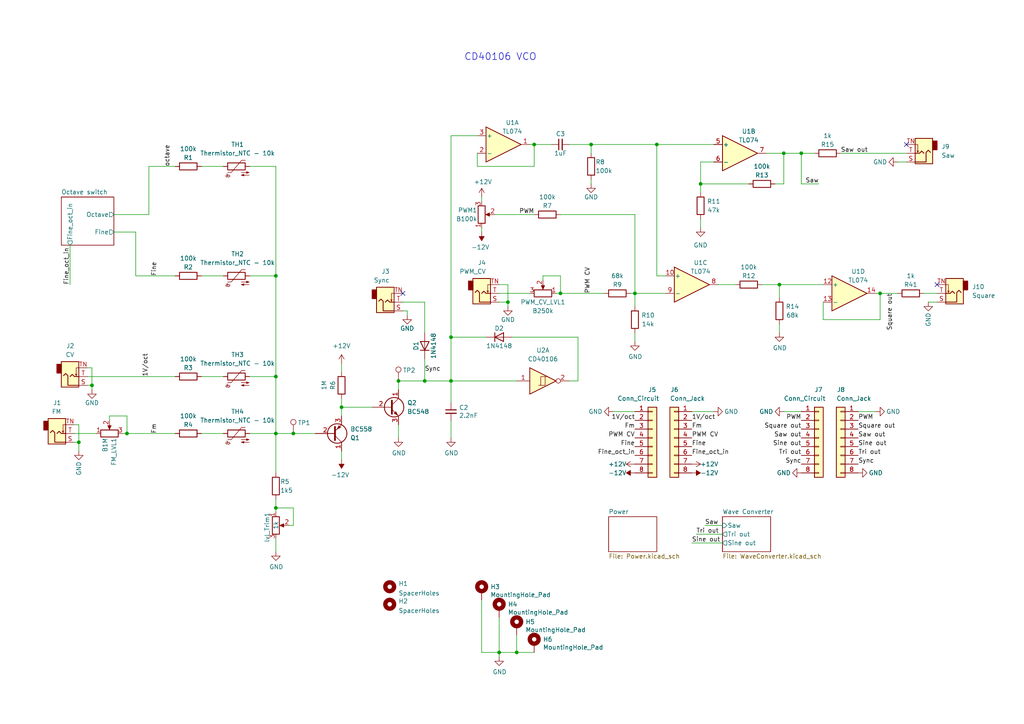
<source format=kicad_sch>
(kicad_sch
	(version 20250114)
	(generator "eeschema")
	(generator_version "9.0")
	(uuid "fea7c5d1-76d6-41a0-b5e3-29889dbb8ce0")
	(paper "A4")
	(title_block
		(title "CD40106 VCO")
		(date "2023-12-10")
		(rev "1.1")
		(company "Bleep Sound")
	)
	(lib_symbols
		(symbol "4xxx:40106"
			(pin_names
				(offset 1.016)
			)
			(exclude_from_sim no)
			(in_bom yes)
			(on_board yes)
			(property "Reference" "U"
				(at 0 1.27 0)
				(effects
					(font
						(size 1.27 1.27)
					)
				)
			)
			(property "Value" "40106"
				(at 0 -1.27 0)
				(effects
					(font
						(size 1.27 1.27)
					)
				)
			)
			(property "Footprint" ""
				(at 0 0 0)
				(effects
					(font
						(size 1.27 1.27)
					)
					(hide yes)
				)
			)
			(property "Datasheet" "https://assets.nexperia.com/documents/data-sheet/HEF40106B.pdf"
				(at 0 0 0)
				(effects
					(font
						(size 1.27 1.27)
					)
					(hide yes)
				)
			)
			(property "Description" "Hex Schmitt trigger inverter"
				(at 0 0 0)
				(effects
					(font
						(size 1.27 1.27)
					)
					(hide yes)
				)
			)
			(property "ki_locked" ""
				(at 0 0 0)
				(effects
					(font
						(size 1.27 1.27)
					)
				)
			)
			(property "ki_keywords" "CMOS"
				(at 0 0 0)
				(effects
					(font
						(size 1.27 1.27)
					)
					(hide yes)
				)
			)
			(property "ki_fp_filters" "DIP?14*"
				(at 0 0 0)
				(effects
					(font
						(size 1.27 1.27)
					)
					(hide yes)
				)
			)
			(symbol "40106_1_0"
				(polyline
					(pts
						(xy -3.81 3.81) (xy -3.81 -3.81) (xy 3.81 0) (xy -3.81 3.81)
					)
					(stroke
						(width 0.254)
						(type default)
					)
					(fill
						(type background)
					)
				)
				(polyline
					(pts
						(xy -1.27 -1.27) (xy 0.635 -1.27) (xy 0.635 1.27) (xy 1.27 1.27)
					)
					(stroke
						(width 0)
						(type default)
					)
					(fill
						(type none)
					)
				)
				(polyline
					(pts
						(xy -0.635 -1.27) (xy -0.635 1.27) (xy 0.635 1.27)
					)
					(stroke
						(width 0)
						(type default)
					)
					(fill
						(type none)
					)
				)
				(pin input line
					(at -7.62 0 0)
					(length 3.81)
					(name "~"
						(effects
							(font
								(size 1.27 1.27)
							)
						)
					)
					(number "1"
						(effects
							(font
								(size 1.27 1.27)
							)
						)
					)
				)
				(pin output inverted
					(at 7.62 0 180)
					(length 3.81)
					(name "~"
						(effects
							(font
								(size 1.27 1.27)
							)
						)
					)
					(number "2"
						(effects
							(font
								(size 1.27 1.27)
							)
						)
					)
				)
			)
			(symbol "40106_2_0"
				(polyline
					(pts
						(xy -3.81 3.81) (xy -3.81 -3.81) (xy 3.81 0) (xy -3.81 3.81)
					)
					(stroke
						(width 0.254)
						(type default)
					)
					(fill
						(type background)
					)
				)
				(polyline
					(pts
						(xy -1.27 -1.27) (xy 0.635 -1.27) (xy 0.635 1.27) (xy 1.27 1.27)
					)
					(stroke
						(width 0)
						(type default)
					)
					(fill
						(type none)
					)
				)
				(polyline
					(pts
						(xy -0.635 -1.27) (xy -0.635 1.27) (xy 0.635 1.27)
					)
					(stroke
						(width 0)
						(type default)
					)
					(fill
						(type none)
					)
				)
				(pin input line
					(at -7.62 0 0)
					(length 3.81)
					(name "~"
						(effects
							(font
								(size 1.27 1.27)
							)
						)
					)
					(number "3"
						(effects
							(font
								(size 1.27 1.27)
							)
						)
					)
				)
				(pin output inverted
					(at 7.62 0 180)
					(length 3.81)
					(name "~"
						(effects
							(font
								(size 1.27 1.27)
							)
						)
					)
					(number "4"
						(effects
							(font
								(size 1.27 1.27)
							)
						)
					)
				)
			)
			(symbol "40106_3_0"
				(polyline
					(pts
						(xy -3.81 3.81) (xy -3.81 -3.81) (xy 3.81 0) (xy -3.81 3.81)
					)
					(stroke
						(width 0.254)
						(type default)
					)
					(fill
						(type background)
					)
				)
				(polyline
					(pts
						(xy -1.27 -1.27) (xy 0.635 -1.27) (xy 0.635 1.27) (xy 1.27 1.27)
					)
					(stroke
						(width 0)
						(type default)
					)
					(fill
						(type none)
					)
				)
				(polyline
					(pts
						(xy -0.635 -1.27) (xy -0.635 1.27) (xy 0.635 1.27)
					)
					(stroke
						(width 0)
						(type default)
					)
					(fill
						(type none)
					)
				)
				(pin input line
					(at -7.62 0 0)
					(length 3.81)
					(name "~"
						(effects
							(font
								(size 1.27 1.27)
							)
						)
					)
					(number "5"
						(effects
							(font
								(size 1.27 1.27)
							)
						)
					)
				)
				(pin output inverted
					(at 7.62 0 180)
					(length 3.81)
					(name "~"
						(effects
							(font
								(size 1.27 1.27)
							)
						)
					)
					(number "6"
						(effects
							(font
								(size 1.27 1.27)
							)
						)
					)
				)
			)
			(symbol "40106_4_0"
				(polyline
					(pts
						(xy -3.81 3.81) (xy -3.81 -3.81) (xy 3.81 0) (xy -3.81 3.81)
					)
					(stroke
						(width 0.254)
						(type default)
					)
					(fill
						(type background)
					)
				)
				(polyline
					(pts
						(xy -1.27 -1.27) (xy 0.635 -1.27) (xy 0.635 1.27) (xy 1.27 1.27)
					)
					(stroke
						(width 0)
						(type default)
					)
					(fill
						(type none)
					)
				)
				(polyline
					(pts
						(xy -0.635 -1.27) (xy -0.635 1.27) (xy 0.635 1.27)
					)
					(stroke
						(width 0)
						(type default)
					)
					(fill
						(type none)
					)
				)
				(pin input line
					(at -7.62 0 0)
					(length 3.81)
					(name "~"
						(effects
							(font
								(size 1.27 1.27)
							)
						)
					)
					(number "9"
						(effects
							(font
								(size 1.27 1.27)
							)
						)
					)
				)
				(pin output inverted
					(at 7.62 0 180)
					(length 3.81)
					(name "~"
						(effects
							(font
								(size 1.27 1.27)
							)
						)
					)
					(number "8"
						(effects
							(font
								(size 1.27 1.27)
							)
						)
					)
				)
			)
			(symbol "40106_5_0"
				(polyline
					(pts
						(xy -3.81 3.81) (xy -3.81 -3.81) (xy 3.81 0) (xy -3.81 3.81)
					)
					(stroke
						(width 0.254)
						(type default)
					)
					(fill
						(type background)
					)
				)
				(polyline
					(pts
						(xy -1.27 -1.27) (xy 0.635 -1.27) (xy 0.635 1.27) (xy 1.27 1.27)
					)
					(stroke
						(width 0)
						(type default)
					)
					(fill
						(type none)
					)
				)
				(polyline
					(pts
						(xy -0.635 -1.27) (xy -0.635 1.27) (xy 0.635 1.27)
					)
					(stroke
						(width 0)
						(type default)
					)
					(fill
						(type none)
					)
				)
				(pin input line
					(at -7.62 0 0)
					(length 3.81)
					(name "~"
						(effects
							(font
								(size 1.27 1.27)
							)
						)
					)
					(number "11"
						(effects
							(font
								(size 1.27 1.27)
							)
						)
					)
				)
				(pin output inverted
					(at 7.62 0 180)
					(length 3.81)
					(name "~"
						(effects
							(font
								(size 1.27 1.27)
							)
						)
					)
					(number "10"
						(effects
							(font
								(size 1.27 1.27)
							)
						)
					)
				)
			)
			(symbol "40106_6_0"
				(polyline
					(pts
						(xy -3.81 3.81) (xy -3.81 -3.81) (xy 3.81 0) (xy -3.81 3.81)
					)
					(stroke
						(width 0.254)
						(type default)
					)
					(fill
						(type background)
					)
				)
				(polyline
					(pts
						(xy -1.27 -1.27) (xy 0.635 -1.27) (xy 0.635 1.27) (xy 1.27 1.27)
					)
					(stroke
						(width 0)
						(type default)
					)
					(fill
						(type none)
					)
				)
				(polyline
					(pts
						(xy -0.635 -1.27) (xy -0.635 1.27) (xy 0.635 1.27)
					)
					(stroke
						(width 0)
						(type default)
					)
					(fill
						(type none)
					)
				)
				(pin input line
					(at -7.62 0 0)
					(length 3.81)
					(name "~"
						(effects
							(font
								(size 1.27 1.27)
							)
						)
					)
					(number "13"
						(effects
							(font
								(size 1.27 1.27)
							)
						)
					)
				)
				(pin output inverted
					(at 7.62 0 180)
					(length 3.81)
					(name "~"
						(effects
							(font
								(size 1.27 1.27)
							)
						)
					)
					(number "12"
						(effects
							(font
								(size 1.27 1.27)
							)
						)
					)
				)
			)
			(symbol "40106_7_0"
				(pin power_in line
					(at 0 12.7 270)
					(length 5.08)
					(name "VDD"
						(effects
							(font
								(size 1.27 1.27)
							)
						)
					)
					(number "14"
						(effects
							(font
								(size 1.27 1.27)
							)
						)
					)
				)
				(pin power_in line
					(at 0 -12.7 90)
					(length 5.08)
					(name "VSS"
						(effects
							(font
								(size 1.27 1.27)
							)
						)
					)
					(number "7"
						(effects
							(font
								(size 1.27 1.27)
							)
						)
					)
				)
			)
			(symbol "40106_7_1"
				(rectangle
					(start -5.08 7.62)
					(end 5.08 -7.62)
					(stroke
						(width 0.254)
						(type default)
					)
					(fill
						(type background)
					)
				)
			)
			(embedded_fonts no)
		)
		(symbol "Amplifier_Operational:TL074"
			(pin_names
				(offset 0.127)
			)
			(exclude_from_sim no)
			(in_bom yes)
			(on_board yes)
			(property "Reference" "U"
				(at 0 5.08 0)
				(effects
					(font
						(size 1.27 1.27)
					)
					(justify left)
				)
			)
			(property "Value" "TL074"
				(at 0 -5.08 0)
				(effects
					(font
						(size 1.27 1.27)
					)
					(justify left)
				)
			)
			(property "Footprint" ""
				(at -1.27 2.54 0)
				(effects
					(font
						(size 1.27 1.27)
					)
					(hide yes)
				)
			)
			(property "Datasheet" "http://www.ti.com/lit/ds/symlink/tl071.pdf"
				(at 1.27 5.08 0)
				(effects
					(font
						(size 1.27 1.27)
					)
					(hide yes)
				)
			)
			(property "Description" "Quad Low-Noise JFET-Input Operational Amplifiers, DIP-14/SOIC-14"
				(at 0 0 0)
				(effects
					(font
						(size 1.27 1.27)
					)
					(hide yes)
				)
			)
			(property "ki_locked" ""
				(at 0 0 0)
				(effects
					(font
						(size 1.27 1.27)
					)
				)
			)
			(property "ki_keywords" "quad opamp"
				(at 0 0 0)
				(effects
					(font
						(size 1.27 1.27)
					)
					(hide yes)
				)
			)
			(property "ki_fp_filters" "SOIC*3.9x8.7mm*P1.27mm* DIP*W7.62mm* TSSOP*4.4x5mm*P0.65mm* SSOP*5.3x6.2mm*P0.65mm* MSOP*3x3mm*P0.5mm*"
				(at 0 0 0)
				(effects
					(font
						(size 1.27 1.27)
					)
					(hide yes)
				)
			)
			(symbol "TL074_1_1"
				(polyline
					(pts
						(xy -5.08 5.08) (xy 5.08 0) (xy -5.08 -5.08) (xy -5.08 5.08)
					)
					(stroke
						(width 0.254)
						(type default)
					)
					(fill
						(type background)
					)
				)
				(pin input line
					(at -7.62 2.54 0)
					(length 2.54)
					(name "+"
						(effects
							(font
								(size 1.27 1.27)
							)
						)
					)
					(number "3"
						(effects
							(font
								(size 1.27 1.27)
							)
						)
					)
				)
				(pin input line
					(at -7.62 -2.54 0)
					(length 2.54)
					(name "-"
						(effects
							(font
								(size 1.27 1.27)
							)
						)
					)
					(number "2"
						(effects
							(font
								(size 1.27 1.27)
							)
						)
					)
				)
				(pin output line
					(at 7.62 0 180)
					(length 2.54)
					(name "~"
						(effects
							(font
								(size 1.27 1.27)
							)
						)
					)
					(number "1"
						(effects
							(font
								(size 1.27 1.27)
							)
						)
					)
				)
			)
			(symbol "TL074_2_1"
				(polyline
					(pts
						(xy -5.08 5.08) (xy 5.08 0) (xy -5.08 -5.08) (xy -5.08 5.08)
					)
					(stroke
						(width 0.254)
						(type default)
					)
					(fill
						(type background)
					)
				)
				(pin input line
					(at -7.62 2.54 0)
					(length 2.54)
					(name "+"
						(effects
							(font
								(size 1.27 1.27)
							)
						)
					)
					(number "5"
						(effects
							(font
								(size 1.27 1.27)
							)
						)
					)
				)
				(pin input line
					(at -7.62 -2.54 0)
					(length 2.54)
					(name "-"
						(effects
							(font
								(size 1.27 1.27)
							)
						)
					)
					(number "6"
						(effects
							(font
								(size 1.27 1.27)
							)
						)
					)
				)
				(pin output line
					(at 7.62 0 180)
					(length 2.54)
					(name "~"
						(effects
							(font
								(size 1.27 1.27)
							)
						)
					)
					(number "7"
						(effects
							(font
								(size 1.27 1.27)
							)
						)
					)
				)
			)
			(symbol "TL074_3_1"
				(polyline
					(pts
						(xy -5.08 5.08) (xy 5.08 0) (xy -5.08 -5.08) (xy -5.08 5.08)
					)
					(stroke
						(width 0.254)
						(type default)
					)
					(fill
						(type background)
					)
				)
				(pin input line
					(at -7.62 2.54 0)
					(length 2.54)
					(name "+"
						(effects
							(font
								(size 1.27 1.27)
							)
						)
					)
					(number "10"
						(effects
							(font
								(size 1.27 1.27)
							)
						)
					)
				)
				(pin input line
					(at -7.62 -2.54 0)
					(length 2.54)
					(name "-"
						(effects
							(font
								(size 1.27 1.27)
							)
						)
					)
					(number "9"
						(effects
							(font
								(size 1.27 1.27)
							)
						)
					)
				)
				(pin output line
					(at 7.62 0 180)
					(length 2.54)
					(name "~"
						(effects
							(font
								(size 1.27 1.27)
							)
						)
					)
					(number "8"
						(effects
							(font
								(size 1.27 1.27)
							)
						)
					)
				)
			)
			(symbol "TL074_4_1"
				(polyline
					(pts
						(xy -5.08 5.08) (xy 5.08 0) (xy -5.08 -5.08) (xy -5.08 5.08)
					)
					(stroke
						(width 0.254)
						(type default)
					)
					(fill
						(type background)
					)
				)
				(pin input line
					(at -7.62 2.54 0)
					(length 2.54)
					(name "+"
						(effects
							(font
								(size 1.27 1.27)
							)
						)
					)
					(number "12"
						(effects
							(font
								(size 1.27 1.27)
							)
						)
					)
				)
				(pin input line
					(at -7.62 -2.54 0)
					(length 2.54)
					(name "-"
						(effects
							(font
								(size 1.27 1.27)
							)
						)
					)
					(number "13"
						(effects
							(font
								(size 1.27 1.27)
							)
						)
					)
				)
				(pin output line
					(at 7.62 0 180)
					(length 2.54)
					(name "~"
						(effects
							(font
								(size 1.27 1.27)
							)
						)
					)
					(number "14"
						(effects
							(font
								(size 1.27 1.27)
							)
						)
					)
				)
			)
			(symbol "TL074_5_1"
				(pin power_in line
					(at -2.54 7.62 270)
					(length 3.81)
					(name "V+"
						(effects
							(font
								(size 1.27 1.27)
							)
						)
					)
					(number "4"
						(effects
							(font
								(size 1.27 1.27)
							)
						)
					)
				)
				(pin power_in line
					(at -2.54 -7.62 90)
					(length 3.81)
					(name "V-"
						(effects
							(font
								(size 1.27 1.27)
							)
						)
					)
					(number "11"
						(effects
							(font
								(size 1.27 1.27)
							)
						)
					)
				)
			)
			(embedded_fonts no)
		)
		(symbol "Connector:TestPoint"
			(pin_numbers
				(hide yes)
			)
			(pin_names
				(offset 0.762)
				(hide yes)
			)
			(exclude_from_sim no)
			(in_bom yes)
			(on_board yes)
			(property "Reference" "TP"
				(at 0 6.858 0)
				(effects
					(font
						(size 1.27 1.27)
					)
				)
			)
			(property "Value" "TestPoint"
				(at 0 5.08 0)
				(effects
					(font
						(size 1.27 1.27)
					)
				)
			)
			(property "Footprint" ""
				(at 5.08 0 0)
				(effects
					(font
						(size 1.27 1.27)
					)
					(hide yes)
				)
			)
			(property "Datasheet" "~"
				(at 5.08 0 0)
				(effects
					(font
						(size 1.27 1.27)
					)
					(hide yes)
				)
			)
			(property "Description" "test point"
				(at 0 0 0)
				(effects
					(font
						(size 1.27 1.27)
					)
					(hide yes)
				)
			)
			(property "ki_keywords" "test point tp"
				(at 0 0 0)
				(effects
					(font
						(size 1.27 1.27)
					)
					(hide yes)
				)
			)
			(property "ki_fp_filters" "Pin* Test*"
				(at 0 0 0)
				(effects
					(font
						(size 1.27 1.27)
					)
					(hide yes)
				)
			)
			(symbol "TestPoint_0_1"
				(circle
					(center 0 3.302)
					(radius 0.762)
					(stroke
						(width 0)
						(type default)
					)
					(fill
						(type none)
					)
				)
			)
			(symbol "TestPoint_1_1"
				(pin passive line
					(at 0 0 90)
					(length 2.54)
					(name "1"
						(effects
							(font
								(size 1.27 1.27)
							)
						)
					)
					(number "1"
						(effects
							(font
								(size 1.27 1.27)
							)
						)
					)
				)
			)
			(embedded_fonts no)
		)
		(symbol "Connector_Generic:Conn_01x08"
			(pin_names
				(offset 1.016)
				(hide yes)
			)
			(exclude_from_sim no)
			(in_bom yes)
			(on_board yes)
			(property "Reference" "J"
				(at 0 10.16 0)
				(effects
					(font
						(size 1.27 1.27)
					)
				)
			)
			(property "Value" "Conn_01x08"
				(at 0 -12.7 0)
				(effects
					(font
						(size 1.27 1.27)
					)
				)
			)
			(property "Footprint" ""
				(at 0 0 0)
				(effects
					(font
						(size 1.27 1.27)
					)
					(hide yes)
				)
			)
			(property "Datasheet" "~"
				(at 0 0 0)
				(effects
					(font
						(size 1.27 1.27)
					)
					(hide yes)
				)
			)
			(property "Description" "Generic connector, single row, 01x08, script generated (kicad-library-utils/schlib/autogen/connector/)"
				(at 0 0 0)
				(effects
					(font
						(size 1.27 1.27)
					)
					(hide yes)
				)
			)
			(property "ki_keywords" "connector"
				(at 0 0 0)
				(effects
					(font
						(size 1.27 1.27)
					)
					(hide yes)
				)
			)
			(property "ki_fp_filters" "Connector*:*_1x??_*"
				(at 0 0 0)
				(effects
					(font
						(size 1.27 1.27)
					)
					(hide yes)
				)
			)
			(symbol "Conn_01x08_1_1"
				(rectangle
					(start -1.27 8.89)
					(end 1.27 -11.43)
					(stroke
						(width 0.254)
						(type default)
					)
					(fill
						(type background)
					)
				)
				(rectangle
					(start -1.27 7.747)
					(end 0 7.493)
					(stroke
						(width 0.1524)
						(type default)
					)
					(fill
						(type none)
					)
				)
				(rectangle
					(start -1.27 5.207)
					(end 0 4.953)
					(stroke
						(width 0.1524)
						(type default)
					)
					(fill
						(type none)
					)
				)
				(rectangle
					(start -1.27 2.667)
					(end 0 2.413)
					(stroke
						(width 0.1524)
						(type default)
					)
					(fill
						(type none)
					)
				)
				(rectangle
					(start -1.27 0.127)
					(end 0 -0.127)
					(stroke
						(width 0.1524)
						(type default)
					)
					(fill
						(type none)
					)
				)
				(rectangle
					(start -1.27 -2.413)
					(end 0 -2.667)
					(stroke
						(width 0.1524)
						(type default)
					)
					(fill
						(type none)
					)
				)
				(rectangle
					(start -1.27 -4.953)
					(end 0 -5.207)
					(stroke
						(width 0.1524)
						(type default)
					)
					(fill
						(type none)
					)
				)
				(rectangle
					(start -1.27 -7.493)
					(end 0 -7.747)
					(stroke
						(width 0.1524)
						(type default)
					)
					(fill
						(type none)
					)
				)
				(rectangle
					(start -1.27 -10.033)
					(end 0 -10.287)
					(stroke
						(width 0.1524)
						(type default)
					)
					(fill
						(type none)
					)
				)
				(pin passive line
					(at -5.08 7.62 0)
					(length 3.81)
					(name "Pin_1"
						(effects
							(font
								(size 1.27 1.27)
							)
						)
					)
					(number "1"
						(effects
							(font
								(size 1.27 1.27)
							)
						)
					)
				)
				(pin passive line
					(at -5.08 5.08 0)
					(length 3.81)
					(name "Pin_2"
						(effects
							(font
								(size 1.27 1.27)
							)
						)
					)
					(number "2"
						(effects
							(font
								(size 1.27 1.27)
							)
						)
					)
				)
				(pin passive line
					(at -5.08 2.54 0)
					(length 3.81)
					(name "Pin_3"
						(effects
							(font
								(size 1.27 1.27)
							)
						)
					)
					(number "3"
						(effects
							(font
								(size 1.27 1.27)
							)
						)
					)
				)
				(pin passive line
					(at -5.08 0 0)
					(length 3.81)
					(name "Pin_4"
						(effects
							(font
								(size 1.27 1.27)
							)
						)
					)
					(number "4"
						(effects
							(font
								(size 1.27 1.27)
							)
						)
					)
				)
				(pin passive line
					(at -5.08 -2.54 0)
					(length 3.81)
					(name "Pin_5"
						(effects
							(font
								(size 1.27 1.27)
							)
						)
					)
					(number "5"
						(effects
							(font
								(size 1.27 1.27)
							)
						)
					)
				)
				(pin passive line
					(at -5.08 -5.08 0)
					(length 3.81)
					(name "Pin_6"
						(effects
							(font
								(size 1.27 1.27)
							)
						)
					)
					(number "6"
						(effects
							(font
								(size 1.27 1.27)
							)
						)
					)
				)
				(pin passive line
					(at -5.08 -7.62 0)
					(length 3.81)
					(name "Pin_7"
						(effects
							(font
								(size 1.27 1.27)
							)
						)
					)
					(number "7"
						(effects
							(font
								(size 1.27 1.27)
							)
						)
					)
				)
				(pin passive line
					(at -5.08 -10.16 0)
					(length 3.81)
					(name "Pin_8"
						(effects
							(font
								(size 1.27 1.27)
							)
						)
					)
					(number "8"
						(effects
							(font
								(size 1.27 1.27)
							)
						)
					)
				)
			)
			(embedded_fonts no)
		)
		(symbol "Device:C_Small"
			(pin_numbers
				(hide yes)
			)
			(pin_names
				(offset 0.254)
				(hide yes)
			)
			(exclude_from_sim no)
			(in_bom yes)
			(on_board yes)
			(property "Reference" "C"
				(at 0.254 1.778 0)
				(effects
					(font
						(size 1.27 1.27)
					)
					(justify left)
				)
			)
			(property "Value" "C_Small"
				(at 0.254 -2.032 0)
				(effects
					(font
						(size 1.27 1.27)
					)
					(justify left)
				)
			)
			(property "Footprint" ""
				(at 0 0 0)
				(effects
					(font
						(size 1.27 1.27)
					)
					(hide yes)
				)
			)
			(property "Datasheet" "~"
				(at 0 0 0)
				(effects
					(font
						(size 1.27 1.27)
					)
					(hide yes)
				)
			)
			(property "Description" "Unpolarized capacitor, small symbol"
				(at 0 0 0)
				(effects
					(font
						(size 1.27 1.27)
					)
					(hide yes)
				)
			)
			(property "ki_keywords" "capacitor cap"
				(at 0 0 0)
				(effects
					(font
						(size 1.27 1.27)
					)
					(hide yes)
				)
			)
			(property "ki_fp_filters" "C_*"
				(at 0 0 0)
				(effects
					(font
						(size 1.27 1.27)
					)
					(hide yes)
				)
			)
			(symbol "C_Small_0_1"
				(polyline
					(pts
						(xy -1.524 0.508) (xy 1.524 0.508)
					)
					(stroke
						(width 0.3048)
						(type default)
					)
					(fill
						(type none)
					)
				)
				(polyline
					(pts
						(xy -1.524 -0.508) (xy 1.524 -0.508)
					)
					(stroke
						(width 0.3302)
						(type default)
					)
					(fill
						(type none)
					)
				)
			)
			(symbol "C_Small_1_1"
				(pin passive line
					(at 0 2.54 270)
					(length 2.032)
					(name "~"
						(effects
							(font
								(size 1.27 1.27)
							)
						)
					)
					(number "1"
						(effects
							(font
								(size 1.27 1.27)
							)
						)
					)
				)
				(pin passive line
					(at 0 -2.54 90)
					(length 2.032)
					(name "~"
						(effects
							(font
								(size 1.27 1.27)
							)
						)
					)
					(number "2"
						(effects
							(font
								(size 1.27 1.27)
							)
						)
					)
				)
			)
			(embedded_fonts no)
		)
		(symbol "Device:D"
			(pin_numbers
				(hide yes)
			)
			(pin_names
				(offset 1.016)
				(hide yes)
			)
			(exclude_from_sim no)
			(in_bom yes)
			(on_board yes)
			(property "Reference" "D"
				(at 0 2.54 0)
				(effects
					(font
						(size 1.27 1.27)
					)
				)
			)
			(property "Value" "D"
				(at 0 -2.54 0)
				(effects
					(font
						(size 1.27 1.27)
					)
				)
			)
			(property "Footprint" ""
				(at 0 0 0)
				(effects
					(font
						(size 1.27 1.27)
					)
					(hide yes)
				)
			)
			(property "Datasheet" "~"
				(at 0 0 0)
				(effects
					(font
						(size 1.27 1.27)
					)
					(hide yes)
				)
			)
			(property "Description" "Diode"
				(at 0 0 0)
				(effects
					(font
						(size 1.27 1.27)
					)
					(hide yes)
				)
			)
			(property "ki_keywords" "diode"
				(at 0 0 0)
				(effects
					(font
						(size 1.27 1.27)
					)
					(hide yes)
				)
			)
			(property "ki_fp_filters" "TO-???* *_Diode_* *SingleDiode* D_*"
				(at 0 0 0)
				(effects
					(font
						(size 1.27 1.27)
					)
					(hide yes)
				)
			)
			(symbol "D_0_1"
				(polyline
					(pts
						(xy -1.27 1.27) (xy -1.27 -1.27)
					)
					(stroke
						(width 0.254)
						(type default)
					)
					(fill
						(type none)
					)
				)
				(polyline
					(pts
						(xy 1.27 1.27) (xy 1.27 -1.27) (xy -1.27 0) (xy 1.27 1.27)
					)
					(stroke
						(width 0.254)
						(type default)
					)
					(fill
						(type none)
					)
				)
				(polyline
					(pts
						(xy 1.27 0) (xy -1.27 0)
					)
					(stroke
						(width 0)
						(type default)
					)
					(fill
						(type none)
					)
				)
			)
			(symbol "D_1_1"
				(pin passive line
					(at -3.81 0 0)
					(length 2.54)
					(name "K"
						(effects
							(font
								(size 1.27 1.27)
							)
						)
					)
					(number "1"
						(effects
							(font
								(size 1.27 1.27)
							)
						)
					)
				)
				(pin passive line
					(at 3.81 0 180)
					(length 2.54)
					(name "A"
						(effects
							(font
								(size 1.27 1.27)
							)
						)
					)
					(number "2"
						(effects
							(font
								(size 1.27 1.27)
							)
						)
					)
				)
			)
			(embedded_fonts no)
		)
		(symbol "Device:R"
			(pin_numbers
				(hide yes)
			)
			(pin_names
				(offset 0)
			)
			(exclude_from_sim no)
			(in_bom yes)
			(on_board yes)
			(property "Reference" "R"
				(at 2.032 0 90)
				(effects
					(font
						(size 1.27 1.27)
					)
				)
			)
			(property "Value" "R"
				(at 0 0 90)
				(effects
					(font
						(size 1.27 1.27)
					)
				)
			)
			(property "Footprint" ""
				(at -1.778 0 90)
				(effects
					(font
						(size 1.27 1.27)
					)
					(hide yes)
				)
			)
			(property "Datasheet" "~"
				(at 0 0 0)
				(effects
					(font
						(size 1.27 1.27)
					)
					(hide yes)
				)
			)
			(property "Description" "Resistor"
				(at 0 0 0)
				(effects
					(font
						(size 1.27 1.27)
					)
					(hide yes)
				)
			)
			(property "ki_keywords" "R res resistor"
				(at 0 0 0)
				(effects
					(font
						(size 1.27 1.27)
					)
					(hide yes)
				)
			)
			(property "ki_fp_filters" "R_*"
				(at 0 0 0)
				(effects
					(font
						(size 1.27 1.27)
					)
					(hide yes)
				)
			)
			(symbol "R_0_1"
				(rectangle
					(start -1.016 -2.54)
					(end 1.016 2.54)
					(stroke
						(width 0.254)
						(type default)
					)
					(fill
						(type none)
					)
				)
			)
			(symbol "R_1_1"
				(pin passive line
					(at 0 3.81 270)
					(length 1.27)
					(name "~"
						(effects
							(font
								(size 1.27 1.27)
							)
						)
					)
					(number "1"
						(effects
							(font
								(size 1.27 1.27)
							)
						)
					)
				)
				(pin passive line
					(at 0 -3.81 90)
					(length 1.27)
					(name "~"
						(effects
							(font
								(size 1.27 1.27)
							)
						)
					)
					(number "2"
						(effects
							(font
								(size 1.27 1.27)
							)
						)
					)
				)
			)
			(embedded_fonts no)
		)
		(symbol "Device:R_POT"
			(pin_names
				(offset 1.016)
				(hide yes)
			)
			(exclude_from_sim no)
			(in_bom yes)
			(on_board yes)
			(property "Reference" "RV"
				(at -4.445 0 90)
				(effects
					(font
						(size 1.27 1.27)
					)
				)
			)
			(property "Value" "Device_R_POT"
				(at -2.54 0 90)
				(effects
					(font
						(size 1.27 1.27)
					)
				)
			)
			(property "Footprint" ""
				(at 0 0 0)
				(effects
					(font
						(size 1.27 1.27)
					)
					(hide yes)
				)
			)
			(property "Datasheet" ""
				(at 0 0 0)
				(effects
					(font
						(size 1.27 1.27)
					)
					(hide yes)
				)
			)
			(property "Description" ""
				(at 0 0 0)
				(effects
					(font
						(size 1.27 1.27)
					)
					(hide yes)
				)
			)
			(property "ki_fp_filters" "Potentiometer*"
				(at 0 0 0)
				(effects
					(font
						(size 1.27 1.27)
					)
					(hide yes)
				)
			)
			(symbol "R_POT_0_1"
				(rectangle
					(start 1.016 2.54)
					(end -1.016 -2.54)
					(stroke
						(width 0.254)
						(type default)
					)
					(fill
						(type none)
					)
				)
				(polyline
					(pts
						(xy 1.143 0) (xy 2.286 0.508) (xy 2.286 -0.508) (xy 1.143 0)
					)
					(stroke
						(width 0)
						(type default)
					)
					(fill
						(type outline)
					)
				)
				(polyline
					(pts
						(xy 2.54 0) (xy 1.524 0)
					)
					(stroke
						(width 0)
						(type default)
					)
					(fill
						(type none)
					)
				)
			)
			(symbol "R_POT_1_1"
				(pin passive line
					(at 0 3.81 270)
					(length 1.27)
					(name "1"
						(effects
							(font
								(size 1.27 1.27)
							)
						)
					)
					(number "1"
						(effects
							(font
								(size 1.27 1.27)
							)
						)
					)
				)
				(pin passive line
					(at 0 -3.81 90)
					(length 1.27)
					(name "3"
						(effects
							(font
								(size 1.27 1.27)
							)
						)
					)
					(number "3"
						(effects
							(font
								(size 1.27 1.27)
							)
						)
					)
				)
				(pin passive line
					(at 3.81 0 180)
					(length 1.27)
					(name "2"
						(effects
							(font
								(size 1.27 1.27)
							)
						)
					)
					(number "2"
						(effects
							(font
								(size 1.27 1.27)
							)
						)
					)
				)
			)
			(embedded_fonts no)
		)
		(symbol "Device:Thermistor_NTC"
			(pin_numbers
				(hide yes)
			)
			(pin_names
				(offset 0)
			)
			(exclude_from_sim no)
			(in_bom yes)
			(on_board yes)
			(property "Reference" "TH"
				(at -4.445 0 90)
				(effects
					(font
						(size 1.27 1.27)
					)
				)
			)
			(property "Value" "Thermistor_NTC"
				(at 3.175 0 90)
				(effects
					(font
						(size 1.27 1.27)
					)
				)
			)
			(property "Footprint" ""
				(at 0 1.27 0)
				(effects
					(font
						(size 1.27 1.27)
					)
					(hide yes)
				)
			)
			(property "Datasheet" "~"
				(at 0 1.27 0)
				(effects
					(font
						(size 1.27 1.27)
					)
					(hide yes)
				)
			)
			(property "Description" "Temperature dependent resistor, negative temperature coefficient"
				(at 0 0 0)
				(effects
					(font
						(size 1.27 1.27)
					)
					(hide yes)
				)
			)
			(property "ki_keywords" "thermistor NTC resistor sensor RTD"
				(at 0 0 0)
				(effects
					(font
						(size 1.27 1.27)
					)
					(hide yes)
				)
			)
			(property "ki_fp_filters" "*NTC* *Thermistor* PIN?ARRAY* bornier* *Terminal?Block* R_*"
				(at 0 0 0)
				(effects
					(font
						(size 1.27 1.27)
					)
					(hide yes)
				)
			)
			(symbol "Thermistor_NTC_0_1"
				(arc
					(start -3.175 2.413)
					(mid -3.0506 2.3165)
					(end -3.048 2.159)
					(stroke
						(width 0)
						(type default)
					)
					(fill
						(type none)
					)
				)
				(arc
					(start -3.048 2.794)
					(mid -2.9736 2.9736)
					(end -2.794 3.048)
					(stroke
						(width 0)
						(type default)
					)
					(fill
						(type none)
					)
				)
				(arc
					(start -2.794 3.048)
					(mid -2.6144 2.9736)
					(end -2.54 2.794)
					(stroke
						(width 0)
						(type default)
					)
					(fill
						(type none)
					)
				)
				(arc
					(start -2.794 2.54)
					(mid -2.9736 2.6144)
					(end -3.048 2.794)
					(stroke
						(width 0)
						(type default)
					)
					(fill
						(type none)
					)
				)
				(arc
					(start -2.794 1.905)
					(mid -2.9736 1.9794)
					(end -3.048 2.159)
					(stroke
						(width 0)
						(type default)
					)
					(fill
						(type none)
					)
				)
				(arc
					(start -2.54 2.159)
					(mid -2.6144 1.9794)
					(end -2.794 1.905)
					(stroke
						(width 0)
						(type default)
					)
					(fill
						(type none)
					)
				)
				(arc
					(start -2.159 2.794)
					(mid -2.434 2.5608)
					(end -2.794 2.54)
					(stroke
						(width 0)
						(type default)
					)
					(fill
						(type none)
					)
				)
				(polyline
					(pts
						(xy -2.54 2.159) (xy -2.54 2.794)
					)
					(stroke
						(width 0)
						(type default)
					)
					(fill
						(type none)
					)
				)
				(polyline
					(pts
						(xy -2.54 -3.683) (xy -2.54 -1.397) (xy -2.794 -2.159) (xy -2.286 -2.159) (xy -2.54 -1.397) (xy -2.54 -1.651)
					)
					(stroke
						(width 0)
						(type default)
					)
					(fill
						(type outline)
					)
				)
				(polyline
					(pts
						(xy -1.778 2.54) (xy -1.778 1.524) (xy 1.778 -1.524) (xy 1.778 -2.54)
					)
					(stroke
						(width 0)
						(type default)
					)
					(fill
						(type none)
					)
				)
				(polyline
					(pts
						(xy -1.778 -1.397) (xy -1.778 -3.683) (xy -2.032 -2.921) (xy -1.524 -2.921) (xy -1.778 -3.683)
						(xy -1.778 -3.429)
					)
					(stroke
						(width 0)
						(type default)
					)
					(fill
						(type outline)
					)
				)
				(rectangle
					(start -1.016 2.54)
					(end 1.016 -2.54)
					(stroke
						(width 0.254)
						(type default)
					)
					(fill
						(type none)
					)
				)
			)
			(symbol "Thermistor_NTC_1_1"
				(pin passive line
					(at 0 3.81 270)
					(length 1.27)
					(name "~"
						(effects
							(font
								(size 1.27 1.27)
							)
						)
					)
					(number "1"
						(effects
							(font
								(size 1.27 1.27)
							)
						)
					)
				)
				(pin passive line
					(at 0 -3.81 90)
					(length 1.27)
					(name "~"
						(effects
							(font
								(size 1.27 1.27)
							)
						)
					)
					(number "2"
						(effects
							(font
								(size 1.27 1.27)
							)
						)
					)
				)
			)
			(embedded_fonts no)
		)
		(symbol "Kicad-perso:AudioJack_Switch"
			(exclude_from_sim no)
			(in_bom yes)
			(on_board yes)
			(property "Reference" "J2"
				(at 0.508 8.636 0)
				(effects
					(font
						(size 1.27 1.27)
					)
				)
			)
			(property "Value" "Out1"
				(at 0.508 6.35 0)
				(effects
					(font
						(size 1.27 1.27)
					)
				)
			)
			(property "Footprint" "Kicad-perso:Thonkiconn"
				(at 0 6.858 0)
				(effects
					(font
						(size 1.27 1.27)
					)
					(hide yes)
				)
			)
			(property "Datasheet" "~"
				(at 0.127 5.588 0)
				(effects
					(font
						(size 1.27 1.27)
					)
					(hide yes)
				)
			)
			(property "Description" "Thonkiconn Audio Jack"
				(at 0 0 0)
				(effects
					(font
						(size 1.27 1.27)
					)
					(hide yes)
				)
			)
			(property "Comments" "Thonkiconn jack"
				(at 0.508 5.461 0)
				(effects
					(font
						(size 1.27 1.27)
					)
					(hide yes)
				)
			)
			(property "ki_keywords" "audio jack receptacle mono headphones phone TS connector"
				(at 0 0 0)
				(effects
					(font
						(size 1.27 1.27)
					)
					(hide yes)
				)
			)
			(property "ki_fp_filters" "Jack*"
				(at 0 0 0)
				(effects
					(font
						(size 1.27 1.27)
					)
					(hide yes)
				)
			)
			(symbol "AudioJack_Switch_0_1"
				(rectangle
					(start -3.81 2.286)
					(end -2.54 -0.254)
					(stroke
						(width 0.254)
						(type default)
					)
					(fill
						(type outline)
					)
				)
				(rectangle
					(start -2.54 3.048)
					(end 2.54 -4.318)
					(stroke
						(width 0.254)
						(type default)
					)
					(fill
						(type background)
					)
				)
			)
			(symbol "AudioJack_Switch_1_1"
				(polyline
					(pts
						(xy 0 -1.27) (xy 0.635 -0.635) (xy 1.27 -1.27) (xy 2.54 -1.27)
					)
					(stroke
						(width 0.254)
						(type default)
					)
					(fill
						(type none)
					)
				)
				(polyline
					(pts
						(xy 1.778 -1.016) (xy 2.032 -0.508)
					)
					(stroke
						(width 0)
						(type default)
					)
					(fill
						(type none)
					)
				)
				(polyline
					(pts
						(xy 2.54 1.27) (xy 1.778 1.27) (xy 1.778 -1.016) (xy 1.524 -0.508)
					)
					(stroke
						(width 0)
						(type default)
					)
					(fill
						(type none)
					)
				)
				(polyline
					(pts
						(xy 2.54 -3.81) (xy -0.635 -3.81) (xy -0.635 -1.016) (xy -1.27 -0.381) (xy -1.905 -1.016)
					)
					(stroke
						(width 0.254)
						(type default)
					)
					(fill
						(type none)
					)
				)
				(pin passive line
					(at 5.08 1.27 180)
					(length 2.54)
					(name "~"
						(effects
							(font
								(size 1.27 1.27)
							)
						)
					)
					(number "TN"
						(effects
							(font
								(size 1.27 1.27)
							)
						)
					)
				)
				(pin passive line
					(at 5.08 -1.27 180)
					(length 2.54)
					(name "~"
						(effects
							(font
								(size 1.27 1.27)
							)
						)
					)
					(number "T"
						(effects
							(font
								(size 1.27 1.27)
							)
						)
					)
				)
				(pin passive line
					(at 5.08 -3.81 180)
					(length 2.54)
					(name "~"
						(effects
							(font
								(size 1.27 1.27)
							)
						)
					)
					(number "S"
						(effects
							(font
								(size 1.27 1.27)
							)
						)
					)
				)
			)
			(embedded_fonts no)
		)
		(symbol "Mechanical:MountingHole"
			(pin_names
				(offset 1.016)
			)
			(exclude_from_sim no)
			(in_bom yes)
			(on_board yes)
			(property "Reference" "H"
				(at 0 5.08 0)
				(effects
					(font
						(size 1.27 1.27)
					)
				)
			)
			(property "Value" "MountingHole"
				(at 0 3.175 0)
				(effects
					(font
						(size 1.27 1.27)
					)
				)
			)
			(property "Footprint" ""
				(at 0 0 0)
				(effects
					(font
						(size 1.27 1.27)
					)
					(hide yes)
				)
			)
			(property "Datasheet" "~"
				(at 0 0 0)
				(effects
					(font
						(size 1.27 1.27)
					)
					(hide yes)
				)
			)
			(property "Description" "Mounting Hole without connection"
				(at 0 0 0)
				(effects
					(font
						(size 1.27 1.27)
					)
					(hide yes)
				)
			)
			(property "ki_keywords" "mounting hole"
				(at 0 0 0)
				(effects
					(font
						(size 1.27 1.27)
					)
					(hide yes)
				)
			)
			(property "ki_fp_filters" "MountingHole*"
				(at 0 0 0)
				(effects
					(font
						(size 1.27 1.27)
					)
					(hide yes)
				)
			)
			(symbol "MountingHole_0_1"
				(circle
					(center 0 0)
					(radius 1.27)
					(stroke
						(width 1.27)
						(type default)
					)
					(fill
						(type none)
					)
				)
			)
			(embedded_fonts no)
		)
		(symbol "Mechanical:MountingHole_Pad"
			(pin_numbers
				(hide yes)
			)
			(pin_names
				(offset 1.016)
				(hide yes)
			)
			(exclude_from_sim no)
			(in_bom yes)
			(on_board yes)
			(property "Reference" "H"
				(at 0 6.35 0)
				(effects
					(font
						(size 1.27 1.27)
					)
				)
			)
			(property "Value" "MountingHole_Pad"
				(at 0 4.445 0)
				(effects
					(font
						(size 1.27 1.27)
					)
				)
			)
			(property "Footprint" ""
				(at 0 0 0)
				(effects
					(font
						(size 1.27 1.27)
					)
					(hide yes)
				)
			)
			(property "Datasheet" "~"
				(at 0 0 0)
				(effects
					(font
						(size 1.27 1.27)
					)
					(hide yes)
				)
			)
			(property "Description" "Mounting Hole with connection"
				(at 0 0 0)
				(effects
					(font
						(size 1.27 1.27)
					)
					(hide yes)
				)
			)
			(property "ki_keywords" "mounting hole"
				(at 0 0 0)
				(effects
					(font
						(size 1.27 1.27)
					)
					(hide yes)
				)
			)
			(property "ki_fp_filters" "MountingHole*Pad*"
				(at 0 0 0)
				(effects
					(font
						(size 1.27 1.27)
					)
					(hide yes)
				)
			)
			(symbol "MountingHole_Pad_0_1"
				(circle
					(center 0 1.27)
					(radius 1.27)
					(stroke
						(width 1.27)
						(type default)
					)
					(fill
						(type none)
					)
				)
			)
			(symbol "MountingHole_Pad_1_1"
				(pin input line
					(at 0 -2.54 90)
					(length 2.54)
					(name "1"
						(effects
							(font
								(size 1.27 1.27)
							)
						)
					)
					(number "1"
						(effects
							(font
								(size 1.27 1.27)
							)
						)
					)
				)
			)
			(embedded_fonts no)
		)
		(symbol "Transistor_BJT:BC548"
			(pin_names
				(offset 0)
				(hide yes)
			)
			(exclude_from_sim no)
			(in_bom yes)
			(on_board yes)
			(property "Reference" "Q"
				(at 5.08 1.905 0)
				(effects
					(font
						(size 1.27 1.27)
					)
					(justify left)
				)
			)
			(property "Value" "BC548"
				(at 5.08 0 0)
				(effects
					(font
						(size 1.27 1.27)
					)
					(justify left)
				)
			)
			(property "Footprint" "Package_TO_SOT_THT:TO-92_Inline"
				(at 5.08 -1.905 0)
				(effects
					(font
						(size 1.27 1.27)
						(italic yes)
					)
					(justify left)
					(hide yes)
				)
			)
			(property "Datasheet" "https://www.onsemi.com/pub/Collateral/BC550-D.pdf"
				(at 0 0 0)
				(effects
					(font
						(size 1.27 1.27)
					)
					(justify left)
					(hide yes)
				)
			)
			(property "Description" "0.1A Ic, 30V Vce, Small Signal NPN Transistor, TO-92"
				(at 0 0 0)
				(effects
					(font
						(size 1.27 1.27)
					)
					(hide yes)
				)
			)
			(property "ki_keywords" "NPN Transistor"
				(at 0 0 0)
				(effects
					(font
						(size 1.27 1.27)
					)
					(hide yes)
				)
			)
			(property "ki_fp_filters" "TO?92*"
				(at 0 0 0)
				(effects
					(font
						(size 1.27 1.27)
					)
					(hide yes)
				)
			)
			(symbol "BC548_0_1"
				(polyline
					(pts
						(xy 0 0) (xy 0.635 0)
					)
					(stroke
						(width 0)
						(type default)
					)
					(fill
						(type none)
					)
				)
				(polyline
					(pts
						(xy 0.635 1.905) (xy 0.635 -1.905) (xy 0.635 -1.905)
					)
					(stroke
						(width 0.508)
						(type default)
					)
					(fill
						(type none)
					)
				)
				(polyline
					(pts
						(xy 0.635 0.635) (xy 2.54 2.54)
					)
					(stroke
						(width 0)
						(type default)
					)
					(fill
						(type none)
					)
				)
				(polyline
					(pts
						(xy 0.635 -0.635) (xy 2.54 -2.54) (xy 2.54 -2.54)
					)
					(stroke
						(width 0)
						(type default)
					)
					(fill
						(type none)
					)
				)
				(circle
					(center 1.27 0)
					(radius 2.8194)
					(stroke
						(width 0.254)
						(type default)
					)
					(fill
						(type none)
					)
				)
				(polyline
					(pts
						(xy 1.27 -1.778) (xy 1.778 -1.27) (xy 2.286 -2.286) (xy 1.27 -1.778) (xy 1.27 -1.778)
					)
					(stroke
						(width 0)
						(type default)
					)
					(fill
						(type outline)
					)
				)
			)
			(symbol "BC548_1_1"
				(pin input line
					(at -5.08 0 0)
					(length 5.08)
					(name "B"
						(effects
							(font
								(size 1.27 1.27)
							)
						)
					)
					(number "2"
						(effects
							(font
								(size 1.27 1.27)
							)
						)
					)
				)
				(pin passive line
					(at 2.54 5.08 270)
					(length 2.54)
					(name "C"
						(effects
							(font
								(size 1.27 1.27)
							)
						)
					)
					(number "1"
						(effects
							(font
								(size 1.27 1.27)
							)
						)
					)
				)
				(pin passive line
					(at 2.54 -5.08 90)
					(length 2.54)
					(name "E"
						(effects
							(font
								(size 1.27 1.27)
							)
						)
					)
					(number "3"
						(effects
							(font
								(size 1.27 1.27)
							)
						)
					)
				)
			)
			(embedded_fonts no)
		)
		(symbol "Transistor_BJT:BC558"
			(pin_names
				(offset 0)
				(hide yes)
			)
			(exclude_from_sim no)
			(in_bom yes)
			(on_board yes)
			(property "Reference" "Q"
				(at 5.08 1.905 0)
				(effects
					(font
						(size 1.27 1.27)
					)
					(justify left)
				)
			)
			(property "Value" "BC558"
				(at 5.08 0 0)
				(effects
					(font
						(size 1.27 1.27)
					)
					(justify left)
				)
			)
			(property "Footprint" "Package_TO_SOT_THT:TO-92_Inline"
				(at 5.08 -1.905 0)
				(effects
					(font
						(size 1.27 1.27)
						(italic yes)
					)
					(justify left)
					(hide yes)
				)
			)
			(property "Datasheet" "https://www.onsemi.com/pub/Collateral/BC556BTA-D.pdf"
				(at 0 0 0)
				(effects
					(font
						(size 1.27 1.27)
					)
					(justify left)
					(hide yes)
				)
			)
			(property "Description" "0.1A Ic, 30V Vce, PNP Small Signal Transistor, TO-92"
				(at 0 0 0)
				(effects
					(font
						(size 1.27 1.27)
					)
					(hide yes)
				)
			)
			(property "ki_keywords" "PNP Transistor"
				(at 0 0 0)
				(effects
					(font
						(size 1.27 1.27)
					)
					(hide yes)
				)
			)
			(property "ki_fp_filters" "TO?92*"
				(at 0 0 0)
				(effects
					(font
						(size 1.27 1.27)
					)
					(hide yes)
				)
			)
			(symbol "BC558_0_1"
				(polyline
					(pts
						(xy 0.635 1.905) (xy 0.635 -1.905) (xy 0.635 -1.905)
					)
					(stroke
						(width 0.508)
						(type default)
					)
					(fill
						(type none)
					)
				)
				(polyline
					(pts
						(xy 0.635 0.635) (xy 2.54 2.54)
					)
					(stroke
						(width 0)
						(type default)
					)
					(fill
						(type none)
					)
				)
				(polyline
					(pts
						(xy 0.635 -0.635) (xy 2.54 -2.54) (xy 2.54 -2.54)
					)
					(stroke
						(width 0)
						(type default)
					)
					(fill
						(type none)
					)
				)
				(circle
					(center 1.27 0)
					(radius 2.8194)
					(stroke
						(width 0.254)
						(type default)
					)
					(fill
						(type none)
					)
				)
				(polyline
					(pts
						(xy 2.286 -1.778) (xy 1.778 -2.286) (xy 1.27 -1.27) (xy 2.286 -1.778) (xy 2.286 -1.778)
					)
					(stroke
						(width 0)
						(type default)
					)
					(fill
						(type outline)
					)
				)
			)
			(symbol "BC558_1_1"
				(pin input line
					(at -5.08 0 0)
					(length 5.715)
					(name "B"
						(effects
							(font
								(size 1.27 1.27)
							)
						)
					)
					(number "2"
						(effects
							(font
								(size 1.27 1.27)
							)
						)
					)
				)
				(pin passive line
					(at 2.54 5.08 270)
					(length 2.54)
					(name "C"
						(effects
							(font
								(size 1.27 1.27)
							)
						)
					)
					(number "1"
						(effects
							(font
								(size 1.27 1.27)
							)
						)
					)
				)
				(pin passive line
					(at 2.54 -5.08 90)
					(length 2.54)
					(name "E"
						(effects
							(font
								(size 1.27 1.27)
							)
						)
					)
					(number "3"
						(effects
							(font
								(size 1.27 1.27)
							)
						)
					)
				)
			)
			(embedded_fonts no)
		)
		(symbol "power:+12V"
			(power)
			(pin_names
				(offset 0)
			)
			(exclude_from_sim no)
			(in_bom yes)
			(on_board yes)
			(property "Reference" "#PWR"
				(at 0 -3.81 0)
				(effects
					(font
						(size 1.27 1.27)
					)
					(hide yes)
				)
			)
			(property "Value" "+12V"
				(at 0 3.556 0)
				(effects
					(font
						(size 1.27 1.27)
					)
				)
			)
			(property "Footprint" ""
				(at 0 0 0)
				(effects
					(font
						(size 1.27 1.27)
					)
					(hide yes)
				)
			)
			(property "Datasheet" ""
				(at 0 0 0)
				(effects
					(font
						(size 1.27 1.27)
					)
					(hide yes)
				)
			)
			(property "Description" "Power symbol creates a global label with name \"+12V\""
				(at 0 0 0)
				(effects
					(font
						(size 1.27 1.27)
					)
					(hide yes)
				)
			)
			(property "ki_keywords" "power-flag"
				(at 0 0 0)
				(effects
					(font
						(size 1.27 1.27)
					)
					(hide yes)
				)
			)
			(symbol "+12V_0_1"
				(polyline
					(pts
						(xy -0.762 1.27) (xy 0 2.54)
					)
					(stroke
						(width 0)
						(type default)
					)
					(fill
						(type none)
					)
				)
				(polyline
					(pts
						(xy 0 2.54) (xy 0.762 1.27)
					)
					(stroke
						(width 0)
						(type default)
					)
					(fill
						(type none)
					)
				)
				(polyline
					(pts
						(xy 0 0) (xy 0 2.54)
					)
					(stroke
						(width 0)
						(type default)
					)
					(fill
						(type none)
					)
				)
			)
			(symbol "+12V_1_1"
				(pin power_in line
					(at 0 0 90)
					(length 0)
					(hide yes)
					(name "+12V"
						(effects
							(font
								(size 1.27 1.27)
							)
						)
					)
					(number "1"
						(effects
							(font
								(size 1.27 1.27)
							)
						)
					)
				)
			)
			(embedded_fonts no)
		)
		(symbol "power:-12V"
			(power)
			(pin_names
				(offset 0)
			)
			(exclude_from_sim no)
			(in_bom yes)
			(on_board yes)
			(property "Reference" "#PWR"
				(at 0 2.54 0)
				(effects
					(font
						(size 1.27 1.27)
					)
					(hide yes)
				)
			)
			(property "Value" "-12V"
				(at 0 3.81 0)
				(effects
					(font
						(size 1.27 1.27)
					)
				)
			)
			(property "Footprint" ""
				(at 0 0 0)
				(effects
					(font
						(size 1.27 1.27)
					)
					(hide yes)
				)
			)
			(property "Datasheet" ""
				(at 0 0 0)
				(effects
					(font
						(size 1.27 1.27)
					)
					(hide yes)
				)
			)
			(property "Description" "Power symbol creates a global label with name \"-12V\""
				(at 0 0 0)
				(effects
					(font
						(size 1.27 1.27)
					)
					(hide yes)
				)
			)
			(property "ki_keywords" "power-flag"
				(at 0 0 0)
				(effects
					(font
						(size 1.27 1.27)
					)
					(hide yes)
				)
			)
			(symbol "-12V_0_0"
				(pin power_in line
					(at 0 0 90)
					(length 0)
					(hide yes)
					(name "-12V"
						(effects
							(font
								(size 1.27 1.27)
							)
						)
					)
					(number "1"
						(effects
							(font
								(size 1.27 1.27)
							)
						)
					)
				)
			)
			(symbol "-12V_0_1"
				(polyline
					(pts
						(xy 0 0) (xy 0 1.27) (xy 0.762 1.27) (xy 0 2.54) (xy -0.762 1.27) (xy 0 1.27)
					)
					(stroke
						(width 0)
						(type default)
					)
					(fill
						(type outline)
					)
				)
			)
			(embedded_fonts no)
		)
		(symbol "power:GND"
			(power)
			(pin_names
				(offset 0)
			)
			(exclude_from_sim no)
			(in_bom yes)
			(on_board yes)
			(property "Reference" "#PWR"
				(at 0 -6.35 0)
				(effects
					(font
						(size 1.27 1.27)
					)
					(hide yes)
				)
			)
			(property "Value" "GND"
				(at 0 -3.81 0)
				(effects
					(font
						(size 1.27 1.27)
					)
				)
			)
			(property "Footprint" ""
				(at 0 0 0)
				(effects
					(font
						(size 1.27 1.27)
					)
					(hide yes)
				)
			)
			(property "Datasheet" ""
				(at 0 0 0)
				(effects
					(font
						(size 1.27 1.27)
					)
					(hide yes)
				)
			)
			(property "Description" "Power symbol creates a global label with name \"GND\" , ground"
				(at 0 0 0)
				(effects
					(font
						(size 1.27 1.27)
					)
					(hide yes)
				)
			)
			(property "ki_keywords" "power-flag"
				(at 0 0 0)
				(effects
					(font
						(size 1.27 1.27)
					)
					(hide yes)
				)
			)
			(symbol "GND_0_1"
				(polyline
					(pts
						(xy 0 0) (xy 0 -1.27) (xy 1.27 -1.27) (xy 0 -2.54) (xy -1.27 -1.27) (xy 0 -1.27)
					)
					(stroke
						(width 0)
						(type default)
					)
					(fill
						(type none)
					)
				)
			)
			(symbol "GND_1_1"
				(pin power_in line
					(at 0 0 270)
					(length 0)
					(hide yes)
					(name "GND"
						(effects
							(font
								(size 1.27 1.27)
							)
						)
					)
					(number "1"
						(effects
							(font
								(size 1.27 1.27)
							)
						)
					)
				)
			)
			(embedded_fonts no)
		)
	)
	(text "CD40106 VCO"
		(exclude_from_sim no)
		(at 134.62 17.78 0)
		(effects
			(font
				(size 2 2)
			)
			(justify left bottom)
		)
		(uuid "9031bb33-c6aa-4758-bf5c-3274ed3ebab7")
	)
	(junction
		(at 232.41 44.45)
		(diameter 0)
		(color 0 0 0 0)
		(uuid "0e872c9d-242b-45e5-97aa-34d3f5f8cdc1")
	)
	(junction
		(at 203.2 53.34)
		(diameter 0)
		(color 0 0 0 0)
		(uuid "14da4632-be49-4f4c-8a7f-f88044db56b7")
	)
	(junction
		(at 147.32 87.63)
		(diameter 0)
		(color 0 0 0 0)
		(uuid "2de776c4-85db-4e6e-a7f4-6db424d8b5f3")
	)
	(junction
		(at 80.01 147.32)
		(diameter 0)
		(color 0 0 0 0)
		(uuid "365a21e4-c354-4f28-abb6-1bc918b30ac4")
	)
	(junction
		(at 149.86 189.23)
		(diameter 0)
		(color 0 0 0 0)
		(uuid "3fa05934-8ad1-40a9-af5c-98ad298eb412")
	)
	(junction
		(at 80.01 80.01)
		(diameter 0)
		(color 0 0 0 0)
		(uuid "5ceea4a7-950e-4f65-8281-28b82034d10f")
	)
	(junction
		(at 36.83 125.73)
		(diameter 0)
		(color 0 0 0 0)
		(uuid "6ccb230e-40b4-4ce4-bcb5-828d1bc1594e")
	)
	(junction
		(at 85.09 125.73)
		(diameter 0)
		(color 0 0 0 0)
		(uuid "6e60b7cd-6080-4cc8-b61f-55462b66065f")
	)
	(junction
		(at 226.06 82.55)
		(diameter 0)
		(color 0 0 0 0)
		(uuid "78350c92-edd7-4ef4-aa77-6c85ce492eec")
	)
	(junction
		(at 171.45 41.91)
		(diameter 0)
		(color 0 0 0 0)
		(uuid "7a43cc8f-ea9a-4fa0-b92a-6dfa4387c7a6")
	)
	(junction
		(at 190.5 41.91)
		(diameter 0)
		(color 0 0 0 0)
		(uuid "7a4f3835-9b6f-45a0-b9e4-e4db8f2cfea6")
	)
	(junction
		(at 130.81 110.49)
		(diameter 0)
		(color 0 0 0 0)
		(uuid "8fd95687-c4d9-412d-8c14-cf62e9215ee0")
	)
	(junction
		(at 227.33 44.45)
		(diameter 0)
		(color 0 0 0 0)
		(uuid "9b1958b2-178b-4930-b062-b37de7b39ad1")
	)
	(junction
		(at 123.19 110.49)
		(diameter 0)
		(color 0 0 0 0)
		(uuid "9f7eacbe-3b7b-4dff-98db-c17b39a9941f")
	)
	(junction
		(at 80.01 109.22)
		(diameter 0)
		(color 0 0 0 0)
		(uuid "a17df6d2-7bd2-44d3-9a58-bfe18bea8681")
	)
	(junction
		(at 154.94 41.91)
		(diameter 0)
		(color 0 0 0 0)
		(uuid "acba2c00-549a-4668-a608-6c1ce4f13334")
	)
	(junction
		(at 255.27 85.09)
		(diameter 0)
		(color 0 0 0 0)
		(uuid "af61e1f1-6fb1-4645-bde8-f259ca154a78")
	)
	(junction
		(at 144.78 189.23)
		(diameter 0)
		(color 0 0 0 0)
		(uuid "be5a7017-fe9d-43ea-9a6a-8fe8deb78420")
	)
	(junction
		(at 80.01 125.73)
		(diameter 0)
		(color 0 0 0 0)
		(uuid "bf79eef2-8182-4c72-b1a6-6f31f77d60ff")
	)
	(junction
		(at 26.67 111.76)
		(diameter 0)
		(color 0 0 0 0)
		(uuid "c54c16d2-a94a-48de-9374-97e1075a852a")
	)
	(junction
		(at 162.56 85.09)
		(diameter 0)
		(color 0 0 0 0)
		(uuid "ca3e2c13-3136-4e22-a373-40e8bc6eb88e")
	)
	(junction
		(at 99.06 118.11)
		(diameter 0)
		(color 0 0 0 0)
		(uuid "d9ef8183-f170-4e42-8941-2df9d0a00c25")
	)
	(junction
		(at 184.15 85.09)
		(diameter 0)
		(color 0 0 0 0)
		(uuid "e3ce32e1-2776-40b1-aa33-0f86851386e5")
	)
	(junction
		(at 115.57 110.49)
		(diameter 0)
		(color 0 0 0 0)
		(uuid "eb3d8ff7-d907-43e7-b26f-f291e9967088")
	)
	(junction
		(at 22.86 128.27)
		(diameter 0)
		(color 0 0 0 0)
		(uuid "f963e90d-52bf-45fb-88fe-509dc766464e")
	)
	(junction
		(at 130.81 97.79)
		(diameter 0)
		(color 0 0 0 0)
		(uuid "fa88c124-77c9-4ccc-9499-c4fdbb03ccb3")
	)
	(no_connect
		(at 271.78 82.55)
		(uuid "1302892e-e4c9-4cba-ac3a-c7693a93a12f")
	)
	(no_connect
		(at 262.89 41.91)
		(uuid "413d4bac-355b-46cf-8574-6f6a0e99305e")
	)
	(no_connect
		(at 116.84 85.09)
		(uuid "5bbe299c-33ad-4417-aa4f-d22ffad280cc")
	)
	(wire
		(pts
			(xy 157.48 80.01) (xy 162.56 80.01)
		)
		(stroke
			(width 0)
			(type default)
		)
		(uuid "003aca93-5ef0-4305-a5f9-bc02e213be88")
	)
	(wire
		(pts
			(xy 200.66 157.48) (xy 209.55 157.48)
		)
		(stroke
			(width 0)
			(type default)
		)
		(uuid "049423bd-6cbe-43a6-9879-0259c009daf4")
	)
	(wire
		(pts
			(xy 162.56 80.01) (xy 162.56 85.09)
		)
		(stroke
			(width 0)
			(type default)
		)
		(uuid "06dbe4bf-6369-4546-95a5-7f82cd9a3789")
	)
	(wire
		(pts
			(xy 182.88 85.09) (xy 184.15 85.09)
		)
		(stroke
			(width 0)
			(type default)
		)
		(uuid "098b050b-2da3-438d-b6ae-6251f6ef4487")
	)
	(wire
		(pts
			(xy 21.59 125.73) (xy 27.94 125.73)
		)
		(stroke
			(width 0)
			(type default)
		)
		(uuid "0a35e480-7d2b-48b6-9695-adeca96f9f47")
	)
	(wire
		(pts
			(xy 203.2 53.34) (xy 203.2 46.99)
		)
		(stroke
			(width 0)
			(type default)
		)
		(uuid "0b2d4fd9-26ea-48b0-9f04-4d4740c90344")
	)
	(wire
		(pts
			(xy 26.67 111.76) (xy 26.67 113.03)
		)
		(stroke
			(width 0)
			(type default)
		)
		(uuid "0f0f7bb5-ade7-4a81-82b4-43be6a8ad05c")
	)
	(wire
		(pts
			(xy 147.32 88.9) (xy 147.32 87.63)
		)
		(stroke
			(width 0)
			(type default)
		)
		(uuid "102d57be-486c-4253-80ce-31ec2ce3ad10")
	)
	(wire
		(pts
			(xy 130.81 39.37) (xy 138.43 39.37)
		)
		(stroke
			(width 0)
			(type default)
		)
		(uuid "11a99085-b756-4a27-8b2e-3c596278ed44")
	)
	(wire
		(pts
			(xy 26.67 106.68) (xy 26.67 111.76)
		)
		(stroke
			(width 0)
			(type default)
		)
		(uuid "129dd97c-47cf-4698-895e-4ae40162eaa1")
	)
	(wire
		(pts
			(xy 232.41 44.45) (xy 236.22 44.45)
		)
		(stroke
			(width 0)
			(type default)
		)
		(uuid "13a15a9e-530b-4052-a8aa-91a155afb272")
	)
	(wire
		(pts
			(xy 154.94 189.23) (xy 149.86 189.23)
		)
		(stroke
			(width 0)
			(type default)
		)
		(uuid "17cf1c88-8d51-4538-aa76-e35ac22d0ed0")
	)
	(wire
		(pts
			(xy 21.59 128.27) (xy 22.86 128.27)
		)
		(stroke
			(width 0)
			(type default)
		)
		(uuid "180afdf6-f7ff-4c7e-a4a3-3ef8282e985c")
	)
	(wire
		(pts
			(xy 208.28 82.55) (xy 213.36 82.55)
		)
		(stroke
			(width 0)
			(type default)
		)
		(uuid "22f36172-4754-4511-9e43-64f5022f54d5")
	)
	(wire
		(pts
			(xy 227.33 44.45) (xy 222.25 44.45)
		)
		(stroke
			(width 0)
			(type default)
		)
		(uuid "256458b4-8a83-473e-ad8e-8aaa9cf4d262")
	)
	(wire
		(pts
			(xy 31.75 121.92) (xy 31.75 120.65)
		)
		(stroke
			(width 0)
			(type default)
		)
		(uuid "28a1e7e8-78c7-4ebc-8918-8a063db5b07d")
	)
	(wire
		(pts
			(xy 99.06 115.57) (xy 99.06 118.11)
		)
		(stroke
			(width 0)
			(type default)
		)
		(uuid "2d2f4f92-1487-4979-a623-1ab1fda41c11")
	)
	(wire
		(pts
			(xy 36.83 125.73) (xy 35.56 125.73)
		)
		(stroke
			(width 0)
			(type default)
		)
		(uuid "2e70f4a2-297c-41e6-915c-ff2a40dca9f4")
	)
	(wire
		(pts
			(xy 203.2 53.34) (xy 217.17 53.34)
		)
		(stroke
			(width 0)
			(type default)
		)
		(uuid "3045078a-c026-426f-ba04-36d103aaa893")
	)
	(wire
		(pts
			(xy 43.18 48.26) (xy 50.8 48.26)
		)
		(stroke
			(width 0)
			(type default)
		)
		(uuid "30fc5b50-42cf-4348-8b29-96ab38018ae7")
	)
	(wire
		(pts
			(xy 143.51 62.23) (xy 154.94 62.23)
		)
		(stroke
			(width 0)
			(type default)
		)
		(uuid "31b4a4c2-d412-4458-a214-ab01b772d30a")
	)
	(wire
		(pts
			(xy 226.06 96.52) (xy 226.06 93.98)
		)
		(stroke
			(width 0)
			(type default)
		)
		(uuid "31d85665-81b7-4c32-aee8-98f1c935ad23")
	)
	(wire
		(pts
			(xy 167.64 110.49) (xy 167.64 97.79)
		)
		(stroke
			(width 0)
			(type default)
		)
		(uuid "33ed606d-3ade-4d7c-b324-61601ab4f77f")
	)
	(wire
		(pts
			(xy 161.29 85.09) (xy 162.56 85.09)
		)
		(stroke
			(width 0)
			(type default)
		)
		(uuid "343d8c5f-c61d-4d1e-a943-b84ea5da6e71")
	)
	(wire
		(pts
			(xy 227.33 119.38) (xy 232.41 119.38)
		)
		(stroke
			(width 0)
			(type default)
		)
		(uuid "35270975-5224-4aeb-b423-e45d9017648d")
	)
	(wire
		(pts
			(xy 85.09 147.32) (xy 85.09 152.4)
		)
		(stroke
			(width 0)
			(type default)
		)
		(uuid "35ce536d-9b71-4e54-b0e8-a1414f5bea00")
	)
	(wire
		(pts
			(xy 58.42 80.01) (xy 64.77 80.01)
		)
		(stroke
			(width 0)
			(type default)
		)
		(uuid "3a1761ca-040d-4efa-a524-4f85bd9d4eab")
	)
	(wire
		(pts
			(xy 162.56 62.23) (xy 184.15 62.23)
		)
		(stroke
			(width 0)
			(type default)
		)
		(uuid "3b3c8876-7cb2-4bf7-b53e-1f9acbbac6aa")
	)
	(wire
		(pts
			(xy 99.06 133.35) (xy 99.06 130.81)
		)
		(stroke
			(width 0)
			(type default)
		)
		(uuid "3b8ef416-a8f0-461b-a8a4-a54f7b4084b4")
	)
	(wire
		(pts
			(xy 22.86 130.81) (xy 22.86 128.27)
		)
		(stroke
			(width 0)
			(type default)
		)
		(uuid "3f5d248e-a7e6-4f7b-a626-9807c4545a97")
	)
	(wire
		(pts
			(xy 203.2 46.99) (xy 207.01 46.99)
		)
		(stroke
			(width 0)
			(type default)
		)
		(uuid "3ff64da1-cc9f-480a-a823-e04829ffa7c1")
	)
	(wire
		(pts
			(xy 21.59 123.19) (xy 22.86 123.19)
		)
		(stroke
			(width 0)
			(type default)
		)
		(uuid "403dd706-67b1-43a8-9ce0-17ad9cf86788")
	)
	(wire
		(pts
			(xy 58.42 109.22) (xy 64.77 109.22)
		)
		(stroke
			(width 0)
			(type default)
		)
		(uuid "409dcde1-24ee-4332-b08f-517a28e23ff0")
	)
	(wire
		(pts
			(xy 36.83 120.65) (xy 36.83 125.73)
		)
		(stroke
			(width 0)
			(type default)
		)
		(uuid "43b95851-aff7-405c-945e-cc511b85ad99")
	)
	(wire
		(pts
			(xy 130.81 110.49) (xy 149.86 110.49)
		)
		(stroke
			(width 0)
			(type default)
		)
		(uuid "459ae621-7252-4271-9c42-098e990f7316")
	)
	(wire
		(pts
			(xy 171.45 53.34) (xy 171.45 52.07)
		)
		(stroke
			(width 0)
			(type default)
		)
		(uuid "47f11a8d-9cd0-42b0-9c3c-25f9b8e8f705")
	)
	(wire
		(pts
			(xy 139.7 173.99) (xy 139.7 189.23)
		)
		(stroke
			(width 0)
			(type default)
		)
		(uuid "49488c82-6277-4d05-a051-6a9df142c373")
	)
	(wire
		(pts
			(xy 138.43 44.45) (xy 138.43 48.26)
		)
		(stroke
			(width 0)
			(type default)
		)
		(uuid "4cad7aaf-41b9-45bb-9a74-d47b5942be44")
	)
	(wire
		(pts
			(xy 80.01 156.21) (xy 80.01 160.02)
		)
		(stroke
			(width 0)
			(type default)
		)
		(uuid "4fec2996-266b-4dd6-917e-e326eddc7ca1")
	)
	(wire
		(pts
			(xy 123.19 110.49) (xy 130.81 110.49)
		)
		(stroke
			(width 0)
			(type default)
		)
		(uuid "511ccdc2-f48d-402d-a1d7-f621c47170d0")
	)
	(wire
		(pts
			(xy 99.06 118.11) (xy 99.06 120.65)
		)
		(stroke
			(width 0)
			(type default)
		)
		(uuid "52d97c4c-fb46-4e88-b200-0d9a6a30bd2b")
	)
	(wire
		(pts
			(xy 255.27 85.09) (xy 260.35 85.09)
		)
		(stroke
			(width 0)
			(type default)
		)
		(uuid "52e3cbd3-0468-4415-829f-1e7f4a1b5222")
	)
	(wire
		(pts
			(xy 43.18 62.23) (xy 33.02 62.23)
		)
		(stroke
			(width 0)
			(type default)
		)
		(uuid "563560a2-367e-44a9-9a8b-9a5ef7791e3c")
	)
	(wire
		(pts
			(xy 26.67 111.76) (xy 25.4 111.76)
		)
		(stroke
			(width 0)
			(type default)
		)
		(uuid "572516e8-00ae-4970-8cac-2ac1291ac2df")
	)
	(wire
		(pts
			(xy 138.43 48.26) (xy 154.94 48.26)
		)
		(stroke
			(width 0)
			(type default)
		)
		(uuid "5751eda1-e641-4aff-af4e-bb0ed7854788")
	)
	(wire
		(pts
			(xy 226.06 82.55) (xy 238.76 82.55)
		)
		(stroke
			(width 0)
			(type default)
		)
		(uuid "58d16dc9-4bbc-4ea7-bcfa-2a8809532fed")
	)
	(wire
		(pts
			(xy 227.33 53.34) (xy 224.79 53.34)
		)
		(stroke
			(width 0)
			(type default)
		)
		(uuid "599f5af1-824c-4fd0-b5f8-a449132735f6")
	)
	(wire
		(pts
			(xy 154.94 41.91) (xy 153.67 41.91)
		)
		(stroke
			(width 0)
			(type default)
		)
		(uuid "5bd97e0f-36a4-45f9-a70e-1841aded109b")
	)
	(wire
		(pts
			(xy 149.86 189.23) (xy 144.78 189.23)
		)
		(stroke
			(width 0)
			(type default)
		)
		(uuid "5eb16f0d-ef1e-4549-97a1-19cd06ad7236")
	)
	(wire
		(pts
			(xy 167.64 97.79) (xy 148.59 97.79)
		)
		(stroke
			(width 0)
			(type default)
		)
		(uuid "5fb15121-135f-4548-9231-37889450ec4d")
	)
	(wire
		(pts
			(xy 58.42 48.26) (xy 64.77 48.26)
		)
		(stroke
			(width 0)
			(type default)
		)
		(uuid "60f7886a-fe8b-461a-b5a8-94cc1d27b1b4")
	)
	(wire
		(pts
			(xy 139.7 67.31) (xy 139.7 66.04)
		)
		(stroke
			(width 0)
			(type default)
		)
		(uuid "6272ef5f-52e2-475e-b57b-df1a1695a1c6")
	)
	(wire
		(pts
			(xy 190.5 41.91) (xy 207.01 41.91)
		)
		(stroke
			(width 0)
			(type default)
		)
		(uuid "639a99ce-9d8d-4a94-8557-b4f8f854d0f5")
	)
	(wire
		(pts
			(xy 130.81 127) (xy 130.81 121.92)
		)
		(stroke
			(width 0)
			(type default)
		)
		(uuid "64df8fdb-ea3e-4df1-8365-33491af6a01f")
	)
	(wire
		(pts
			(xy 144.78 82.55) (xy 147.32 82.55)
		)
		(stroke
			(width 0)
			(type default)
		)
		(uuid "65dce7ec-ed8d-48d0-8d32-bd88a06cfa88")
	)
	(wire
		(pts
			(xy 226.06 86.36) (xy 226.06 82.55)
		)
		(stroke
			(width 0)
			(type default)
		)
		(uuid "6647518e-31e5-40d1-8152-985657fcd441")
	)
	(wire
		(pts
			(xy 160.02 41.91) (xy 154.94 41.91)
		)
		(stroke
			(width 0)
			(type default)
		)
		(uuid "679e4cc1-597c-4efa-9e37-dccba8875bad")
	)
	(wire
		(pts
			(xy 201.93 154.94) (xy 209.55 154.94)
		)
		(stroke
			(width 0)
			(type default)
		)
		(uuid "699d6289-d8ca-4396-a19a-496d0e97b040")
	)
	(wire
		(pts
			(xy 227.33 44.45) (xy 232.41 44.45)
		)
		(stroke
			(width 0)
			(type default)
		)
		(uuid "6b4f2e58-9479-465c-9a8f-92f17b0e721a")
	)
	(wire
		(pts
			(xy 31.75 120.65) (xy 36.83 120.65)
		)
		(stroke
			(width 0)
			(type default)
		)
		(uuid "744fa95d-2ea8-41c6-9e3d-32748e8c8ede")
	)
	(wire
		(pts
			(xy 39.37 80.01) (xy 39.37 67.31)
		)
		(stroke
			(width 0)
			(type default)
		)
		(uuid "74aa27a6-8e25-421d-997c-2f833e578c5f")
	)
	(wire
		(pts
			(xy 115.57 110.49) (xy 123.19 110.49)
		)
		(stroke
			(width 0)
			(type default)
		)
		(uuid "75162366-d5fc-4ad9-9a5e-09de087c9b10")
	)
	(wire
		(pts
			(xy 255.27 85.09) (xy 254 85.09)
		)
		(stroke
			(width 0)
			(type default)
		)
		(uuid "7599fa59-3b57-403a-86da-09a0e246a9fe")
	)
	(wire
		(pts
			(xy 80.01 147.32) (xy 80.01 148.59)
		)
		(stroke
			(width 0)
			(type default)
		)
		(uuid "75c48044-920b-4f0f-be9d-7c2c7ef603b6")
	)
	(wire
		(pts
			(xy 177.8 119.38) (xy 184.15 119.38)
		)
		(stroke
			(width 0)
			(type default)
		)
		(uuid "777f586f-8428-4e18-878d-e3d7f22c22f2")
	)
	(wire
		(pts
			(xy 254 119.38) (xy 248.92 119.38)
		)
		(stroke
			(width 0)
			(type default)
		)
		(uuid "77c80e82-0d45-4264-ad02-12cff1c08ef7")
	)
	(wire
		(pts
			(xy 262.89 46.99) (xy 260.35 46.99)
		)
		(stroke
			(width 0)
			(type default)
		)
		(uuid "77d03f74-13b6-4069-b577-32b012a0e9bc")
	)
	(wire
		(pts
			(xy 118.11 90.17) (xy 118.11 91.44)
		)
		(stroke
			(width 0)
			(type default)
		)
		(uuid "788664bc-9244-4212-8cf8-baa68e860e03")
	)
	(wire
		(pts
			(xy 255.27 92.71) (xy 255.27 85.09)
		)
		(stroke
			(width 0)
			(type default)
		)
		(uuid "7901d6c7-92bc-4622-af18-711219eb30a3")
	)
	(wire
		(pts
			(xy 72.39 109.22) (xy 80.01 109.22)
		)
		(stroke
			(width 0)
			(type default)
		)
		(uuid "7995ef33-5b85-4381-a805-72e695b99874")
	)
	(wire
		(pts
			(xy 171.45 41.91) (xy 165.1 41.91)
		)
		(stroke
			(width 0)
			(type default)
		)
		(uuid "7a16377c-8f1a-4021-a07e-3d4bd3aefca2")
	)
	(wire
		(pts
			(xy 171.45 44.45) (xy 171.45 41.91)
		)
		(stroke
			(width 0)
			(type default)
		)
		(uuid "7d82967e-180d-43aa-b811-0c5e8d05ab74")
	)
	(wire
		(pts
			(xy 190.5 41.91) (xy 190.5 80.01)
		)
		(stroke
			(width 0)
			(type default)
		)
		(uuid "7ee606fa-acde-47ec-af32-6f2b3b54acd2")
	)
	(wire
		(pts
			(xy 267.97 85.09) (xy 271.78 85.09)
		)
		(stroke
			(width 0)
			(type default)
		)
		(uuid "7fbb62ae-c1cb-4b10-aec9-9f721c266d6d")
	)
	(wire
		(pts
			(xy 72.39 48.26) (xy 80.01 48.26)
		)
		(stroke
			(width 0)
			(type default)
		)
		(uuid "81099f55-5bf5-4edb-9886-bf03a19b925e")
	)
	(wire
		(pts
			(xy 238.76 87.63) (xy 238.76 92.71)
		)
		(stroke
			(width 0)
			(type default)
		)
		(uuid "88d7e78a-7b7d-4001-a757-b19e7a342d88")
	)
	(wire
		(pts
			(xy 80.01 125.73) (xy 80.01 137.16)
		)
		(stroke
			(width 0)
			(type default)
		)
		(uuid "8aba8d7d-21a7-4d14-90de-6b7fbc157006")
	)
	(wire
		(pts
			(xy 130.81 39.37) (xy 130.81 97.79)
		)
		(stroke
			(width 0)
			(type default)
		)
		(uuid "8c8637c6-066d-4968-81c0-3e68ac3e60a4")
	)
	(wire
		(pts
			(xy 85.09 125.73) (xy 91.44 125.73)
		)
		(stroke
			(width 0)
			(type default)
		)
		(uuid "8c8cb7fb-be21-41e3-9774-dea18cdbb87e")
	)
	(wire
		(pts
			(xy 162.56 85.09) (xy 175.26 85.09)
		)
		(stroke
			(width 0)
			(type default)
		)
		(uuid "901ed106-869c-45f4-8328-f6d56218a741")
	)
	(wire
		(pts
			(xy 72.39 80.01) (xy 80.01 80.01)
		)
		(stroke
			(width 0)
			(type default)
		)
		(uuid "90bf17c9-d504-452d-aabf-058b9865f515")
	)
	(wire
		(pts
			(xy 154.94 48.26) (xy 154.94 41.91)
		)
		(stroke
			(width 0)
			(type default)
		)
		(uuid "90e3c6ef-1d3b-49c3-8d5e-738cd93e0e53")
	)
	(wire
		(pts
			(xy 139.7 57.15) (xy 139.7 58.42)
		)
		(stroke
			(width 0)
			(type default)
		)
		(uuid "93c9ff40-5547-4d89-bf73-6d0b1c43ff7e")
	)
	(wire
		(pts
			(xy 50.8 80.01) (xy 39.37 80.01)
		)
		(stroke
			(width 0)
			(type default)
		)
		(uuid "97b12ca4-7131-4a0f-8585-1260e8f388c1")
	)
	(wire
		(pts
			(xy 184.15 99.06) (xy 184.15 96.52)
		)
		(stroke
			(width 0)
			(type default)
		)
		(uuid "9a3506ec-b1df-4e17-9f6a-0809715ac6db")
	)
	(wire
		(pts
			(xy 43.18 48.26) (xy 43.18 62.23)
		)
		(stroke
			(width 0)
			(type default)
		)
		(uuid "9c1b14b4-d4eb-438f-a387-9fb51b6cd615")
	)
	(wire
		(pts
			(xy 144.78 179.07) (xy 144.78 189.23)
		)
		(stroke
			(width 0)
			(type default)
		)
		(uuid "9cacb6ad-6bbf-4ffe-b0a4-2df24045e046")
	)
	(wire
		(pts
			(xy 22.86 123.19) (xy 22.86 128.27)
		)
		(stroke
			(width 0)
			(type default)
		)
		(uuid "a0947cf3-4433-47d6-8a38-96a665a68560")
	)
	(wire
		(pts
			(xy 80.01 125.73) (xy 80.01 109.22)
		)
		(stroke
			(width 0)
			(type default)
		)
		(uuid "a13d6544-7b2b-44f7-90a4-8c8459b892ad")
	)
	(wire
		(pts
			(xy 115.57 127) (xy 115.57 123.19)
		)
		(stroke
			(width 0)
			(type default)
		)
		(uuid "a1ac6c43-d056-4d99-8e3a-caffb97ab618")
	)
	(wire
		(pts
			(xy 232.41 53.34) (xy 237.49 53.34)
		)
		(stroke
			(width 0)
			(type default)
		)
		(uuid "a2d03714-6faf-4dc0-93e0-8451e34a98fb")
	)
	(wire
		(pts
			(xy 243.84 44.45) (xy 262.89 44.45)
		)
		(stroke
			(width 0)
			(type default)
		)
		(uuid "a34af0db-f067-4813-bed0-a2df3236319b")
	)
	(wire
		(pts
			(xy 72.39 125.73) (xy 80.01 125.73)
		)
		(stroke
			(width 0)
			(type default)
		)
		(uuid "a4f8f6ac-b1d3-4b8f-8f4f-9cc7d18e2acd")
	)
	(wire
		(pts
			(xy 144.78 85.09) (xy 153.67 85.09)
		)
		(stroke
			(width 0)
			(type default)
		)
		(uuid "a6a27044-ffca-4681-9256-de35bbf49440")
	)
	(wire
		(pts
			(xy 184.15 88.9) (xy 184.15 85.09)
		)
		(stroke
			(width 0)
			(type default)
		)
		(uuid "a6c8f768-db23-435f-9cf2-fb08702e5005")
	)
	(wire
		(pts
			(xy 99.06 105.41) (xy 99.06 107.95)
		)
		(stroke
			(width 0)
			(type default)
		)
		(uuid "a90a165a-9e80-4a41-956e-26c0ef44f5c3")
	)
	(wire
		(pts
			(xy 203.2 66.04) (xy 203.2 63.5)
		)
		(stroke
			(width 0)
			(type default)
		)
		(uuid "aedd255d-409e-4b28-85bd-6cd41722b4d9")
	)
	(wire
		(pts
			(xy 80.01 147.32) (xy 85.09 147.32)
		)
		(stroke
			(width 0)
			(type default)
		)
		(uuid "aedd4461-ca75-4f24-b4be-0713fcfc3408")
	)
	(wire
		(pts
			(xy 171.45 41.91) (xy 190.5 41.91)
		)
		(stroke
			(width 0)
			(type default)
		)
		(uuid "b184df42-b8c6-4b2b-a0de-ab460c1db1cd")
	)
	(wire
		(pts
			(xy 39.37 67.31) (xy 33.02 67.31)
		)
		(stroke
			(width 0)
			(type default)
		)
		(uuid "b48cfac7-5640-47a5-bb4e-8bdc2a2dbfd3")
	)
	(wire
		(pts
			(xy 149.86 184.15) (xy 149.86 189.23)
		)
		(stroke
			(width 0)
			(type default)
		)
		(uuid "b7b00984-6ab1-482e-b4b4-67cac44d44da")
	)
	(wire
		(pts
			(xy 207.01 119.38) (xy 200.66 119.38)
		)
		(stroke
			(width 0)
			(type default)
		)
		(uuid "b8887f9a-7a69-43e0-99a5-ad1e2c3836ce")
	)
	(wire
		(pts
			(xy 118.11 90.17) (xy 116.84 90.17)
		)
		(stroke
			(width 0)
			(type default)
		)
		(uuid "bd602001-abbd-40bd-9844-03686068cc9f")
	)
	(wire
		(pts
			(xy 80.01 125.73) (xy 85.09 125.73)
		)
		(stroke
			(width 0)
			(type default)
		)
		(uuid "be52bf32-fdd1-4ec5-8f36-d72e616b1dbd")
	)
	(wire
		(pts
			(xy 123.19 104.14) (xy 123.19 110.49)
		)
		(stroke
			(width 0)
			(type default)
		)
		(uuid "be90f347-7b3e-4b76-9952-125dcb663862")
	)
	(wire
		(pts
			(xy 116.84 87.63) (xy 123.19 87.63)
		)
		(stroke
			(width 0)
			(type default)
		)
		(uuid "c048f1b3-138a-4e8f-aa9c-ffea85101dc2")
	)
	(wire
		(pts
			(xy 139.7 189.23) (xy 144.78 189.23)
		)
		(stroke
			(width 0)
			(type default)
		)
		(uuid "c20aea50-e9e4-4978-b938-d613d445aab7")
	)
	(wire
		(pts
			(xy 144.78 189.23) (xy 144.78 190.5)
		)
		(stroke
			(width 0)
			(type default)
		)
		(uuid "c3a69550-c4fa-45d1-9aba-0bba47699cca")
	)
	(wire
		(pts
			(xy 123.19 87.63) (xy 123.19 96.52)
		)
		(stroke
			(width 0)
			(type default)
		)
		(uuid "c7c1a95b-34c1-4b56-90fb-8cfc9b1a2c6f")
	)
	(wire
		(pts
			(xy 80.01 80.01) (xy 80.01 48.26)
		)
		(stroke
			(width 0)
			(type default)
		)
		(uuid "cf96ea97-7765-43ed-97e3-cf73a41205e3")
	)
	(wire
		(pts
			(xy 232.41 44.45) (xy 232.41 53.34)
		)
		(stroke
			(width 0)
			(type default)
		)
		(uuid "d25c9d9a-5e70-47d5-bba1-757fe2e4288b")
	)
	(wire
		(pts
			(xy 147.32 82.55) (xy 147.32 87.63)
		)
		(stroke
			(width 0)
			(type default)
		)
		(uuid "d32c1771-3f30-4f20-91f3-8e7820b032bd")
	)
	(wire
		(pts
			(xy 238.76 92.71) (xy 255.27 92.71)
		)
		(stroke
			(width 0)
			(type default)
		)
		(uuid "d683b8ec-89d4-4b3f-94c0-833dd7c2cf5e")
	)
	(wire
		(pts
			(xy 147.32 87.63) (xy 144.78 87.63)
		)
		(stroke
			(width 0)
			(type default)
		)
		(uuid "d6864a7c-26d5-4866-8576-c3da1da76a43")
	)
	(wire
		(pts
			(xy 99.06 118.11) (xy 107.95 118.11)
		)
		(stroke
			(width 0)
			(type default)
		)
		(uuid "d8988fc4-8ce1-4302-b56f-ba3790f679db")
	)
	(wire
		(pts
			(xy 204.47 152.4) (xy 209.55 152.4)
		)
		(stroke
			(width 0)
			(type default)
		)
		(uuid "da33e1a6-5907-4261-8e7c-678fc56ffbc9")
	)
	(wire
		(pts
			(xy 80.01 144.78) (xy 80.01 147.32)
		)
		(stroke
			(width 0)
			(type default)
		)
		(uuid "dcd647a0-0c2f-46ac-9b44-4e1d2222bd52")
	)
	(wire
		(pts
			(xy 157.48 81.28) (xy 157.48 80.01)
		)
		(stroke
			(width 0)
			(type default)
		)
		(uuid "dcf897c0-6b41-44e9-b88b-65e132f0d863")
	)
	(wire
		(pts
			(xy 165.1 110.49) (xy 167.64 110.49)
		)
		(stroke
			(width 0)
			(type default)
		)
		(uuid "dd9c665d-3541-407e-972a-0eae40882372")
	)
	(wire
		(pts
			(xy 115.57 113.03) (xy 115.57 110.49)
		)
		(stroke
			(width 0)
			(type default)
		)
		(uuid "ded15973-bc82-4411-b721-0e7ee72292ee")
	)
	(wire
		(pts
			(xy 25.4 109.22) (xy 50.8 109.22)
		)
		(stroke
			(width 0)
			(type default)
		)
		(uuid "dfde44b9-d3e0-432d-91ec-f8dedade0d84")
	)
	(wire
		(pts
			(xy 271.78 87.63) (xy 269.24 87.63)
		)
		(stroke
			(width 0)
			(type default)
		)
		(uuid "dffb57a3-562c-4567-b062-e8a20c1606da")
	)
	(wire
		(pts
			(xy 184.15 85.09) (xy 193.04 85.09)
		)
		(stroke
			(width 0)
			(type default)
		)
		(uuid "e1a70e0d-78cb-478a-9cdc-f0588476d124")
	)
	(wire
		(pts
			(xy 25.4 106.68) (xy 26.67 106.68)
		)
		(stroke
			(width 0)
			(type default)
		)
		(uuid "e28c19f2-fd81-44c1-8d5f-d8f8d6ec26b7")
	)
	(wire
		(pts
			(xy 220.98 82.55) (xy 226.06 82.55)
		)
		(stroke
			(width 0)
			(type default)
		)
		(uuid "e3405f2c-ece7-4e91-bc55-ab1068542566")
	)
	(wire
		(pts
			(xy 130.81 97.79) (xy 130.81 110.49)
		)
		(stroke
			(width 0)
			(type default)
		)
		(uuid "e9050756-d713-4434-a2d7-0e05ba21f938")
	)
	(wire
		(pts
			(xy 184.15 62.23) (xy 184.15 85.09)
		)
		(stroke
			(width 0)
			(type default)
		)
		(uuid "e9f5c574-3071-4506-9fd3-6b7d85001207")
	)
	(wire
		(pts
			(xy 85.09 152.4) (xy 83.82 152.4)
		)
		(stroke
			(width 0)
			(type default)
		)
		(uuid "ea0c8048-2873-43ea-970b-47db6c155e77")
	)
	(wire
		(pts
			(xy 227.33 44.45) (xy 227.33 53.34)
		)
		(stroke
			(width 0)
			(type default)
		)
		(uuid "ef34a705-ecd0-4b7f-b337-16ba631bf0b1")
	)
	(wire
		(pts
			(xy 203.2 55.88) (xy 203.2 53.34)
		)
		(stroke
			(width 0)
			(type default)
		)
		(uuid "f002f8f6-8cae-4fe5-bd77-026a90c6f1bd")
	)
	(wire
		(pts
			(xy 130.81 110.49) (xy 130.81 116.84)
		)
		(stroke
			(width 0)
			(type default)
		)
		(uuid "f02fa714-a59c-4abe-955c-a52134ee24d0")
	)
	(wire
		(pts
			(xy 130.81 97.79) (xy 140.97 97.79)
		)
		(stroke
			(width 0)
			(type default)
		)
		(uuid "f2d59f11-e9ca-45c2-b818-408aec671c3d")
	)
	(wire
		(pts
			(xy 80.01 109.22) (xy 80.01 80.01)
		)
		(stroke
			(width 0)
			(type default)
		)
		(uuid "f4ccfe8a-d5d1-4fb0-87f5-951b6b774760")
	)
	(wire
		(pts
			(xy 36.83 125.73) (xy 50.8 125.73)
		)
		(stroke
			(width 0)
			(type default)
		)
		(uuid "f9bd7b70-3957-43d7-b264-1a96255f9763")
	)
	(wire
		(pts
			(xy 58.42 125.73) (xy 64.77 125.73)
		)
		(stroke
			(width 0)
			(type default)
		)
		(uuid "fc65f3e3-6f27-4ffa-88d6-495cbc6f96b5")
	)
	(wire
		(pts
			(xy 20.32 71.12) (xy 20.32 82.55)
		)
		(stroke
			(width 0)
			(type default)
		)
		(uuid "fcb00eb8-172f-4b40-b0c8-c0fb32413e3e")
	)
	(wire
		(pts
			(xy 190.5 80.01) (xy 193.04 80.01)
		)
		(stroke
			(width 0)
			(type default)
		)
		(uuid "fcc90fd5-b61a-46a6-b18e-a3ddd5ad22bb")
	)
	(label "Square out"
		(at 259.08 85.09 270)
		(effects
			(font
				(size 1.27 1.27)
			)
			(justify right bottom)
		)
		(uuid "0d2b7e1c-8b05-4aba-ab11-8c0d3841e9b5")
	)
	(label "Fine_oct_in"
		(at 200.66 132.08 0)
		(effects
			(font
				(size 1.27 1.27)
			)
			(justify left bottom)
		)
		(uuid "0d7bf5ad-ced1-46d8-96e6-ef116c9e0b8b")
	)
	(label "Square out"
		(at 248.92 124.46 0)
		(effects
			(font
				(size 1.27 1.27)
			)
			(justify left bottom)
		)
		(uuid "2439e1f9-a0f5-45e4-b016-17e4685b5cba")
	)
	(label "Saw"
		(at 237.49 53.34 180)
		(effects
			(font
				(size 1.27 1.27)
			)
			(justify right bottom)
		)
		(uuid "36856fa1-369b-4362-9c5e-ee4ecce196bc")
	)
	(label "Fm"
		(at 45.72 125.73 90)
		(effects
			(font
				(size 1.27 1.27)
			)
			(justify left bottom)
		)
		(uuid "465ce3e0-2d0a-46e3-a58c-4e0a0157b498")
	)
	(label "PWM CV"
		(at 200.66 127 0)
		(effects
			(font
				(size 1.27 1.27)
			)
			(justify left bottom)
		)
		(uuid "4972795b-6e79-484d-8942-69ac92c75064")
	)
	(label "Fine_oct_in"
		(at 20.32 82.55 90)
		(effects
			(font
				(size 1.27 1.27)
			)
			(justify left bottom)
		)
		(uuid "538d06c9-b817-4a0f-85cd-55c7a058466a")
	)
	(label "Sine out"
		(at 232.41 129.54 180)
		(effects
			(font
				(size 1.27 1.27)
			)
			(justify right bottom)
		)
		(uuid "5ac2d275-c35e-46bc-96a3-3c0376d8d929")
	)
	(label "Sync"
		(at 248.92 134.62 0)
		(effects
			(font
				(size 1.27 1.27)
			)
			(justify left bottom)
		)
		(uuid "5c77cab5-1616-4d0c-a8ce-163a7ae6e26e")
	)
	(label "1V{slash}oct"
		(at 184.15 121.92 180)
		(effects
			(font
				(size 1.27 1.27)
			)
			(justify right bottom)
		)
		(uuid "5f4e1b6c-645e-43f3-b7dd-2e680e349122")
	)
	(label "Fine"
		(at 184.15 129.54 180)
		(effects
			(font
				(size 1.27 1.27)
			)
			(justify right bottom)
		)
		(uuid "60a4f6ce-2de4-4cc9-895d-842b295cac86")
	)
	(label "PWM"
		(at 248.92 121.92 0)
		(effects
			(font
				(size 1.27 1.27)
			)
			(justify left bottom)
		)
		(uuid "62b1de36-cc72-4947-b1bc-c8592975313f")
	)
	(label "Saw out"
		(at 243.84 44.45 0)
		(effects
			(font
				(size 1.27 1.27)
			)
			(justify left bottom)
		)
		(uuid "6ea13b45-d200-49a3-bba6-dad4305d1edf")
	)
	(label "PWM CV"
		(at 184.15 127 180)
		(effects
			(font
				(size 1.27 1.27)
			)
			(justify right bottom)
		)
		(uuid "77781af3-4d0d-4a8d-bd72-3cc744164612")
	)
	(label "Fine"
		(at 200.66 129.54 0)
		(effects
			(font
				(size 1.27 1.27)
			)
			(justify left bottom)
		)
		(uuid "7ab46d62-de8d-47b9-ba20-1f037ce49bd3")
	)
	(label "Saw out"
		(at 248.92 127 0)
		(effects
			(font
				(size 1.27 1.27)
			)
			(justify left bottom)
		)
		(uuid "7c599bde-b375-4373-b966-aed1d0b30a9e")
	)
	(label "Tri out"
		(at 248.92 132.08 0)
		(effects
			(font
				(size 1.27 1.27)
			)
			(justify left bottom)
		)
		(uuid "82bfe6f5-cbb2-4e6f-8800-b6cb137db2f1")
	)
	(label "Fine_oct_in"
		(at 184.15 132.08 180)
		(effects
			(font
				(size 1.27 1.27)
			)
			(justify right bottom)
		)
		(uuid "8a31d349-04ea-48c8-b83a-c47abaf4ed50")
	)
	(label "Saw"
		(at 204.47 152.4 0)
		(effects
			(font
				(size 1.27 1.27)
			)
			(justify left bottom)
		)
		(uuid "909b773e-fa98-4ddc-8b50-72e7992c790b")
	)
	(label "1V{slash}oct"
		(at 43.18 109.22 90)
		(effects
			(font
				(size 1.27 1.27)
			)
			(justify left bottom)
		)
		(uuid "93776450-0cb9-47a4-b76f-9ecc7891fcce")
	)
	(label "octave"
		(at 49.53 48.26 90)
		(effects
			(font
				(size 1.27 1.27)
			)
			(justify left bottom)
		)
		(uuid "a08ee809-4f66-4b7e-985b-936f50229a1d")
	)
	(label "Sine out"
		(at 200.66 157.48 0)
		(effects
			(font
				(size 1.27 1.27)
			)
			(justify left bottom)
		)
		(uuid "bbb40992-8e23-492b-87ce-8a1f18dfc775")
	)
	(label "Sync"
		(at 232.41 134.62 180)
		(effects
			(font
				(size 1.27 1.27)
			)
			(justify right bottom)
		)
		(uuid "beb32d6c-2ca1-4d69-bf02-e092662a42ce")
	)
	(label "Fm"
		(at 184.15 124.46 180)
		(effects
			(font
				(size 1.27 1.27)
			)
			(justify right bottom)
		)
		(uuid "c018e0d1-2f0d-4482-b41f-4145e03f7a7c")
	)
	(label "Saw out"
		(at 232.41 127 180)
		(effects
			(font
				(size 1.27 1.27)
			)
			(justify right bottom)
		)
		(uuid "c5a43c9e-c73b-4fbf-90da-b6e2f53f7202")
	)
	(label "1V{slash}oct"
		(at 200.66 121.92 0)
		(effects
			(font
				(size 1.27 1.27)
			)
			(justify left bottom)
		)
		(uuid "c9ad1f09-702e-4aa6-a2ba-c4f5081ced1c")
	)
	(label "Sync"
		(at 123.19 107.95 0)
		(effects
			(font
				(size 1.27 1.27)
			)
			(justify left bottom)
		)
		(uuid "d032e90a-469d-4319-b56c-891df7d923fd")
	)
	(label "PWM"
		(at 232.41 121.92 180)
		(effects
			(font
				(size 1.27 1.27)
			)
			(justify right bottom)
		)
		(uuid "d0694562-aad6-4882-9bbb-c5fe19e91d21")
	)
	(label "Tri out"
		(at 232.41 132.08 180)
		(effects
			(font
				(size 1.27 1.27)
			)
			(justify right bottom)
		)
		(uuid "d4eb78b7-9faf-4610-85f5-bc1aa6f1f40c")
	)
	(label "Square out"
		(at 232.41 124.46 180)
		(effects
			(font
				(size 1.27 1.27)
			)
			(justify right bottom)
		)
		(uuid "dcd07eb9-b30d-460a-96a6-7a7a9e254a21")
	)
	(label "Fm"
		(at 200.66 124.46 0)
		(effects
			(font
				(size 1.27 1.27)
			)
			(justify left bottom)
		)
		(uuid "de035eb8-ff41-4819-8e81-c089642e890b")
	)
	(label "Sine out"
		(at 248.92 129.54 0)
		(effects
			(font
				(size 1.27 1.27)
			)
			(justify left bottom)
		)
		(uuid "e176b0dc-25c0-445f-afce-b277a24dc984")
	)
	(label "Tri out"
		(at 201.93 154.94 0)
		(effects
			(font
				(size 1.27 1.27)
			)
			(justify left bottom)
		)
		(uuid "f79f5149-a685-402a-84d7-21111a1450e5")
	)
	(label "Fine"
		(at 45.72 80.01 90)
		(effects
			(font
				(size 1.27 1.27)
			)
			(justify left bottom)
		)
		(uuid "fb80aebc-2223-4d90-b2dc-5783b60228b3")
	)
	(label "PWM CV"
		(at 171.45 85.09 90)
		(effects
			(font
				(size 1.27 1.27)
			)
			(justify left bottom)
		)
		(uuid "ff09f182-1ec2-428a-908a-661a5155d232")
	)
	(label "PWM"
		(at 154.94 62.23 180)
		(effects
			(font
				(size 1.27 1.27)
			)
			(justify right bottom)
		)
		(uuid "ff6c9cb2-a646-4e4f-bf1e-2a407d3a9fdd")
	)
	(symbol
		(lib_id "Device:D")
		(at 144.78 97.79 0)
		(unit 1)
		(exclude_from_sim no)
		(in_bom yes)
		(on_board yes)
		(dnp no)
		(uuid "00000000-0000-0000-0000-0000603805e0")
		(property "Reference" "D2"
			(at 144.78 95.25 0)
			(effects
				(font
					(size 1.27 1.27)
				)
			)
		)
		(property "Value" "1N4148"
			(at 144.78 100.33 0)
			(effects
				(font
					(size 1.27 1.27)
				)
			)
		)
		(property "Footprint" "Diode_THT:D_DO-35_SOD27_P7.62mm_Horizontal"
			(at 144.78 97.79 0)
			(effects
				(font
					(size 1.27 1.27)
				)
				(hide yes)
			)
		)
		(property "Datasheet" "~"
			(at 144.78 97.79 0)
			(effects
				(font
					(size 1.27 1.27)
				)
				(hide yes)
			)
		)
		(property "Description" ""
			(at 144.78 97.79 0)
			(effects
				(font
					(size 1.27 1.27)
				)
			)
		)
		(pin "1"
			(uuid "0e94edbe-8d4a-4ee7-9b13-7ae3e9c51af4")
		)
		(pin "2"
			(uuid "d03a2764-d44b-4f28-8e09-7865ce104fb4")
		)
		(instances
			(project "CD40106_VCO"
				(path "/fea7c5d1-76d6-41a0-b5e3-29889dbb8ce0"
					(reference "D2")
					(unit 1)
				)
			)
		)
	)
	(symbol
		(lib_id "Device:R")
		(at 54.61 48.26 270)
		(unit 1)
		(exclude_from_sim no)
		(in_bom yes)
		(on_board yes)
		(dnp no)
		(uuid "00000000-0000-0000-0000-0000603affcf")
		(property "Reference" "R1"
			(at 54.61 45.72 90)
			(effects
				(font
					(size 1.27 1.27)
				)
			)
		)
		(property "Value" "100k"
			(at 54.61 43.18 90)
			(effects
				(font
					(size 1.27 1.27)
				)
			)
		)
		(property "Footprint" "Resistor_THT:R_Axial_DIN0207_L6.3mm_D2.5mm_P10.16mm_Horizontal"
			(at 54.61 46.482 90)
			(effects
				(font
					(size 1.27 1.27)
				)
				(hide yes)
			)
		)
		(property "Datasheet" "~"
			(at 54.61 48.26 0)
			(effects
				(font
					(size 1.27 1.27)
				)
				(hide yes)
			)
		)
		(property "Description" ""
			(at 54.61 48.26 0)
			(effects
				(font
					(size 1.27 1.27)
				)
			)
		)
		(pin "1"
			(uuid "9ec51f48-3d9f-4259-a2f1-9fd7e6e5dadb")
		)
		(pin "2"
			(uuid "e1f5643b-6690-4de7-9a31-857518d50794")
		)
		(instances
			(project "CD40106_VCO"
				(path "/fea7c5d1-76d6-41a0-b5e3-29889dbb8ce0"
					(reference "R1")
					(unit 1)
				)
			)
		)
	)
	(symbol
		(lib_id "Device:R_POT")
		(at 31.75 125.73 90)
		(unit 1)
		(exclude_from_sim no)
		(in_bom yes)
		(on_board yes)
		(dnp no)
		(uuid "00000000-0000-0000-0000-0000603b346c")
		(property "Reference" "FM_LVL1"
			(at 33.02 127 0)
			(effects
				(font
					(size 1.27 1.27)
				)
				(justify right)
			)
		)
		(property "Value" "B1M"
			(at 30.48 127 0)
			(effects
				(font
					(size 1.27 1.27)
				)
				(justify right)
			)
		)
		(property "Footprint" "Kicad-perso:Pot-bourns-alpha"
			(at 31.75 125.73 0)
			(effects
				(font
					(size 1.27 1.27)
				)
				(hide yes)
			)
		)
		(property "Datasheet" "~"
			(at 31.75 125.73 0)
			(effects
				(font
					(size 1.27 1.27)
				)
				(hide yes)
			)
		)
		(property "Description" ""
			(at 31.75 125.73 0)
			(effects
				(font
					(size 1.27 1.27)
				)
			)
		)
		(pin "1"
			(uuid "8f2344ac-4117-4fec-97eb-33c6ee1442fa")
		)
		(pin "2"
			(uuid "b0edb842-cf8e-4ab3-9234-ddb2d72b579b")
		)
		(pin "3"
			(uuid "e1d2be48-0a84-49c9-a84b-bfff0ab7cb6a")
		)
		(instances
			(project "CD40106_VCO"
				(path "/fea7c5d1-76d6-41a0-b5e3-29889dbb8ce0"
					(reference "FM_LVL1")
					(unit 1)
				)
			)
		)
	)
	(symbol
		(lib_id "power:GND")
		(at 26.67 113.03 0)
		(unit 1)
		(exclude_from_sim no)
		(in_bom yes)
		(on_board yes)
		(dnp no)
		(uuid "00000000-0000-0000-0000-0000615283e8")
		(property "Reference" "#PWR02"
			(at 26.67 119.38 0)
			(effects
				(font
					(size 1.27 1.27)
				)
				(hide yes)
			)
		)
		(property "Value" "GND"
			(at 26.67 116.84 0)
			(effects
				(font
					(size 1.27 1.27)
				)
			)
		)
		(property "Footprint" ""
			(at 26.67 113.03 0)
			(effects
				(font
					(size 1.27 1.27)
				)
				(hide yes)
			)
		)
		(property "Datasheet" ""
			(at 26.67 113.03 0)
			(effects
				(font
					(size 1.27 1.27)
				)
				(hide yes)
			)
		)
		(property "Description" ""
			(at 26.67 113.03 0)
			(effects
				(font
					(size 1.27 1.27)
				)
			)
		)
		(pin "1"
			(uuid "b74d18b6-0a0c-4ef4-b5e7-77a6be3fc614")
		)
		(instances
			(project "CD40106_VCO"
				(path "/fea7c5d1-76d6-41a0-b5e3-29889dbb8ce0"
					(reference "#PWR02")
					(unit 1)
				)
			)
		)
	)
	(symbol
		(lib_id "Device:R_POT")
		(at 80.01 152.4 0)
		(unit 1)
		(exclude_from_sim no)
		(in_bom yes)
		(on_board yes)
		(dnp no)
		(uuid "00000000-0000-0000-0000-0000615804ec")
		(property "Reference" "lvl_Trim1"
			(at 77.47 148.59 90)
			(effects
				(font
					(size 1.27 1.27)
				)
				(justify right)
			)
		)
		(property "Value" "1k"
			(at 80.01 151.13 90)
			(effects
				(font
					(size 1.27 1.27)
				)
				(justify right)
			)
		)
		(property "Footprint" "Potentiometer_THT:Potentiometer_Bourns_3386C_Horizontal"
			(at 80.01 152.4 0)
			(effects
				(font
					(size 1.27 1.27)
				)
				(hide yes)
			)
		)
		(property "Datasheet" "~"
			(at 80.01 152.4 0)
			(effects
				(font
					(size 1.27 1.27)
				)
				(hide yes)
			)
		)
		(property "Description" ""
			(at 80.01 152.4 0)
			(effects
				(font
					(size 1.27 1.27)
				)
			)
		)
		(property "manf" ""
			(at 80.01 152.4 90)
			(effects
				(font
					(size 1.27 1.27)
				)
				(hide yes)
			)
		)
		(property "manf#" ""
			(at 80.01 152.4 90)
			(effects
				(font
					(size 1.27 1.27)
				)
				(hide yes)
			)
		)
		(property "Comments" "Use multi turn Cermet style 3296 pots "
			(at 80.01 152.4 90)
			(effects
				(font
					(size 1.27 1.27)
				)
				(hide yes)
			)
		)
		(pin "1"
			(uuid "d54d330a-9f7a-464d-ae1e-e8a8168069f6")
		)
		(pin "2"
			(uuid "3d97883b-2c32-43e3-a910-d2f42a9f1aa3")
		)
		(pin "3"
			(uuid "ffce62be-41da-489a-bb4c-8a8a003501d2")
		)
		(instances
			(project "CD40106_VCO"
				(path "/fea7c5d1-76d6-41a0-b5e3-29889dbb8ce0"
					(reference "lvl_Trim1")
					(unit 1)
				)
			)
		)
	)
	(symbol
		(lib_id "power:GND")
		(at 144.78 190.5 0)
		(unit 1)
		(exclude_from_sim no)
		(in_bom yes)
		(on_board yes)
		(dnp no)
		(uuid "00000000-0000-0000-0000-0000615ca83b")
		(property "Reference" "#PWR012"
			(at 144.78 196.85 0)
			(effects
				(font
					(size 1.27 1.27)
				)
				(hide yes)
			)
		)
		(property "Value" "GND"
			(at 144.907 194.8942 0)
			(effects
				(font
					(size 1.27 1.27)
				)
			)
		)
		(property "Footprint" ""
			(at 144.78 190.5 0)
			(effects
				(font
					(size 1.27 1.27)
				)
				(hide yes)
			)
		)
		(property "Datasheet" ""
			(at 144.78 190.5 0)
			(effects
				(font
					(size 1.27 1.27)
				)
				(hide yes)
			)
		)
		(property "Description" ""
			(at 144.78 190.5 0)
			(effects
				(font
					(size 1.27 1.27)
				)
			)
		)
		(pin "1"
			(uuid "0c37d1df-8c66-40c5-a055-57aa67f500ef")
		)
		(instances
			(project "CD40106_VCO"
				(path "/fea7c5d1-76d6-41a0-b5e3-29889dbb8ce0"
					(reference "#PWR012")
					(unit 1)
				)
			)
		)
	)
	(symbol
		(lib_id "Mechanical:MountingHole_Pad")
		(at 139.7 171.45 0)
		(unit 1)
		(exclude_from_sim no)
		(in_bom yes)
		(on_board yes)
		(dnp no)
		(uuid "00000000-0000-0000-0000-000061620405")
		(property "Reference" "H3"
			(at 142.24 170.2054 0)
			(effects
				(font
					(size 1.27 1.27)
				)
				(justify left)
			)
		)
		(property "Value" "MountingHole_Pad"
			(at 142.24 172.5168 0)
			(effects
				(font
					(size 1.27 1.27)
				)
				(justify left)
			)
		)
		(property "Footprint" "Kicad-perso:Doepfer Mounting hole"
			(at 139.7 171.45 0)
			(effects
				(font
					(size 1.27 1.27)
				)
				(hide yes)
			)
		)
		(property "Datasheet" "~"
			(at 139.7 171.45 0)
			(effects
				(font
					(size 1.27 1.27)
				)
				(hide yes)
			)
		)
		(property "Description" ""
			(at 139.7 171.45 0)
			(effects
				(font
					(size 1.27 1.27)
				)
			)
		)
		(pin "1"
			(uuid "dc1f986f-0b87-4252-b394-b904b9065e15")
		)
		(instances
			(project "CD40106_VCO"
				(path "/fea7c5d1-76d6-41a0-b5e3-29889dbb8ce0"
					(reference "H3")
					(unit 1)
				)
			)
		)
	)
	(symbol
		(lib_id "Mechanical:MountingHole_Pad")
		(at 144.78 176.53 0)
		(unit 1)
		(exclude_from_sim no)
		(in_bom yes)
		(on_board yes)
		(dnp no)
		(uuid "00000000-0000-0000-0000-000061645961")
		(property "Reference" "H4"
			(at 147.32 175.2854 0)
			(effects
				(font
					(size 1.27 1.27)
				)
				(justify left)
			)
		)
		(property "Value" "MountingHole_Pad"
			(at 147.32 177.5968 0)
			(effects
				(font
					(size 1.27 1.27)
				)
				(justify left)
			)
		)
		(property "Footprint" "Kicad-perso:Doepfer Mounting hole"
			(at 144.78 176.53 0)
			(effects
				(font
					(size 1.27 1.27)
				)
				(hide yes)
			)
		)
		(property "Datasheet" "~"
			(at 144.78 176.53 0)
			(effects
				(font
					(size 1.27 1.27)
				)
				(hide yes)
			)
		)
		(property "Description" ""
			(at 144.78 176.53 0)
			(effects
				(font
					(size 1.27 1.27)
				)
			)
		)
		(pin "1"
			(uuid "20dc270f-e2e3-4ff8-8bd1-03faabade372")
		)
		(instances
			(project "CD40106_VCO"
				(path "/fea7c5d1-76d6-41a0-b5e3-29889dbb8ce0"
					(reference "H4")
					(unit 1)
				)
			)
		)
	)
	(symbol
		(lib_id "Mechanical:MountingHole_Pad")
		(at 149.86 181.61 0)
		(unit 1)
		(exclude_from_sim no)
		(in_bom yes)
		(on_board yes)
		(dnp no)
		(uuid "00000000-0000-0000-0000-00006164dff0")
		(property "Reference" "H5"
			(at 152.4 180.3654 0)
			(effects
				(font
					(size 1.27 1.27)
				)
				(justify left)
			)
		)
		(property "Value" "MountingHole_Pad"
			(at 152.4 182.6768 0)
			(effects
				(font
					(size 1.27 1.27)
				)
				(justify left)
			)
		)
		(property "Footprint" "Kicad-perso:Doepfer Mounting hole"
			(at 149.86 181.61 0)
			(effects
				(font
					(size 1.27 1.27)
				)
				(hide yes)
			)
		)
		(property "Datasheet" "~"
			(at 149.86 181.61 0)
			(effects
				(font
					(size 1.27 1.27)
				)
				(hide yes)
			)
		)
		(property "Description" ""
			(at 149.86 181.61 0)
			(effects
				(font
					(size 1.27 1.27)
				)
			)
		)
		(pin "1"
			(uuid "bf9510cb-c32f-4f2a-a03b-12a76f1315de")
		)
		(instances
			(project "CD40106_VCO"
				(path "/fea7c5d1-76d6-41a0-b5e3-29889dbb8ce0"
					(reference "H5")
					(unit 1)
				)
			)
		)
	)
	(symbol
		(lib_id "Mechanical:MountingHole_Pad")
		(at 154.94 186.69 0)
		(unit 1)
		(exclude_from_sim no)
		(in_bom yes)
		(on_board yes)
		(dnp no)
		(uuid "00000000-0000-0000-0000-000061656975")
		(property "Reference" "H6"
			(at 157.48 185.4454 0)
			(effects
				(font
					(size 1.27 1.27)
				)
				(justify left)
			)
		)
		(property "Value" "MountingHole_Pad"
			(at 157.48 187.7568 0)
			(effects
				(font
					(size 1.27 1.27)
				)
				(justify left)
			)
		)
		(property "Footprint" "Kicad-perso:Doepfer Mounting hole"
			(at 154.94 186.69 0)
			(effects
				(font
					(size 1.27 1.27)
				)
				(hide yes)
			)
		)
		(property "Datasheet" "~"
			(at 154.94 186.69 0)
			(effects
				(font
					(size 1.27 1.27)
				)
				(hide yes)
			)
		)
		(property "Description" ""
			(at 154.94 186.69 0)
			(effects
				(font
					(size 1.27 1.27)
				)
			)
		)
		(pin "1"
			(uuid "98442590-d7c9-4901-afa2-9485289019ff")
		)
		(instances
			(project "CD40106_VCO"
				(path "/fea7c5d1-76d6-41a0-b5e3-29889dbb8ce0"
					(reference "H6")
					(unit 1)
				)
			)
		)
	)
	(symbol
		(lib_id "Connector:TestPoint")
		(at 115.57 110.49 0)
		(unit 1)
		(exclude_from_sim no)
		(in_bom yes)
		(on_board yes)
		(dnp no)
		(uuid "02398909-aed0-483e-ab9c-5d4820c33fbf")
		(property "Reference" "TP2"
			(at 116.84 106.68 0)
			(effects
				(font
					(size 1.27 1.27)
				)
				(justify left top)
			)
		)
		(property "Value" "TestPoint"
			(at 118.11 109.093 0)
			(effects
				(font
					(size 1.27 1.27)
				)
				(justify left)
				(hide yes)
			)
		)
		(property "Footprint" "TestPoint:TestPoint_Plated_Hole_D2.0mm"
			(at 120.65 110.49 0)
			(effects
				(font
					(size 1.27 1.27)
				)
				(hide yes)
			)
		)
		(property "Datasheet" "~"
			(at 120.65 110.49 0)
			(effects
				(font
					(size 1.27 1.27)
				)
				(hide yes)
			)
		)
		(property "Description" ""
			(at 115.57 110.49 0)
			(effects
				(font
					(size 1.27 1.27)
				)
			)
		)
		(pin "1"
			(uuid "f540f774-beaf-46a2-839e-b30b3b13f126")
		)
		(instances
			(project "CD40106_VCO"
				(path "/fea7c5d1-76d6-41a0-b5e3-29889dbb8ce0"
					(reference "TP2")
					(unit 1)
				)
			)
		)
	)
	(symbol
		(lib_id "Transistor_BJT:BC548")
		(at 113.03 118.11 0)
		(unit 1)
		(exclude_from_sim no)
		(in_bom yes)
		(on_board yes)
		(dnp no)
		(fields_autoplaced yes)
		(uuid "02c0e927-07b6-4276-b1d6-56a7254b3aad")
		(property "Reference" "Q2"
			(at 118.11 116.8399 0)
			(effects
				(font
					(size 1.27 1.27)
				)
				(justify left)
			)
		)
		(property "Value" "BC548"
			(at 118.11 119.3799 0)
			(effects
				(font
					(size 1.27 1.27)
				)
				(justify left)
			)
		)
		(property "Footprint" "Package_TO_SOT_THT:TO-92_Inline"
			(at 118.11 120.015 0)
			(effects
				(font
					(size 1.27 1.27)
					(italic yes)
				)
				(justify left)
				(hide yes)
			)
		)
		(property "Datasheet" "https://www.onsemi.com/pub/Collateral/BC550-D.pdf"
			(at 113.03 118.11 0)
			(effects
				(font
					(size 1.27 1.27)
				)
				(justify left)
				(hide yes)
			)
		)
		(property "Description" ""
			(at 113.03 118.11 0)
			(effects
				(font
					(size 1.27 1.27)
				)
			)
		)
		(pin "1"
			(uuid "794a63e7-297c-41e1-a97e-4fff322c0f3a")
		)
		(pin "2"
			(uuid "3a1553ea-eb4c-46e8-8f6f-d510e8ba30e0")
		)
		(pin "3"
			(uuid "d1aee239-b8a1-43d9-886a-128d29a92787")
		)
		(instances
			(project "CD40106_VCO"
				(path "/fea7c5d1-76d6-41a0-b5e3-29889dbb8ce0"
					(reference "Q2")
					(unit 1)
				)
			)
		)
	)
	(symbol
		(lib_id "Kicad-perso:AudioJack_Switch")
		(at 139.7 83.82 0)
		(unit 1)
		(exclude_from_sim no)
		(in_bom yes)
		(on_board yes)
		(dnp no)
		(uuid "03290591-9245-453a-8059-dfa5b9b76c89")
		(property "Reference" "J4"
			(at 140.97 76.2 0)
			(effects
				(font
					(size 1.27 1.27)
				)
				(justify right)
			)
		)
		(property "Value" "PWM_CV"
			(at 140.97 78.74 0)
			(effects
				(font
					(size 1.27 1.27)
				)
				(justify right)
			)
		)
		(property "Footprint" "Kicad-perso:Thonkiconn"
			(at 139.7 76.962 0)
			(effects
				(font
					(size 1.27 1.27)
				)
				(hide yes)
			)
		)
		(property "Datasheet" "~"
			(at 139.827 78.232 0)
			(effects
				(font
					(size 1.27 1.27)
				)
				(hide yes)
			)
		)
		(property "Description" ""
			(at 139.7 83.82 0)
			(effects
				(font
					(size 1.27 1.27)
				)
			)
		)
		(property "Comments" "Thonkiconn jack"
			(at 140.208 78.359 0)
			(effects
				(font
					(size 1.27 1.27)
				)
				(hide yes)
			)
		)
		(pin "S"
			(uuid "344b4a43-9b93-4e53-9b5c-5e5192a39275")
		)
		(pin "T"
			(uuid "315b6dd2-0a45-4d7e-9e19-e29ba89693ca")
		)
		(pin "TN"
			(uuid "7c321f25-b68a-4a11-8a28-d3f539599f43")
		)
		(instances
			(project "CD40106_VCO"
				(path "/fea7c5d1-76d6-41a0-b5e3-29889dbb8ce0"
					(reference "J4")
					(unit 1)
				)
			)
		)
	)
	(symbol
		(lib_id "Amplifier_Operational:TL074")
		(at 246.38 85.09 0)
		(unit 4)
		(exclude_from_sim no)
		(in_bom yes)
		(on_board yes)
		(dnp no)
		(uuid "09b8460a-0d13-4d4a-b90e-da000632814b")
		(property "Reference" "U1"
			(at 248.92 78.74 0)
			(effects
				(font
					(size 1.27 1.27)
				)
			)
		)
		(property "Value" "TL074"
			(at 248.92 81.28 0)
			(effects
				(font
					(size 1.27 1.27)
				)
			)
		)
		(property "Footprint" "Package_DIP:DIP-14_W7.62mm_Socket"
			(at 245.11 82.55 0)
			(effects
				(font
					(size 1.27 1.27)
				)
				(hide yes)
			)
		)
		(property "Datasheet" "http://www.ti.com/lit/ds/symlink/tl071.pdf"
			(at 247.65 80.01 0)
			(effects
				(font
					(size 1.27 1.27)
				)
				(hide yes)
			)
		)
		(property "Description" ""
			(at 246.38 85.09 0)
			(effects
				(font
					(size 1.27 1.27)
				)
			)
		)
		(pin "1"
			(uuid "5ae2647d-d9c7-428f-9149-0a0fd5f7dd21")
		)
		(pin "2"
			(uuid "a3d9e904-90ae-4883-ac88-3497dbde097d")
		)
		(pin "3"
			(uuid "388b478d-5511-471c-a851-f74fa9f1898b")
		)
		(pin "5"
			(uuid "c3c65d9f-064c-4d14-b147-55aa17c72f4b")
		)
		(pin "6"
			(uuid "e8a3399e-681e-4155-a623-1a79ecf91264")
		)
		(pin "7"
			(uuid "bd718c5a-af10-4da6-a02a-8b64601ead84")
		)
		(pin "10"
			(uuid "ef5b4451-e015-4461-92e0-b4102b299761")
		)
		(pin "8"
			(uuid "a20d6708-2e7a-44a4-889f-2f5271bf654f")
		)
		(pin "9"
			(uuid "9f64ad0b-0d44-4b27-9d0a-c5bfdc3d3b47")
		)
		(pin "12"
			(uuid "e70158ec-7b5b-433b-86ea-5399511a8181")
		)
		(pin "13"
			(uuid "026900d9-c1f8-4df5-9b97-dc830d60c8e1")
		)
		(pin "14"
			(uuid "5e2d27aa-f4c1-4bbf-93f4-328455bff83d")
		)
		(pin "11"
			(uuid "c18e7e4b-f198-4fbd-b2ff-c10386b81f1c")
		)
		(pin "4"
			(uuid "56664452-0967-4103-9b87-eb23bc695813")
		)
		(instances
			(project "CD40106_VCO"
				(path "/fea7c5d1-76d6-41a0-b5e3-29889dbb8ce0"
					(reference "U1")
					(unit 4)
				)
			)
		)
	)
	(symbol
		(lib_id "power:GND")
		(at 118.11 91.44 0)
		(unit 1)
		(exclude_from_sim no)
		(in_bom yes)
		(on_board yes)
		(dnp no)
		(uuid "0e30a8b9-a5c2-4d73-888c-f5472974ecea")
		(property "Reference" "#PWR07"
			(at 118.11 97.79 0)
			(effects
				(font
					(size 1.27 1.27)
				)
				(hide yes)
			)
		)
		(property "Value" "GND"
			(at 118.11 95.25 0)
			(effects
				(font
					(size 1.27 1.27)
				)
			)
		)
		(property "Footprint" ""
			(at 118.11 91.44 0)
			(effects
				(font
					(size 1.27 1.27)
				)
				(hide yes)
			)
		)
		(property "Datasheet" ""
			(at 118.11 91.44 0)
			(effects
				(font
					(size 1.27 1.27)
				)
				(hide yes)
			)
		)
		(property "Description" ""
			(at 118.11 91.44 0)
			(effects
				(font
					(size 1.27 1.27)
				)
			)
		)
		(pin "1"
			(uuid "3c8c304c-61bf-458a-a06a-bad0f291afab")
		)
		(instances
			(project "CD40106_VCO"
				(path "/fea7c5d1-76d6-41a0-b5e3-29889dbb8ce0"
					(reference "#PWR07")
					(unit 1)
				)
			)
		)
	)
	(symbol
		(lib_id "power:-12V")
		(at 184.15 137.16 90)
		(unit 1)
		(exclude_from_sim no)
		(in_bom yes)
		(on_board yes)
		(dnp no)
		(uuid "106e9240-40df-4001-a942-2cae4e21128c")
		(property "Reference" "#PWR018"
			(at 181.61 137.16 0)
			(effects
				(font
					(size 1.27 1.27)
				)
				(hide yes)
			)
		)
		(property "Value" "-12V"
			(at 179.07 137.16 90)
			(effects
				(font
					(size 1.27 1.27)
				)
			)
		)
		(property "Footprint" ""
			(at 184.15 137.16 0)
			(effects
				(font
					(size 1.27 1.27)
				)
				(hide yes)
			)
		)
		(property "Datasheet" ""
			(at 184.15 137.16 0)
			(effects
				(font
					(size 1.27 1.27)
				)
				(hide yes)
			)
		)
		(property "Description" ""
			(at 184.15 137.16 0)
			(effects
				(font
					(size 1.27 1.27)
				)
			)
		)
		(pin "1"
			(uuid "31b50b28-b04a-4ccc-a869-710e777059b7")
		)
		(instances
			(project "CD40106_VCO"
				(path "/fea7c5d1-76d6-41a0-b5e3-29889dbb8ce0"
					(reference "#PWR018")
					(unit 1)
				)
			)
		)
	)
	(symbol
		(lib_id "Device:Thermistor_NTC")
		(at 68.58 48.26 90)
		(unit 1)
		(exclude_from_sim no)
		(in_bom yes)
		(on_board yes)
		(dnp no)
		(fields_autoplaced yes)
		(uuid "1f28ea6b-17c5-4f92-a2ef-d1cd3235d61f")
		(property "Reference" "TH1"
			(at 68.8975 41.91 90)
			(effects
				(font
					(size 1.27 1.27)
				)
			)
		)
		(property "Value" "Thermistor_NTC - 10k"
			(at 68.8975 44.45 90)
			(effects
				(font
					(size 1.27 1.27)
				)
			)
		)
		(property "Footprint" "Kicad-perso:Therm_Disc_D6.5mm_W2.5mm_P3.50mm"
			(at 67.31 48.26 0)
			(effects
				(font
					(size 1.27 1.27)
				)
				(hide yes)
			)
		)
		(property "Datasheet" "https://www.taydaelectronics.com/thermistors/10k-ohm-ntc-thermistor-5mm.html"
			(at 67.31 48.26 0)
			(effects
				(font
					(size 1.27 1.27)
				)
				(hide yes)
			)
		)
		(property "Description" ""
			(at 68.58 48.26 0)
			(effects
				(font
					(size 1.27 1.27)
				)
			)
		)
		(property "manf" "THINKING"
			(at 68.58 48.26 0)
			(effects
				(font
					(size 1.27 1.27)
				)
				(hide yes)
			)
		)
		(property "manf#" "ATTC-5100"
			(at 68.58 48.26 0)
			(effects
				(font
					(size 1.27 1.27)
				)
				(hide yes)
			)
		)
		(pin "1"
			(uuid "dab2c4a1-460a-4ab8-8f4f-da91a6278ba0")
		)
		(pin "2"
			(uuid "ca438baf-9fda-4f03-843f-27460b5c253e")
		)
		(instances
			(project "CD40106_VCO"
				(path "/fea7c5d1-76d6-41a0-b5e3-29889dbb8ce0"
					(reference "TH1")
					(unit 1)
				)
			)
		)
	)
	(symbol
		(lib_id "Amplifier_Operational:TL074")
		(at 214.63 44.45 0)
		(unit 2)
		(exclude_from_sim no)
		(in_bom yes)
		(on_board yes)
		(dnp no)
		(uuid "200fde8b-6eb6-4210-864b-60257b57f440")
		(property "Reference" "U1"
			(at 217.17 38.1 0)
			(effects
				(font
					(size 1.27 1.27)
				)
			)
		)
		(property "Value" "TL074"
			(at 217.17 40.64 0)
			(effects
				(font
					(size 1.27 1.27)
				)
			)
		)
		(property "Footprint" "Package_DIP:DIP-14_W7.62mm_Socket"
			(at 213.36 41.91 0)
			(effects
				(font
					(size 1.27 1.27)
				)
				(hide yes)
			)
		)
		(property "Datasheet" "http://www.ti.com/lit/ds/symlink/tl071.pdf"
			(at 215.9 39.37 0)
			(effects
				(font
					(size 1.27 1.27)
				)
				(hide yes)
			)
		)
		(property "Description" ""
			(at 214.63 44.45 0)
			(effects
				(font
					(size 1.27 1.27)
				)
			)
		)
		(pin "1"
			(uuid "5a7d400c-f9fc-4896-b37b-193af856f446")
		)
		(pin "2"
			(uuid "219f8cd0-c7d9-40fd-a7df-8eb63f3f5ff2")
		)
		(pin "3"
			(uuid "b073a490-e60e-496e-b01d-f123c635537a")
		)
		(pin "5"
			(uuid "f8c44951-ef53-49c2-af91-eee24a8a24b8")
		)
		(pin "6"
			(uuid "3ddf9836-2ebf-4632-8a73-c052b71648fc")
		)
		(pin "7"
			(uuid "29a16ca0-b0db-488a-ab0b-c299b09babf3")
		)
		(pin "10"
			(uuid "188e9b83-788e-4efb-b4d7-f6946dd364ee")
		)
		(pin "8"
			(uuid "fc90847c-f299-4aeb-816e-17e421ed65f7")
		)
		(pin "9"
			(uuid "b517711e-ea8e-42ca-bc39-f63177f56cb5")
		)
		(pin "12"
			(uuid "a6b039ee-6ecc-4106-9042-f00118723c6f")
		)
		(pin "13"
			(uuid "780883cc-7ed7-4921-8f30-132944a5f8cd")
		)
		(pin "14"
			(uuid "1eb30ea0-4acf-43f0-be97-a5d238f0f47e")
		)
		(pin "11"
			(uuid "955a29de-1422-4dbf-9072-f0b7c1d747a2")
		)
		(pin "4"
			(uuid "483adecc-6ca5-4631-933d-c705ff55900c")
		)
		(instances
			(project "CD40106_VCO"
				(path "/fea7c5d1-76d6-41a0-b5e3-29889dbb8ce0"
					(reference "U1")
					(unit 2)
				)
			)
		)
	)
	(symbol
		(lib_id "Transistor_BJT:BC558")
		(at 96.52 125.73 0)
		(mirror x)
		(unit 1)
		(exclude_from_sim no)
		(in_bom yes)
		(on_board yes)
		(dnp no)
		(uuid "20af704a-b5ae-40e9-aa0c-243a4038ac88")
		(property "Reference" "Q1"
			(at 101.6 127.0001 0)
			(effects
				(font
					(size 1.27 1.27)
				)
				(justify left)
			)
		)
		(property "Value" "BC558"
			(at 101.6 124.4601 0)
			(effects
				(font
					(size 1.27 1.27)
				)
				(justify left)
			)
		)
		(property "Footprint" "Package_TO_SOT_THT:TO-92_Inline"
			(at 101.6 123.825 0)
			(effects
				(font
					(size 1.27 1.27)
					(italic yes)
				)
				(justify left)
				(hide yes)
			)
		)
		(property "Datasheet" "https://www.onsemi.com/pub/Collateral/BC556BTA-D.pdf"
			(at 96.52 125.73 0)
			(effects
				(font
					(size 1.27 1.27)
				)
				(justify left)
				(hide yes)
			)
		)
		(property "Description" ""
			(at 96.52 125.73 0)
			(effects
				(font
					(size 1.27 1.27)
				)
			)
		)
		(pin "1"
			(uuid "1342eff8-9ae8-4d5b-bbaa-3146dd6f5357")
		)
		(pin "2"
			(uuid "ba8e8e5f-ea33-4150-8e04-83e8851fe19c")
		)
		(pin "3"
			(uuid "17eabcd2-242f-454f-a5dc-0063284e5115")
		)
		(instances
			(project "CD40106_VCO"
				(path "/fea7c5d1-76d6-41a0-b5e3-29889dbb8ce0"
					(reference "Q1")
					(unit 1)
				)
			)
		)
	)
	(symbol
		(lib_id "Device:R")
		(at 80.01 140.97 0)
		(unit 1)
		(exclude_from_sim no)
		(in_bom yes)
		(on_board yes)
		(dnp no)
		(uuid "24405df0-dc35-48d3-a883-f1d09706a7f8")
		(property "Reference" "R5"
			(at 81.28 139.7 0)
			(effects
				(font
					(size 1.27 1.27)
				)
				(justify left)
			)
		)
		(property "Value" "1k5"
			(at 81.28 142.24 0)
			(effects
				(font
					(size 1.27 1.27)
				)
				(justify left)
			)
		)
		(property "Footprint" "Resistor_THT:R_Axial_DIN0207_L6.3mm_D2.5mm_P10.16mm_Horizontal"
			(at 78.232 140.97 90)
			(effects
				(font
					(size 1.27 1.27)
				)
				(hide yes)
			)
		)
		(property "Datasheet" "~"
			(at 80.01 140.97 0)
			(effects
				(font
					(size 1.27 1.27)
				)
				(hide yes)
			)
		)
		(property "Description" ""
			(at 80.01 140.97 0)
			(effects
				(font
					(size 1.27 1.27)
				)
			)
		)
		(pin "1"
			(uuid "f5a722e6-24ab-473d-b09d-4f0e0b11729b")
		)
		(pin "2"
			(uuid "47aa74d6-d5a7-47b3-a4a4-0ef9692f7920")
		)
		(instances
			(project "CD40106_VCO"
				(path "/fea7c5d1-76d6-41a0-b5e3-29889dbb8ce0"
					(reference "R5")
					(unit 1)
				)
			)
		)
	)
	(symbol
		(lib_id "Amplifier_Operational:TL074")
		(at 146.05 41.91 0)
		(unit 1)
		(exclude_from_sim no)
		(in_bom yes)
		(on_board yes)
		(dnp no)
		(uuid "28495bb1-9ad2-4af8-9c6c-33cda27ff464")
		(property "Reference" "U1"
			(at 148.59 35.56 0)
			(effects
				(font
					(size 1.27 1.27)
				)
			)
		)
		(property "Value" "TL074"
			(at 148.59 38.1 0)
			(effects
				(font
					(size 1.27 1.27)
				)
			)
		)
		(property "Footprint" "Package_DIP:DIP-14_W7.62mm_Socket"
			(at 144.78 39.37 0)
			(effects
				(font
					(size 1.27 1.27)
				)
				(hide yes)
			)
		)
		(property "Datasheet" "http://www.ti.com/lit/ds/symlink/tl071.pdf"
			(at 147.32 36.83 0)
			(effects
				(font
					(size 1.27 1.27)
				)
				(hide yes)
			)
		)
		(property "Description" ""
			(at 146.05 41.91 0)
			(effects
				(font
					(size 1.27 1.27)
				)
			)
		)
		(pin "1"
			(uuid "2ab16687-43e3-44ef-aa93-5aa0dc0adcd7")
		)
		(pin "2"
			(uuid "5b85c7c6-4388-4e22-a94c-e9b53098f2ee")
		)
		(pin "3"
			(uuid "7398f9a3-1b5d-4fd4-a79a-8b068ca6fa4f")
		)
		(pin "5"
			(uuid "087a7ba8-692b-46f6-a477-0be775fdaca5")
		)
		(pin "6"
			(uuid "4b43e89a-dfb0-4c19-9dbe-1739c0b5060d")
		)
		(pin "7"
			(uuid "1729571a-4aec-4ccf-8739-12c3225475aa")
		)
		(pin "10"
			(uuid "47fd2e0f-477c-41e9-9c24-bccaac7b0ff1")
		)
		(pin "8"
			(uuid "0f256436-7a6e-44f4-9e24-635adad2d0fd")
		)
		(pin "9"
			(uuid "58def476-e8f7-4674-911d-a77ae1bd0d00")
		)
		(pin "12"
			(uuid "05362069-6f58-466a-9375-97882fb44c7c")
		)
		(pin "13"
			(uuid "b966a9ce-3334-44a9-aff7-737a05cda2f3")
		)
		(pin "14"
			(uuid "3a3b0ce9-ce9e-481f-8293-78eb57937a98")
		)
		(pin "11"
			(uuid "70edc9c2-b799-4e53-88b2-fc33faa73965")
		)
		(pin "4"
			(uuid "06c19d17-0b8a-4489-9467-797f75ff25d7")
		)
		(instances
			(project "CD40106_VCO"
				(path "/fea7c5d1-76d6-41a0-b5e3-29889dbb8ce0"
					(reference "U1")
					(unit 1)
				)
			)
		)
	)
	(symbol
		(lib_id "power:GND")
		(at 22.86 130.81 0)
		(mirror y)
		(unit 1)
		(exclude_from_sim no)
		(in_bom yes)
		(on_board yes)
		(dnp no)
		(uuid "2bc83706-daf2-4a1f-b08d-bd5f0957b7e1")
		(property "Reference" "#PWR01"
			(at 22.86 137.16 0)
			(effects
				(font
					(size 1.27 1.27)
				)
				(hide yes)
			)
		)
		(property "Value" "GND"
			(at 22.86 135.89 90)
			(effects
				(font
					(size 1.27 1.27)
				)
			)
		)
		(property "Footprint" ""
			(at 22.86 130.81 0)
			(effects
				(font
					(size 1.27 1.27)
				)
				(hide yes)
			)
		)
		(property "Datasheet" ""
			(at 22.86 130.81 0)
			(effects
				(font
					(size 1.27 1.27)
				)
				(hide yes)
			)
		)
		(property "Description" ""
			(at 22.86 130.81 0)
			(effects
				(font
					(size 1.27 1.27)
				)
			)
		)
		(pin "1"
			(uuid "2d3a0f62-875f-4edd-82ae-e0611912f2b8")
		)
		(instances
			(project "CD40106_VCO"
				(path "/fea7c5d1-76d6-41a0-b5e3-29889dbb8ce0"
					(reference "#PWR01")
					(unit 1)
				)
			)
		)
	)
	(symbol
		(lib_id "Amplifier_Operational:TL074")
		(at 200.66 82.55 0)
		(unit 3)
		(exclude_from_sim no)
		(in_bom yes)
		(on_board yes)
		(dnp no)
		(uuid "2d4550b5-1c5f-4989-9972-a2d7830dc8f2")
		(property "Reference" "U1"
			(at 203.2 76.2 0)
			(effects
				(font
					(size 1.27 1.27)
				)
			)
		)
		(property "Value" "TL074"
			(at 203.2 78.74 0)
			(effects
				(font
					(size 1.27 1.27)
				)
			)
		)
		(property "Footprint" "Package_DIP:DIP-14_W7.62mm_Socket"
			(at 199.39 80.01 0)
			(effects
				(font
					(size 1.27 1.27)
				)
				(hide yes)
			)
		)
		(property "Datasheet" "http://www.ti.com/lit/ds/symlink/tl071.pdf"
			(at 201.93 77.47 0)
			(effects
				(font
					(size 1.27 1.27)
				)
				(hide yes)
			)
		)
		(property "Description" ""
			(at 200.66 82.55 0)
			(effects
				(font
					(size 1.27 1.27)
				)
			)
		)
		(pin "1"
			(uuid "10410330-02d0-4573-9a8b-649fafadf59a")
		)
		(pin "2"
			(uuid "1e1f4a32-dcff-4f1d-a10c-127d3efe9794")
		)
		(pin "3"
			(uuid "35c178f3-fe27-4405-814b-e5f2533929ce")
		)
		(pin "5"
			(uuid "e17b5a6b-bb49-45ab-a331-da6a2faf5fef")
		)
		(pin "6"
			(uuid "d68684f4-7c36-4b0f-b464-e161d4eb1c1c")
		)
		(pin "7"
			(uuid "3d0e4314-af67-43cf-805a-50032576e0fa")
		)
		(pin "10"
			(uuid "b946eb96-53d0-439a-a832-f4b7c48346e5")
		)
		(pin "8"
			(uuid "525e63d6-727f-4da0-bb46-eafd9f488b42")
		)
		(pin "9"
			(uuid "458d5bff-369f-49de-958f-1aa9d41c08d5")
		)
		(pin "12"
			(uuid "38c167d9-882e-4c76-a17b-38c93926f1b3")
		)
		(pin "13"
			(uuid "3e0ac3d5-f3e6-42a8-aa75-f94e1ea184b2")
		)
		(pin "14"
			(uuid "a19341f3-5fe7-4da3-bfe0-4b7df3da8a9d")
		)
		(pin "11"
			(uuid "e7625266-6f5c-4d60-8b50-9232bf141768")
		)
		(pin "4"
			(uuid "ef49a55b-7ff1-47fc-b78e-1aa179c5402d")
		)
		(instances
			(project "CD40106_VCO"
				(path "/fea7c5d1-76d6-41a0-b5e3-29889dbb8ce0"
					(reference "U1")
					(unit 3)
				)
			)
		)
	)
	(symbol
		(lib_id "4xxx:40106")
		(at 157.48 110.49 0)
		(unit 1)
		(exclude_from_sim no)
		(in_bom yes)
		(on_board yes)
		(dnp no)
		(fields_autoplaced yes)
		(uuid "2f5e88ca-7608-465f-9729-6d3213e4f26f")
		(property "Reference" "U2"
			(at 157.48 101.6 0)
			(effects
				(font
					(size 1.27 1.27)
				)
			)
		)
		(property "Value" "CD40106"
			(at 157.48 104.14 0)
			(effects
				(font
					(size 1.27 1.27)
				)
			)
		)
		(property "Footprint" "Package_DIP:DIP-14_W7.62mm_LongPads"
			(at 157.48 110.49 0)
			(effects
				(font
					(size 1.27 1.27)
				)
				(hide yes)
			)
		)
		(property "Datasheet" "https://assets.nexperia.com/documents/data-sheet/HEF40106B.pdf"
			(at 157.48 110.49 0)
			(effects
				(font
					(size 1.27 1.27)
				)
				(hide yes)
			)
		)
		(property "Description" ""
			(at 157.48 110.49 0)
			(effects
				(font
					(size 1.27 1.27)
				)
			)
		)
		(property "manf" "Nexperia"
			(at 157.48 110.49 0)
			(effects
				(font
					(size 1.27 1.27)
				)
				(hide yes)
			)
		)
		(property "manf#" "CD40106BE"
			(at 157.48 110.49 0)
			(effects
				(font
					(size 1.27 1.27)
				)
				(hide yes)
			)
		)
		(pin "1"
			(uuid "6790c1fc-d386-41ea-ad06-28726730995c")
		)
		(pin "2"
			(uuid "d121d476-6bd1-4e19-a3e7-eefde34548bf")
		)
		(pin "3"
			(uuid "40fcdc7f-72fd-448a-ac3d-479f33a63078")
		)
		(pin "4"
			(uuid "8e11132c-188f-4fce-8c3b-1c76058480f6")
		)
		(pin "5"
			(uuid "12399de7-d046-4df0-aeb3-10a7e93801a6")
		)
		(pin "6"
			(uuid "bf8a9330-79ba-46c9-a2d0-377a0ea4ee5d")
		)
		(pin "8"
			(uuid "d4b0aaaa-8759-4d0d-82b9-84bc77316e7c")
		)
		(pin "9"
			(uuid "d651efd3-7f74-42c8-bcc1-2b0ca5cb6638")
		)
		(pin "10"
			(uuid "71563ab9-2c9b-4ee2-9c8f-265f5914aa5d")
		)
		(pin "11"
			(uuid "eeb0c4b1-3696-4598-b059-1c8970c0c517")
		)
		(pin "12"
			(uuid "72ad41ec-035b-41d4-982f-bcff973157bc")
		)
		(pin "13"
			(uuid "ee592821-0230-44a3-bdfa-4eacadcc1c4f")
		)
		(pin "14"
			(uuid "b4657a75-13ca-45d7-9291-0e6ff0696ff5")
		)
		(pin "7"
			(uuid "95161a47-871d-4d9c-affb-e67bdedfb8f1")
		)
		(instances
			(project "CD40106_VCO"
				(path "/fea7c5d1-76d6-41a0-b5e3-29889dbb8ce0"
					(reference "U2")
					(unit 1)
				)
			)
		)
	)
	(symbol
		(lib_id "Device:R")
		(at 171.45 48.26 0)
		(unit 1)
		(exclude_from_sim no)
		(in_bom yes)
		(on_board yes)
		(dnp no)
		(uuid "36ce075f-bdbf-4ec4-bf10-9f8d022c274b")
		(property "Reference" "R8"
			(at 172.72 46.99 0)
			(effects
				(font
					(size 1.27 1.27)
				)
				(justify left)
			)
		)
		(property "Value" "100k"
			(at 172.72 49.53 0)
			(effects
				(font
					(size 1.27 1.27)
				)
				(justify left)
			)
		)
		(property "Footprint" "Resistor_THT:R_Axial_DIN0207_L6.3mm_D2.5mm_P10.16mm_Horizontal"
			(at 169.672 48.26 90)
			(effects
				(font
					(size 1.27 1.27)
				)
				(hide yes)
			)
		)
		(property "Datasheet" "~"
			(at 171.45 48.26 0)
			(effects
				(font
					(size 1.27 1.27)
				)
				(hide yes)
			)
		)
		(property "Description" ""
			(at 171.45 48.26 0)
			(effects
				(font
					(size 1.27 1.27)
				)
			)
		)
		(pin "1"
			(uuid "fa51f187-125f-40db-ab62-9046e3c8a153")
		)
		(pin "2"
			(uuid "7e02f945-00f8-41d0-8bb1-765a8140a75b")
		)
		(instances
			(project "CD40106_VCO"
				(path "/fea7c5d1-76d6-41a0-b5e3-29889dbb8ce0"
					(reference "R8")
					(unit 1)
				)
			)
		)
	)
	(symbol
		(lib_id "power:-12V")
		(at 139.7 67.31 180)
		(unit 1)
		(exclude_from_sim no)
		(in_bom yes)
		(on_board yes)
		(dnp no)
		(uuid "38d4fcec-37c7-42e8-9de6-c763be953d92")
		(property "Reference" "#PWR010"
			(at 139.7 69.85 0)
			(effects
				(font
					(size 1.27 1.27)
				)
				(hide yes)
			)
		)
		(property "Value" "-12V"
			(at 139.319 71.7042 0)
			(effects
				(font
					(size 1.27 1.27)
				)
			)
		)
		(property "Footprint" ""
			(at 139.7 67.31 0)
			(effects
				(font
					(size 1.27 1.27)
				)
				(hide yes)
			)
		)
		(property "Datasheet" ""
			(at 139.7 67.31 0)
			(effects
				(font
					(size 1.27 1.27)
				)
				(hide yes)
			)
		)
		(property "Description" ""
			(at 139.7 67.31 0)
			(effects
				(font
					(size 1.27 1.27)
				)
			)
		)
		(pin "1"
			(uuid "4bb9f9c5-1dd1-49a1-8567-111164ed9964")
		)
		(instances
			(project "CD40106_VCO"
				(path "/fea7c5d1-76d6-41a0-b5e3-29889dbb8ce0"
					(reference "#PWR010")
					(unit 1)
				)
			)
		)
	)
	(symbol
		(lib_id "Device:R")
		(at 158.75 62.23 270)
		(unit 1)
		(exclude_from_sim no)
		(in_bom yes)
		(on_board yes)
		(dnp no)
		(uuid "3c97d50f-5b2d-4e99-a0bb-6c660734ff8f")
		(property "Reference" "R7"
			(at 158.75 59.69 90)
			(effects
				(font
					(size 1.27 1.27)
				)
			)
		)
		(property "Value" "100k"
			(at 158.75 57.15 90)
			(effects
				(font
					(size 1.27 1.27)
				)
			)
		)
		(property "Footprint" "Resistor_THT:R_Axial_DIN0207_L6.3mm_D2.5mm_P10.16mm_Horizontal"
			(at 158.75 60.452 90)
			(effects
				(font
					(size 1.27 1.27)
				)
				(hide yes)
			)
		)
		(property "Datasheet" "~"
			(at 158.75 62.23 0)
			(effects
				(font
					(size 1.27 1.27)
				)
				(hide yes)
			)
		)
		(property "Description" ""
			(at 158.75 62.23 0)
			(effects
				(font
					(size 1.27 1.27)
				)
			)
		)
		(pin "1"
			(uuid "4617b9d9-53bd-4ae4-ac9c-0ec476d64597")
		)
		(pin "2"
			(uuid "1ccb0ff2-f391-47d5-97dd-5529248b8ec3")
		)
		(instances
			(project "CD40106_VCO"
				(path "/fea7c5d1-76d6-41a0-b5e3-29889dbb8ce0"
					(reference "R7")
					(unit 1)
				)
			)
		)
	)
	(symbol
		(lib_id "Connector_Generic:Conn_01x08")
		(at 243.84 127 0)
		(mirror y)
		(unit 1)
		(exclude_from_sim no)
		(in_bom yes)
		(on_board yes)
		(dnp no)
		(uuid "3eeb0b4c-2c6a-44b0-9fc3-7ed5e56fc818")
		(property "Reference" "J8"
			(at 245.11 113.03 0)
			(effects
				(font
					(size 1.27 1.27)
				)
				(justify left)
			)
		)
		(property "Value" "Conn_Jack"
			(at 252.73 115.57 0)
			(effects
				(font
					(size 1.27 1.27)
				)
				(justify left)
			)
		)
		(property "Footprint" "Connector_PinHeader_2.54mm:PinHeader_1x08_P2.54mm_Vertical"
			(at 243.84 127 0)
			(effects
				(font
					(size 1.27 1.27)
				)
				(hide yes)
			)
		)
		(property "Datasheet" "~"
			(at 243.84 127 0)
			(effects
				(font
					(size 1.27 1.27)
				)
				(hide yes)
			)
		)
		(property "Description" ""
			(at 243.84 127 0)
			(effects
				(font
					(size 1.27 1.27)
				)
			)
		)
		(pin "1"
			(uuid "2c0b57ce-15cf-4e0d-ba5f-e4bb53173a98")
		)
		(pin "2"
			(uuid "6afe087b-fe00-432f-a53a-63b5de772894")
		)
		(pin "3"
			(uuid "64195d18-adf2-4837-82c0-fd9afad85e13")
		)
		(pin "4"
			(uuid "693271ab-28ce-4b86-994f-1f8c4efb4c95")
		)
		(pin "5"
			(uuid "81c16c0a-1095-4a9e-9f21-e5dcf8e46895")
		)
		(pin "6"
			(uuid "a66f33bf-c581-4f2f-83e0-30499c45a54c")
		)
		(pin "7"
			(uuid "9b1d5ac4-d581-45e8-8078-b9de66898bb1")
		)
		(pin "8"
			(uuid "1e0db786-c0af-40a7-80c8-5ad96bc97d46")
		)
		(instances
			(project "Basic-ADSR"
				(path "/f5e862e5-d08a-411e-811c-3dee8378ba60"
					(reference "J5")
					(unit 1)
				)
			)
			(project "CD40106_VCO"
				(path "/fea7c5d1-76d6-41a0-b5e3-29889dbb8ce0"
					(reference "J8")
					(unit 1)
				)
			)
		)
	)
	(symbol
		(lib_id "power:+12V")
		(at 139.7 57.15 0)
		(unit 1)
		(exclude_from_sim no)
		(in_bom yes)
		(on_board yes)
		(dnp no)
		(uuid "405c0aa0-16ec-49b7-8db9-d0f14583e478")
		(property "Reference" "#PWR09"
			(at 139.7 60.96 0)
			(effects
				(font
					(size 1.27 1.27)
				)
				(hide yes)
			)
		)
		(property "Value" "+12V"
			(at 140.081 52.7558 0)
			(effects
				(font
					(size 1.27 1.27)
				)
			)
		)
		(property "Footprint" ""
			(at 139.7 57.15 0)
			(effects
				(font
					(size 1.27 1.27)
				)
				(hide yes)
			)
		)
		(property "Datasheet" ""
			(at 139.7 57.15 0)
			(effects
				(font
					(size 1.27 1.27)
				)
				(hide yes)
			)
		)
		(property "Description" ""
			(at 139.7 57.15 0)
			(effects
				(font
					(size 1.27 1.27)
				)
			)
		)
		(pin "1"
			(uuid "78c23748-2420-4346-8617-b12b654450f2")
		)
		(instances
			(project "CD40106_VCO"
				(path "/fea7c5d1-76d6-41a0-b5e3-29889dbb8ce0"
					(reference "#PWR09")
					(unit 1)
				)
			)
		)
	)
	(symbol
		(lib_id "power:+12V")
		(at 99.06 105.41 0)
		(unit 1)
		(exclude_from_sim no)
		(in_bom yes)
		(on_board yes)
		(dnp no)
		(uuid "4850ac66-707a-4638-90df-0f0dc79b2423")
		(property "Reference" "#PWR04"
			(at 99.06 109.22 0)
			(effects
				(font
					(size 1.27 1.27)
				)
				(hide yes)
			)
		)
		(property "Value" "+12V"
			(at 99.06 100.33 0)
			(effects
				(font
					(size 1.27 1.27)
				)
			)
		)
		(property "Footprint" ""
			(at 99.06 105.41 0)
			(effects
				(font
					(size 1.27 1.27)
				)
				(hide yes)
			)
		)
		(property "Datasheet" ""
			(at 99.06 105.41 0)
			(effects
				(font
					(size 1.27 1.27)
				)
				(hide yes)
			)
		)
		(property "Description" ""
			(at 99.06 105.41 0)
			(effects
				(font
					(size 1.27 1.27)
				)
			)
		)
		(pin "1"
			(uuid "5f23b6bf-b95c-455a-a7f6-fe2664a90382")
		)
		(instances
			(project "CD40106_VCO"
				(path "/fea7c5d1-76d6-41a0-b5e3-29889dbb8ce0"
					(reference "#PWR04")
					(unit 1)
				)
			)
		)
	)
	(symbol
		(lib_id "power:GND")
		(at 248.92 137.16 90)
		(unit 1)
		(exclude_from_sim no)
		(in_bom yes)
		(on_board yes)
		(dnp no)
		(uuid "4bc14cda-b3e9-4ce8-aef5-fde378eba3fd")
		(property "Reference" "#PWR028"
			(at 255.27 137.16 0)
			(effects
				(font
					(size 1.27 1.27)
				)
				(hide yes)
			)
		)
		(property "Value" "GND"
			(at 254 137.16 90)
			(effects
				(font
					(size 1.27 1.27)
				)
			)
		)
		(property "Footprint" ""
			(at 248.92 137.16 0)
			(effects
				(font
					(size 1.27 1.27)
				)
				(hide yes)
			)
		)
		(property "Datasheet" ""
			(at 248.92 137.16 0)
			(effects
				(font
					(size 1.27 1.27)
				)
				(hide yes)
			)
		)
		(property "Description" ""
			(at 248.92 137.16 0)
			(effects
				(font
					(size 1.27 1.27)
				)
			)
		)
		(pin "1"
			(uuid "584ea632-6dac-4cc7-8762-c6a2ac91a83e")
		)
		(instances
			(project "CD40106_VCO"
				(path "/fea7c5d1-76d6-41a0-b5e3-29889dbb8ce0"
					(reference "#PWR028")
					(unit 1)
				)
			)
		)
	)
	(symbol
		(lib_id "Device:C_Small")
		(at 162.56 41.91 90)
		(unit 1)
		(exclude_from_sim no)
		(in_bom yes)
		(on_board yes)
		(dnp no)
		(uuid "4c1e0f2e-76f6-4132-b411-39d206c4b477")
		(property "Reference" "C3"
			(at 162.56 38.1 90)
			(effects
				(font
					(size 1.27 1.27)
				)
				(justify bottom)
			)
		)
		(property "Value" "1uF"
			(at 162.56 44.45 90)
			(effects
				(font
					(size 1.27 1.27)
				)
			)
		)
		(property "Footprint" "Capacitor_THT:C_Disc_D7.0mm_W2.5mm_P5.00mm"
			(at 162.56 41.91 0)
			(effects
				(font
					(size 1.27 1.27)
				)
				(hide yes)
			)
		)
		(property "Datasheet" "~"
			(at 162.56 41.91 0)
			(effects
				(font
					(size 1.27 1.27)
				)
				(hide yes)
			)
		)
		(property "Description" ""
			(at 162.56 41.91 0)
			(effects
				(font
					(size 1.27 1.27)
				)
			)
		)
		(pin "1"
			(uuid "684d9c86-0a52-47cb-96d2-829cd7736a60")
		)
		(pin "2"
			(uuid "d0b153c6-410d-4850-961a-12fe6e4ae48b")
		)
		(instances
			(project "CD40106_VCO"
				(path "/fea7c5d1-76d6-41a0-b5e3-29889dbb8ce0"
					(reference "C3")
					(unit 1)
				)
			)
		)
	)
	(symbol
		(lib_id "power:-12V")
		(at 200.66 137.16 270)
		(unit 1)
		(exclude_from_sim no)
		(in_bom yes)
		(on_board yes)
		(dnp no)
		(uuid "4e77cedb-c5f9-40a9-97de-8fc405f3d2bc")
		(property "Reference" "#PWR020"
			(at 203.2 137.16 0)
			(effects
				(font
					(size 1.27 1.27)
				)
				(hide yes)
			)
		)
		(property "Value" "-12V"
			(at 205.74 137.16 90)
			(effects
				(font
					(size 1.27 1.27)
				)
			)
		)
		(property "Footprint" ""
			(at 200.66 137.16 0)
			(effects
				(font
					(size 1.27 1.27)
				)
				(hide yes)
			)
		)
		(property "Datasheet" ""
			(at 200.66 137.16 0)
			(effects
				(font
					(size 1.27 1.27)
				)
				(hide yes)
			)
		)
		(property "Description" ""
			(at 200.66 137.16 0)
			(effects
				(font
					(size 1.27 1.27)
				)
			)
		)
		(pin "1"
			(uuid "e5f601dc-e72a-4b65-9e98-30198e5134e9")
		)
		(instances
			(project "CD40106_VCO"
				(path "/fea7c5d1-76d6-41a0-b5e3-29889dbb8ce0"
					(reference "#PWR020")
					(unit 1)
				)
			)
		)
	)
	(symbol
		(lib_id "Device:R")
		(at 217.17 82.55 270)
		(unit 1)
		(exclude_from_sim no)
		(in_bom yes)
		(on_board yes)
		(dnp no)
		(uuid "524507cf-f64d-4cb4-b4d3-d5f27a049f88")
		(property "Reference" "R12"
			(at 217.17 80.01 90)
			(effects
				(font
					(size 1.27 1.27)
				)
			)
		)
		(property "Value" "100k"
			(at 217.17 77.47 90)
			(effects
				(font
					(size 1.27 1.27)
				)
			)
		)
		(property "Footprint" "Resistor_THT:R_Axial_DIN0207_L6.3mm_D2.5mm_P10.16mm_Horizontal"
			(at 217.17 80.772 90)
			(effects
				(font
					(size 1.27 1.27)
				)
				(hide yes)
			)
		)
		(property "Datasheet" "~"
			(at 217.17 82.55 0)
			(effects
				(font
					(size 1.27 1.27)
				)
				(hide yes)
			)
		)
		(property "Description" ""
			(at 217.17 82.55 0)
			(effects
				(font
					(size 1.27 1.27)
				)
			)
		)
		(pin "1"
			(uuid "454566ea-6efd-4e0d-b390-9fa1b9e0a8f2")
		)
		(pin "2"
			(uuid "b09ca613-0e3e-4cfc-bfba-d4e472836daa")
		)
		(instances
			(project "CD40106_VCO"
				(path "/fea7c5d1-76d6-41a0-b5e3-29889dbb8ce0"
					(reference "R12")
					(unit 1)
				)
			)
		)
	)
	(symbol
		(lib_id "Device:R")
		(at 240.03 44.45 270)
		(unit 1)
		(exclude_from_sim no)
		(in_bom yes)
		(on_board yes)
		(dnp no)
		(uuid "578703c3-1ff6-4a9f-ac77-69bf6799beaf")
		(property "Reference" "R15"
			(at 240.03 41.91 90)
			(effects
				(font
					(size 1.27 1.27)
				)
			)
		)
		(property "Value" "1k"
			(at 240.03 39.37 90)
			(effects
				(font
					(size 1.27 1.27)
				)
			)
		)
		(property "Footprint" "Resistor_THT:R_Axial_DIN0207_L6.3mm_D2.5mm_P10.16mm_Horizontal"
			(at 240.03 42.672 90)
			(effects
				(font
					(size 1.27 1.27)
				)
				(hide yes)
			)
		)
		(property "Datasheet" "~"
			(at 240.03 44.45 0)
			(effects
				(font
					(size 1.27 1.27)
				)
				(hide yes)
			)
		)
		(property "Description" ""
			(at 240.03 44.45 0)
			(effects
				(font
					(size 1.27 1.27)
				)
			)
		)
		(pin "1"
			(uuid "aa1cc39f-efd1-4162-969e-a72bab2d33f3")
		)
		(pin "2"
			(uuid "528e033f-0f30-4bb6-b5ee-8c08badede73")
		)
		(instances
			(project "CD40106_VCO"
				(path "/fea7c5d1-76d6-41a0-b5e3-29889dbb8ce0"
					(reference "R15")
					(unit 1)
				)
			)
		)
	)
	(symbol
		(lib_id "power:+12V")
		(at 200.66 134.62 270)
		(unit 1)
		(exclude_from_sim no)
		(in_bom yes)
		(on_board yes)
		(dnp no)
		(uuid "5dfad67c-5c66-441d-abb1-9afa26a138c6")
		(property "Reference" "#PWR019"
			(at 196.85 134.62 0)
			(effects
				(font
					(size 1.27 1.27)
				)
				(hide yes)
			)
		)
		(property "Value" "+12V"
			(at 205.74 134.62 90)
			(effects
				(font
					(size 1.27 1.27)
				)
			)
		)
		(property "Footprint" ""
			(at 200.66 134.62 0)
			(effects
				(font
					(size 1.27 1.27)
				)
				(hide yes)
			)
		)
		(property "Datasheet" ""
			(at 200.66 134.62 0)
			(effects
				(font
					(size 1.27 1.27)
				)
				(hide yes)
			)
		)
		(property "Description" ""
			(at 200.66 134.62 0)
			(effects
				(font
					(size 1.27 1.27)
				)
			)
		)
		(pin "1"
			(uuid "708e2f0b-2963-4b66-bad3-5178f680d56d")
		)
		(instances
			(project "CD40106_VCO"
				(path "/fea7c5d1-76d6-41a0-b5e3-29889dbb8ce0"
					(reference "#PWR019")
					(unit 1)
				)
			)
		)
	)
	(symbol
		(lib_id "Mechanical:MountingHole")
		(at 113.03 175.26 0)
		(unit 1)
		(exclude_from_sim no)
		(in_bom yes)
		(on_board yes)
		(dnp no)
		(fields_autoplaced yes)
		(uuid "615b0f03-d077-4e5a-a6c9-cf9737e9107a")
		(property "Reference" "H2"
			(at 115.57 174.3515 0)
			(effects
				(font
					(size 1.27 1.27)
				)
				(justify left)
			)
		)
		(property "Value" "SpacerHoles"
			(at 115.57 177.1266 0)
			(effects
				(font
					(size 1.27 1.27)
				)
				(justify left)
			)
		)
		(property "Footprint" "MountingHole:MountingHole_3.2mm_M3"
			(at 113.03 175.26 0)
			(effects
				(font
					(size 1.27 1.27)
				)
				(hide yes)
			)
		)
		(property "Datasheet" "~"
			(at 113.03 175.26 0)
			(effects
				(font
					(size 1.27 1.27)
				)
				(hide yes)
			)
		)
		(property "Description" ""
			(at 113.03 175.26 0)
			(effects
				(font
					(size 1.27 1.27)
				)
			)
		)
		(instances
			(project "CD40106_VCO"
				(path "/fea7c5d1-76d6-41a0-b5e3-29889dbb8ce0"
					(reference "H2")
					(unit 1)
				)
			)
		)
	)
	(symbol
		(lib_id "power:GND")
		(at 115.57 127 0)
		(unit 1)
		(exclude_from_sim no)
		(in_bom yes)
		(on_board yes)
		(dnp no)
		(uuid "644736c7-e83c-4c73-a32a-647aeb0d40e2")
		(property "Reference" "#PWR06"
			(at 115.57 133.35 0)
			(effects
				(font
					(size 1.27 1.27)
				)
				(hide yes)
			)
		)
		(property "Value" "GND"
			(at 115.697 131.3942 0)
			(effects
				(font
					(size 1.27 1.27)
				)
			)
		)
		(property "Footprint" ""
			(at 115.57 127 0)
			(effects
				(font
					(size 1.27 1.27)
				)
				(hide yes)
			)
		)
		(property "Datasheet" ""
			(at 115.57 127 0)
			(effects
				(font
					(size 1.27 1.27)
				)
				(hide yes)
			)
		)
		(property "Description" ""
			(at 115.57 127 0)
			(effects
				(font
					(size 1.27 1.27)
				)
			)
		)
		(pin "1"
			(uuid "47a0fba4-b4d2-402b-b23f-58cb8402f91d")
		)
		(instances
			(project "CD40106_VCO"
				(path "/fea7c5d1-76d6-41a0-b5e3-29889dbb8ce0"
					(reference "#PWR06")
					(unit 1)
				)
			)
		)
	)
	(symbol
		(lib_id "power:GND")
		(at 269.24 87.63 0)
		(unit 1)
		(exclude_from_sim no)
		(in_bom yes)
		(on_board yes)
		(dnp no)
		(uuid "66f847b9-0955-4b6e-806e-9772414d4ac1")
		(property "Reference" "#PWR031"
			(at 269.24 93.98 0)
			(effects
				(font
					(size 1.27 1.27)
				)
				(hide yes)
			)
		)
		(property "Value" "GND"
			(at 269.24 92.71 90)
			(effects
				(font
					(size 1.27 1.27)
				)
			)
		)
		(property "Footprint" ""
			(at 269.24 87.63 0)
			(effects
				(font
					(size 1.27 1.27)
				)
				(hide yes)
			)
		)
		(property "Datasheet" ""
			(at 269.24 87.63 0)
			(effects
				(font
					(size 1.27 1.27)
				)
				(hide yes)
			)
		)
		(property "Description" ""
			(at 269.24 87.63 0)
			(effects
				(font
					(size 1.27 1.27)
				)
			)
		)
		(pin "1"
			(uuid "ee8cb319-60cf-4a88-ae27-2e818b04d092")
		)
		(instances
			(project "CD40106_VCO"
				(path "/fea7c5d1-76d6-41a0-b5e3-29889dbb8ce0"
					(reference "#PWR031")
					(unit 1)
				)
			)
		)
	)
	(symbol
		(lib_id "power:GND")
		(at 203.2 66.04 0)
		(unit 1)
		(exclude_from_sim no)
		(in_bom yes)
		(on_board yes)
		(dnp no)
		(uuid "6ea236ce-f4e6-46ef-bbb1-4da92c35e9aa")
		(property "Reference" "#PWR021"
			(at 203.2 72.39 0)
			(effects
				(font
					(size 1.27 1.27)
				)
				(hide yes)
			)
		)
		(property "Value" "GND"
			(at 203.2 71.12 0)
			(effects
				(font
					(size 1.27 1.27)
				)
			)
		)
		(property "Footprint" ""
			(at 203.2 66.04 0)
			(effects
				(font
					(size 1.27 1.27)
				)
				(hide yes)
			)
		)
		(property "Datasheet" ""
			(at 203.2 66.04 0)
			(effects
				(font
					(size 1.27 1.27)
				)
				(hide yes)
			)
		)
		(property "Description" ""
			(at 203.2 66.04 0)
			(effects
				(font
					(size 1.27 1.27)
				)
			)
		)
		(pin "1"
			(uuid "6241f80d-6642-47bf-bb3c-7fb578f9c0d3")
		)
		(instances
			(project "CD40106_VCO"
				(path "/fea7c5d1-76d6-41a0-b5e3-29889dbb8ce0"
					(reference "#PWR021")
					(unit 1)
				)
			)
		)
	)
	(symbol
		(lib_id "Device:R")
		(at 179.07 85.09 270)
		(unit 1)
		(exclude_from_sim no)
		(in_bom yes)
		(on_board yes)
		(dnp no)
		(uuid "6ef77dac-4b5c-4c1b-a8d2-37e5d000c575")
		(property "Reference" "R9"
			(at 179.07 82.55 90)
			(effects
				(font
					(size 1.27 1.27)
				)
			)
		)
		(property "Value" "68k"
			(at 179.07 80.01 90)
			(effects
				(font
					(size 1.27 1.27)
				)
			)
		)
		(property "Footprint" "Resistor_THT:R_Axial_DIN0207_L6.3mm_D2.5mm_P10.16mm_Horizontal"
			(at 179.07 83.312 90)
			(effects
				(font
					(size 1.27 1.27)
				)
				(hide yes)
			)
		)
		(property "Datasheet" "~"
			(at 179.07 85.09 0)
			(effects
				(font
					(size 1.27 1.27)
				)
				(hide yes)
			)
		)
		(property "Description" ""
			(at 179.07 85.09 0)
			(effects
				(font
					(size 1.27 1.27)
				)
			)
		)
		(pin "1"
			(uuid "b4c67eb3-943a-4a28-93a5-8ff2e554f7ed")
		)
		(pin "2"
			(uuid "1b165c56-0aa0-4ce2-a10c-6a660f6e06c2")
		)
		(instances
			(project "CD40106_VCO"
				(path "/fea7c5d1-76d6-41a0-b5e3-29889dbb8ce0"
					(reference "R9")
					(unit 1)
				)
			)
		)
	)
	(symbol
		(lib_id "Device:R")
		(at 54.61 109.22 270)
		(unit 1)
		(exclude_from_sim no)
		(in_bom yes)
		(on_board yes)
		(dnp no)
		(uuid "7557b035-dbdf-4631-8d0f-530e082d4fd0")
		(property "Reference" "R3"
			(at 54.61 106.68 90)
			(effects
				(font
					(size 1.27 1.27)
				)
			)
		)
		(property "Value" "100k"
			(at 54.61 104.14 90)
			(effects
				(font
					(size 1.27 1.27)
				)
			)
		)
		(property "Footprint" "Resistor_THT:R_Axial_DIN0207_L6.3mm_D2.5mm_P10.16mm_Horizontal"
			(at 54.61 107.442 90)
			(effects
				(font
					(size 1.27 1.27)
				)
				(hide yes)
			)
		)
		(property "Datasheet" "~"
			(at 54.61 109.22 0)
			(effects
				(font
					(size 1.27 1.27)
				)
				(hide yes)
			)
		)
		(property "Description" ""
			(at 54.61 109.22 0)
			(effects
				(font
					(size 1.27 1.27)
				)
			)
		)
		(pin "1"
			(uuid "7529fb31-958c-4272-80fb-6903de3448f3")
		)
		(pin "2"
			(uuid "09bbe725-9d34-4588-8a0c-154c47b3834d")
		)
		(instances
			(project "CD40106_VCO"
				(path "/fea7c5d1-76d6-41a0-b5e3-29889dbb8ce0"
					(reference "R3")
					(unit 1)
				)
			)
		)
	)
	(symbol
		(lib_id "power:GND")
		(at 207.01 119.38 90)
		(unit 1)
		(exclude_from_sim no)
		(in_bom yes)
		(on_board yes)
		(dnp no)
		(uuid "787f6c34-8a7f-43b0-bc0c-5b2112111381")
		(property "Reference" "#PWR022"
			(at 213.36 119.38 0)
			(effects
				(font
					(size 1.27 1.27)
				)
				(hide yes)
			)
		)
		(property "Value" "GND"
			(at 212.09 119.38 90)
			(effects
				(font
					(size 1.27 1.27)
				)
			)
		)
		(property "Footprint" ""
			(at 207.01 119.38 0)
			(effects
				(font
					(size 1.27 1.27)
				)
				(hide yes)
			)
		)
		(property "Datasheet" ""
			(at 207.01 119.38 0)
			(effects
				(font
					(size 1.27 1.27)
				)
				(hide yes)
			)
		)
		(property "Description" ""
			(at 207.01 119.38 0)
			(effects
				(font
					(size 1.27 1.27)
				)
			)
		)
		(pin "1"
			(uuid "a3ef3b9b-39f8-45ab-8a15-6e44608a6930")
		)
		(instances
			(project "CD40106_VCO"
				(path "/fea7c5d1-76d6-41a0-b5e3-29889dbb8ce0"
					(reference "#PWR022")
					(unit 1)
				)
			)
		)
	)
	(symbol
		(lib_id "power:GND")
		(at 184.15 99.06 0)
		(unit 1)
		(exclude_from_sim no)
		(in_bom yes)
		(on_board yes)
		(dnp no)
		(uuid "7bf96dca-80e1-46df-9f4c-2ce6a8701e84")
		(property "Reference" "#PWR016"
			(at 184.15 105.41 0)
			(effects
				(font
					(size 1.27 1.27)
				)
				(hide yes)
			)
		)
		(property "Value" "GND"
			(at 184.277 103.4542 0)
			(effects
				(font
					(size 1.27 1.27)
				)
			)
		)
		(property "Footprint" ""
			(at 184.15 99.06 0)
			(effects
				(font
					(size 1.27 1.27)
				)
				(hide yes)
			)
		)
		(property "Datasheet" ""
			(at 184.15 99.06 0)
			(effects
				(font
					(size 1.27 1.27)
				)
				(hide yes)
			)
		)
		(property "Description" ""
			(at 184.15 99.06 0)
			(effects
				(font
					(size 1.27 1.27)
				)
			)
		)
		(pin "1"
			(uuid "9db427c5-6cbc-4022-9efc-3721b0aecce1")
		)
		(instances
			(project "CD40106_VCO"
				(path "/fea7c5d1-76d6-41a0-b5e3-29889dbb8ce0"
					(reference "#PWR016")
					(unit 1)
				)
			)
		)
	)
	(symbol
		(lib_id "Device:C_Small")
		(at 130.81 119.38 0)
		(unit 1)
		(exclude_from_sim no)
		(in_bom yes)
		(on_board yes)
		(dnp no)
		(uuid "7dbea9f7-4899-416d-9f33-c2e21092aa04")
		(property "Reference" "C2"
			(at 133.1468 118.2116 0)
			(effects
				(font
					(size 1.27 1.27)
				)
				(justify left)
			)
		)
		(property "Value" "2.2nF"
			(at 133.1468 120.523 0)
			(effects
				(font
					(size 1.27 1.27)
				)
				(justify left)
			)
		)
		(property "Footprint" "Capacitor_THT:C_Disc_D7.0mm_W2.5mm_P5.00mm"
			(at 130.81 119.38 0)
			(effects
				(font
					(size 1.27 1.27)
				)
				(hide yes)
			)
		)
		(property "Datasheet" "~"
			(at 130.81 119.38 0)
			(effects
				(font
					(size 1.27 1.27)
				)
				(hide yes)
			)
		)
		(property "Description" ""
			(at 130.81 119.38 0)
			(effects
				(font
					(size 1.27 1.27)
				)
			)
		)
		(property "manf" ""
			(at 130.81 119.38 0)
			(effects
				(font
					(size 1.27 1.27)
				)
				(hide yes)
			)
		)
		(property "manf#" ""
			(at 130.81 119.38 0)
			(effects
				(font
					(size 1.27 1.27)
				)
				(hide yes)
			)
		)
		(property "Comments" "If you don't have a mica capacitor, just use a regular ceramic one"
			(at 130.81 119.38 0)
			(effects
				(font
					(size 1.27 1.27)
				)
				(hide yes)
			)
		)
		(pin "1"
			(uuid "2536bd36-afbe-41e9-88c3-5e61a5953ddd")
		)
		(pin "2"
			(uuid "47d83399-e830-408b-a4d2-66a914ccdd6e")
		)
		(instances
			(project "CD40106_VCO"
				(path "/fea7c5d1-76d6-41a0-b5e3-29889dbb8ce0"
					(reference "C2")
					(unit 1)
				)
			)
		)
	)
	(symbol
		(lib_id "Connector:TestPoint")
		(at 85.09 125.73 0)
		(unit 1)
		(exclude_from_sim no)
		(in_bom yes)
		(on_board yes)
		(dnp no)
		(uuid "844f3de5-b40e-48dc-91a9-779f4a1c452f")
		(property "Reference" "TP1"
			(at 86.36 121.92 0)
			(effects
				(font
					(size 1.27 1.27)
				)
				(justify left top)
			)
		)
		(property "Value" "TestPoint"
			(at 85.09 128.27 0)
			(effects
				(font
					(size 1.27 1.27)
				)
				(hide yes)
			)
		)
		(property "Footprint" "TestPoint:TestPoint_Plated_Hole_D2.0mm"
			(at 90.17 125.73 0)
			(effects
				(font
					(size 1.27 1.27)
				)
				(hide yes)
			)
		)
		(property "Datasheet" "~"
			(at 90.17 125.73 0)
			(effects
				(font
					(size 1.27 1.27)
				)
				(hide yes)
			)
		)
		(property "Description" ""
			(at 85.09 125.73 0)
			(effects
				(font
					(size 1.27 1.27)
				)
			)
		)
		(pin "1"
			(uuid "8df61dc4-a52d-4a1b-9f99-981fc3028246")
		)
		(instances
			(project "CD40106_VCO"
				(path "/fea7c5d1-76d6-41a0-b5e3-29889dbb8ce0"
					(reference "TP1")
					(unit 1)
				)
			)
		)
	)
	(symbol
		(lib_id "Device:R")
		(at 99.06 111.76 0)
		(unit 1)
		(exclude_from_sim no)
		(in_bom yes)
		(on_board yes)
		(dnp no)
		(uuid "87bbc9c3-7bc2-435b-80cc-dec9e62d52ed")
		(property "Reference" "R6"
			(at 96.52 111.76 90)
			(effects
				(font
					(size 1.27 1.27)
				)
			)
		)
		(property "Value" "1M"
			(at 93.98 111.76 90)
			(effects
				(font
					(size 1.27 1.27)
				)
			)
		)
		(property "Footprint" "Resistor_THT:R_Axial_DIN0207_L6.3mm_D2.5mm_P10.16mm_Horizontal"
			(at 97.282 111.76 90)
			(effects
				(font
					(size 1.27 1.27)
				)
				(hide yes)
			)
		)
		(property "Datasheet" "~"
			(at 99.06 111.76 0)
			(effects
				(font
					(size 1.27 1.27)
				)
				(hide yes)
			)
		)
		(property "Description" ""
			(at 99.06 111.76 0)
			(effects
				(font
					(size 1.27 1.27)
				)
			)
		)
		(pin "1"
			(uuid "264cc8e1-4a38-4cbe-b8f7-e68e0c4f2984")
		)
		(pin "2"
			(uuid "0050ad0c-d341-4948-b378-66bfef437951")
		)
		(instances
			(project "CD40106_VCO"
				(path "/fea7c5d1-76d6-41a0-b5e3-29889dbb8ce0"
					(reference "R6")
					(unit 1)
				)
			)
		)
	)
	(symbol
		(lib_id "power:GND")
		(at 254 119.38 90)
		(unit 1)
		(exclude_from_sim no)
		(in_bom yes)
		(on_board yes)
		(dnp no)
		(uuid "8e3e07a1-f78f-44e7-aa2a-6baad12dd38c")
		(property "Reference" "#PWR029"
			(at 260.35 119.38 0)
			(effects
				(font
					(size 1.27 1.27)
				)
				(hide yes)
			)
		)
		(property "Value" "GND"
			(at 259.08 119.38 90)
			(effects
				(font
					(size 1.27 1.27)
				)
			)
		)
		(property "Footprint" ""
			(at 254 119.38 0)
			(effects
				(font
					(size 1.27 1.27)
				)
				(hide yes)
			)
		)
		(property "Datasheet" ""
			(at 254 119.38 0)
			(effects
				(font
					(size 1.27 1.27)
				)
				(hide yes)
			)
		)
		(property "Description" ""
			(at 254 119.38 0)
			(effects
				(font
					(size 1.27 1.27)
				)
			)
		)
		(pin "1"
			(uuid "c0ff22ca-7be9-4e40-8035-a85013ad3163")
		)
		(instances
			(project "CD40106_VCO"
				(path "/fea7c5d1-76d6-41a0-b5e3-29889dbb8ce0"
					(reference "#PWR029")
					(unit 1)
				)
			)
		)
	)
	(symbol
		(lib_id "Device:R")
		(at 220.98 53.34 270)
		(unit 1)
		(exclude_from_sim no)
		(in_bom yes)
		(on_board yes)
		(dnp no)
		(uuid "904b4ffe-937e-4395-a89e-f838febf9b1e")
		(property "Reference" "R13"
			(at 220.98 50.8 90)
			(effects
				(font
					(size 1.27 1.27)
				)
			)
		)
		(property "Value" "100k"
			(at 220.98 48.26 90)
			(effects
				(font
					(size 1.27 1.27)
				)
			)
		)
		(property "Footprint" "Resistor_THT:R_Axial_DIN0207_L6.3mm_D2.5mm_P10.16mm_Horizontal"
			(at 220.98 51.562 90)
			(effects
				(font
					(size 1.27 1.27)
				)
				(hide yes)
			)
		)
		(property "Datasheet" "~"
			(at 220.98 53.34 0)
			(effects
				(font
					(size 1.27 1.27)
				)
				(hide yes)
			)
		)
		(property "Description" ""
			(at 220.98 53.34 0)
			(effects
				(font
					(size 1.27 1.27)
				)
			)
		)
		(pin "1"
			(uuid "df081848-7cb7-4380-8c39-a8557da7f26b")
		)
		(pin "2"
			(uuid "c385608d-43c2-48b8-987e-96291b3179f5")
		)
		(instances
			(project "CD40106_VCO"
				(path "/fea7c5d1-76d6-41a0-b5e3-29889dbb8ce0"
					(reference "R13")
					(unit 1)
				)
			)
		)
	)
	(symbol
		(lib_id "Device:Thermistor_NTC")
		(at 68.58 109.22 90)
		(unit 1)
		(exclude_from_sim no)
		(in_bom yes)
		(on_board yes)
		(dnp no)
		(fields_autoplaced yes)
		(uuid "94870a1e-7acd-4c1e-96f2-259dcc0d6505")
		(property "Reference" "TH3"
			(at 68.8975 102.87 90)
			(effects
				(font
					(size 1.27 1.27)
				)
			)
		)
		(property "Value" "Thermistor_NTC - 10k"
			(at 68.8975 105.41 90)
			(effects
				(font
					(size 1.27 1.27)
				)
			)
		)
		(property "Footprint" "Kicad-perso:Therm_Disc_D6.5mm_W2.5mm_P3.50mm"
			(at 67.31 109.22 0)
			(effects
				(font
					(size 1.27 1.27)
				)
				(hide yes)
			)
		)
		(property "Datasheet" "https://www.taydaelectronics.com/thermistors/10k-ohm-ntc-thermistor-5mm.html"
			(at 67.31 109.22 0)
			(effects
				(font
					(size 1.27 1.27)
				)
				(hide yes)
			)
		)
		(property "Description" ""
			(at 68.58 109.22 0)
			(effects
				(font
					(size 1.27 1.27)
				)
			)
		)
		(property "manf" "THINKING"
			(at 68.58 109.22 0)
			(effects
				(font
					(size 1.27 1.27)
				)
				(hide yes)
			)
		)
		(property "manf#" "ATTC-5100"
			(at 68.58 109.22 0)
			(effects
				(font
					(size 1.27 1.27)
				)
				(hide yes)
			)
		)
		(pin "1"
			(uuid "459f2a88-c141-411b-aa8f-94daa792a9d5")
		)
		(pin "2"
			(uuid "87b7806e-cf53-41a5-9209-7a3d1b16c4d2")
		)
		(instances
			(project "CD40106_VCO"
				(path "/fea7c5d1-76d6-41a0-b5e3-29889dbb8ce0"
					(reference "TH3")
					(unit 1)
				)
			)
		)
	)
	(symbol
		(lib_id "Device:Thermistor_NTC")
		(at 68.58 125.73 90)
		(unit 1)
		(exclude_from_sim no)
		(in_bom yes)
		(on_board yes)
		(dnp no)
		(fields_autoplaced yes)
		(uuid "9a20724d-7f5b-4cd4-8791-170864f89623")
		(property "Reference" "TH4"
			(at 68.8975 119.38 90)
			(effects
				(font
					(size 1.27 1.27)
				)
			)
		)
		(property "Value" "Thermistor_NTC - 10k"
			(at 68.8975 121.92 90)
			(effects
				(font
					(size 1.27 1.27)
				)
			)
		)
		(property "Footprint" "Kicad-perso:Therm_Disc_D6.5mm_W2.5mm_P3.50mm"
			(at 67.31 125.73 0)
			(effects
				(font
					(size 1.27 1.27)
				)
				(hide yes)
			)
		)
		(property "Datasheet" "https://www.taydaelectronics.com/thermistors/10k-ohm-ntc-thermistor-5mm.html"
			(at 67.31 125.73 0)
			(effects
				(font
					(size 1.27 1.27)
				)
				(hide yes)
			)
		)
		(property "Description" ""
			(at 68.58 125.73 0)
			(effects
				(font
					(size 1.27 1.27)
				)
			)
		)
		(property "manf" "THINKING"
			(at 68.58 125.73 0)
			(effects
				(font
					(size 1.27 1.27)
				)
				(hide yes)
			)
		)
		(property "manf#" "ATTC-5100"
			(at 68.58 125.73 0)
			(effects
				(font
					(size 1.27 1.27)
				)
				(hide yes)
			)
		)
		(pin "1"
			(uuid "42eb3c0c-26b4-49b8-9839-a5d107d460b5")
		)
		(pin "2"
			(uuid "1f354b67-0934-4301-91d1-303d20065d38")
		)
		(instances
			(project "CD40106_VCO"
				(path "/fea7c5d1-76d6-41a0-b5e3-29889dbb8ce0"
					(reference "TH4")
					(unit 1)
				)
			)
		)
	)
	(symbol
		(lib_id "power:GND")
		(at 232.41 137.16 270)
		(unit 1)
		(exclude_from_sim no)
		(in_bom yes)
		(on_board yes)
		(dnp no)
		(uuid "9aa5dfee-665b-42ef-be35-c2112caf26d5")
		(property "Reference" "#PWR026"
			(at 226.06 137.16 0)
			(effects
				(font
					(size 1.27 1.27)
				)
				(hide yes)
			)
		)
		(property "Value" "GND"
			(at 227.33 137.16 90)
			(effects
				(font
					(size 1.27 1.27)
				)
			)
		)
		(property "Footprint" ""
			(at 232.41 137.16 0)
			(effects
				(font
					(size 1.27 1.27)
				)
				(hide yes)
			)
		)
		(property "Datasheet" ""
			(at 232.41 137.16 0)
			(effects
				(font
					(size 1.27 1.27)
				)
				(hide yes)
			)
		)
		(property "Description" ""
			(at 232.41 137.16 0)
			(effects
				(font
					(size 1.27 1.27)
				)
			)
		)
		(pin "1"
			(uuid "3129c82a-7fb8-425d-ac26-2ef30d396603")
		)
		(instances
			(project "CD40106_VCO"
				(path "/fea7c5d1-76d6-41a0-b5e3-29889dbb8ce0"
					(reference "#PWR026")
					(unit 1)
				)
			)
		)
	)
	(symbol
		(lib_id "Device:R")
		(at 226.06 90.17 0)
		(unit 1)
		(exclude_from_sim no)
		(in_bom yes)
		(on_board yes)
		(dnp no)
		(uuid "9d728c90-b008-4939-a373-43e56c69d83d")
		(property "Reference" "R14"
			(at 229.87 88.9 0)
			(effects
				(font
					(size 1.27 1.27)
				)
			)
		)
		(property "Value" "68k"
			(at 229.87 91.44 0)
			(effects
				(font
					(size 1.27 1.27)
				)
			)
		)
		(property "Footprint" "Resistor_THT:R_Axial_DIN0207_L6.3mm_D2.5mm_P10.16mm_Horizontal"
			(at 224.282 90.17 90)
			(effects
				(font
					(size 1.27 1.27)
				)
				(hide yes)
			)
		)
		(property "Datasheet" "~"
			(at 226.06 90.17 0)
			(effects
				(font
					(size 1.27 1.27)
				)
				(hide yes)
			)
		)
		(property "Description" ""
			(at 226.06 90.17 0)
			(effects
				(font
					(size 1.27 1.27)
				)
			)
		)
		(pin "1"
			(uuid "68510d69-d1f7-4752-bf98-e47f015a6560")
		)
		(pin "2"
			(uuid "00ee8007-cc93-42e3-9d17-ac686b0687e1")
		)
		(instances
			(project "CD40106_VCO"
				(path "/fea7c5d1-76d6-41a0-b5e3-29889dbb8ce0"
					(reference "R14")
					(unit 1)
				)
			)
		)
	)
	(symbol
		(lib_id "Device:R")
		(at 203.2 59.69 0)
		(unit 1)
		(exclude_from_sim no)
		(in_bom yes)
		(on_board yes)
		(dnp no)
		(uuid "a242d727-fda9-424c-808d-8f7998d2932d")
		(property "Reference" "R11"
			(at 207.01 58.42 0)
			(effects
				(font
					(size 1.27 1.27)
				)
			)
		)
		(property "Value" "47k"
			(at 207.01 60.96 0)
			(effects
				(font
					(size 1.27 1.27)
				)
			)
		)
		(property "Footprint" "Resistor_THT:R_Axial_DIN0207_L6.3mm_D2.5mm_P10.16mm_Horizontal"
			(at 201.422 59.69 90)
			(effects
				(font
					(size 1.27 1.27)
				)
				(hide yes)
			)
		)
		(property "Datasheet" "~"
			(at 203.2 59.69 0)
			(effects
				(font
					(size 1.27 1.27)
				)
				(hide yes)
			)
		)
		(property "Description" ""
			(at 203.2 59.69 0)
			(effects
				(font
					(size 1.27 1.27)
				)
			)
		)
		(pin "1"
			(uuid "f87105c1-d268-45ae-8028-f7869522d880")
		)
		(pin "2"
			(uuid "cf11d5d5-bb5a-446f-a04c-22909743b069")
		)
		(instances
			(project "CD40106_VCO"
				(path "/fea7c5d1-76d6-41a0-b5e3-29889dbb8ce0"
					(reference "R11")
					(unit 1)
				)
			)
		)
	)
	(symbol
		(lib_id "Device:R")
		(at 54.61 125.73 270)
		(unit 1)
		(exclude_from_sim no)
		(in_bom yes)
		(on_board yes)
		(dnp no)
		(uuid "a3002385-c113-440b-ba71-f420300dbd2f")
		(property "Reference" "R4"
			(at 54.61 123.19 90)
			(effects
				(font
					(size 1.27 1.27)
				)
			)
		)
		(property "Value" "100k"
			(at 54.61 120.65 90)
			(effects
				(font
					(size 1.27 1.27)
				)
			)
		)
		(property "Footprint" "Resistor_THT:R_Axial_DIN0207_L6.3mm_D2.5mm_P10.16mm_Horizontal"
			(at 54.61 123.952 90)
			(effects
				(font
					(size 1.27 1.27)
				)
				(hide yes)
			)
		)
		(property "Datasheet" "~"
			(at 54.61 125.73 0)
			(effects
				(font
					(size 1.27 1.27)
				)
				(hide yes)
			)
		)
		(property "Description" ""
			(at 54.61 125.73 0)
			(effects
				(font
					(size 1.27 1.27)
				)
			)
		)
		(pin "1"
			(uuid "c53cfdd5-687a-4178-8828-8cf6cbcef715")
		)
		(pin "2"
			(uuid "cdc3782d-d154-406f-8384-dc499005611f")
		)
		(instances
			(project "CD40106_VCO"
				(path "/fea7c5d1-76d6-41a0-b5e3-29889dbb8ce0"
					(reference "R4")
					(unit 1)
				)
			)
		)
	)
	(symbol
		(lib_id "power:GND")
		(at 171.45 53.34 0)
		(unit 1)
		(exclude_from_sim no)
		(in_bom yes)
		(on_board yes)
		(dnp no)
		(uuid "a414bb3f-6c8a-403e-af1f-448c0aea7399")
		(property "Reference" "#PWR014"
			(at 171.45 59.69 0)
			(effects
				(font
					(size 1.27 1.27)
				)
				(hide yes)
			)
		)
		(property "Value" "GND"
			(at 171.45 57.15 0)
			(effects
				(font
					(size 1.27 1.27)
				)
			)
		)
		(property "Footprint" ""
			(at 171.45 53.34 0)
			(effects
				(font
					(size 1.27 1.27)
				)
				(hide yes)
			)
		)
		(property "Datasheet" ""
			(at 171.45 53.34 0)
			(effects
				(font
					(size 1.27 1.27)
				)
				(hide yes)
			)
		)
		(property "Description" ""
			(at 171.45 53.34 0)
			(effects
				(font
					(size 1.27 1.27)
				)
			)
		)
		(pin "1"
			(uuid "a8d140de-d85c-4963-a4c1-1c1c7087d8bf")
		)
		(instances
			(project "CD40106_VCO"
				(path "/fea7c5d1-76d6-41a0-b5e3-29889dbb8ce0"
					(reference "#PWR014")
					(unit 1)
				)
			)
		)
	)
	(symbol
		(lib_id "Kicad-perso:AudioJack_Switch")
		(at 20.32 107.95 0)
		(unit 1)
		(exclude_from_sim no)
		(in_bom yes)
		(on_board yes)
		(dnp no)
		(uuid "a48f8d77-8526-44a2-9e3d-b69134da74e8")
		(property "Reference" "J2"
			(at 21.59 100.33 0)
			(effects
				(font
					(size 1.27 1.27)
				)
				(justify right)
			)
		)
		(property "Value" "CV"
			(at 21.59 102.87 0)
			(effects
				(font
					(size 1.27 1.27)
				)
				(justify right)
			)
		)
		(property "Footprint" "Kicad-perso:Thonkiconn"
			(at 20.32 101.092 0)
			(effects
				(font
					(size 1.27 1.27)
				)
				(hide yes)
			)
		)
		(property "Datasheet" "~"
			(at 20.447 102.362 0)
			(effects
				(font
					(size 1.27 1.27)
				)
				(hide yes)
			)
		)
		(property "Description" ""
			(at 20.32 107.95 0)
			(effects
				(font
					(size 1.27 1.27)
				)
			)
		)
		(property "Comments" "Thonkiconn jack"
			(at 20.828 102.489 0)
			(effects
				(font
					(size 1.27 1.27)
				)
				(hide yes)
			)
		)
		(pin "S"
			(uuid "a86f265f-5b24-401e-bab8-b01d13943e23")
		)
		(pin "T"
			(uuid "afca13e2-dacb-4a0d-bd82-28036f6625f6")
		)
		(pin "TN"
			(uuid "8502c51a-aec3-4016-a1c5-76a116303e01")
		)
		(instances
			(project "CD40106_VCO"
				(path "/fea7c5d1-76d6-41a0-b5e3-29889dbb8ce0"
					(reference "J2")
					(unit 1)
				)
			)
		)
	)
	(symbol
		(lib_id "power:GND")
		(at 260.35 46.99 270)
		(unit 1)
		(exclude_from_sim no)
		(in_bom yes)
		(on_board yes)
		(dnp no)
		(uuid "a7193e07-0ac0-4e43-87bd-3800002d5bc9")
		(property "Reference" "#PWR030"
			(at 254 46.99 0)
			(effects
				(font
					(size 1.27 1.27)
				)
				(hide yes)
			)
		)
		(property "Value" "GND"
			(at 255.27 46.99 90)
			(effects
				(font
					(size 1.27 1.27)
				)
			)
		)
		(property "Footprint" ""
			(at 260.35 46.99 0)
			(effects
				(font
					(size 1.27 1.27)
				)
				(hide yes)
			)
		)
		(property "Datasheet" ""
			(at 260.35 46.99 0)
			(effects
				(font
					(size 1.27 1.27)
				)
				(hide yes)
			)
		)
		(property "Description" ""
			(at 260.35 46.99 0)
			(effects
				(font
					(size 1.27 1.27)
				)
			)
		)
		(pin "1"
			(uuid "df42c49e-8519-41e5-bd8f-003982e1b624")
		)
		(instances
			(project "CD40106_VCO"
				(path "/fea7c5d1-76d6-41a0-b5e3-29889dbb8ce0"
					(reference "#PWR030")
					(unit 1)
				)
			)
		)
	)
	(symbol
		(lib_id "Kicad-perso:AudioJack_Switch")
		(at 276.86 83.82 0)
		(mirror y)
		(unit 1)
		(exclude_from_sim no)
		(in_bom yes)
		(on_board yes)
		(dnp no)
		(fields_autoplaced yes)
		(uuid "aa1146df-54ae-45ce-88f8-dc3bca1a0c3b")
		(property "Reference" "J10"
			(at 281.94 83.185 0)
			(effects
				(font
					(size 1.27 1.27)
				)
				(justify right)
			)
		)
		(property "Value" "Square"
			(at 281.94 85.725 0)
			(effects
				(font
					(size 1.27 1.27)
				)
				(justify right)
			)
		)
		(property "Footprint" "Kicad-perso:Thonkiconn"
			(at 276.86 76.962 0)
			(effects
				(font
					(size 1.27 1.27)
				)
				(hide yes)
			)
		)
		(property "Datasheet" "~"
			(at 276.733 78.232 0)
			(effects
				(font
					(size 1.27 1.27)
				)
				(hide yes)
			)
		)
		(property "Description" ""
			(at 276.86 83.82 0)
			(effects
				(font
					(size 1.27 1.27)
				)
			)
		)
		(property "Comments" "Thonkiconn jack"
			(at 276.352 78.359 0)
			(effects
				(font
					(size 1.27 1.27)
				)
				(hide yes)
			)
		)
		(pin "S"
			(uuid "8732c392-2b55-4b8f-b2c0-8566abb91915")
		)
		(pin "T"
			(uuid "f94eb270-3849-4142-b9c9-9e24bb0c68d9")
		)
		(pin "TN"
			(uuid "2e57c7d1-4bb4-4328-9aec-8ff6afdf8a2d")
		)
		(instances
			(project "CD40106_VCO"
				(path "/fea7c5d1-76d6-41a0-b5e3-29889dbb8ce0"
					(reference "J10")
					(unit 1)
				)
			)
		)
	)
	(symbol
		(lib_id "Connector_Generic:Conn_01x08")
		(at 237.49 127 0)
		(unit 1)
		(exclude_from_sim no)
		(in_bom yes)
		(on_board yes)
		(dnp no)
		(uuid "b1be9896-96c8-484c-a78f-f67a1fd6336b")
		(property "Reference" "J7"
			(at 236.22 113.03 0)
			(effects
				(font
					(size 1.27 1.27)
				)
				(justify left)
			)
		)
		(property "Value" "Conn_Circuit"
			(at 227.33 115.57 0)
			(effects
				(font
					(size 1.27 1.27)
				)
				(justify left)
			)
		)
		(property "Footprint" "Connector_PinSocket_2.54mm:PinSocket_1x08_P2.54mm_Vertical"
			(at 237.49 127 0)
			(effects
				(font
					(size 1.27 1.27)
				)
				(hide yes)
			)
		)
		(property "Datasheet" "~"
			(at 237.49 127 0)
			(effects
				(font
					(size 1.27 1.27)
				)
				(hide yes)
			)
		)
		(property "Description" ""
			(at 237.49 127 0)
			(effects
				(font
					(size 1.27 1.27)
				)
			)
		)
		(pin "1"
			(uuid "33ad2262-d479-4c82-9b73-9342a23c0074")
		)
		(pin "2"
			(uuid "b7034d9b-e203-416a-8ca3-180c0a21d495")
		)
		(pin "3"
			(uuid "82252802-9e9a-4d45-a678-68cc93944d5b")
		)
		(pin "4"
			(uuid "ce6ee72b-ab75-4415-a6ab-77b8b6e8bc34")
		)
		(pin "5"
			(uuid "4ccd34d7-cd18-418a-9eb3-64c9aa44087f")
		)
		(pin "6"
			(uuid "21ecaf9e-bca9-42c7-a64d-36e138d537bb")
		)
		(pin "7"
			(uuid "159015d1-5ce6-4c33-816b-fe2d53b62a80")
		)
		(pin "8"
			(uuid "5a9499f4-39e0-4666-9da4-a7374c02447d")
		)
		(instances
			(project "Basic-ADSR"
				(path "/f5e862e5-d08a-411e-811c-3dee8378ba60"
					(reference "J3")
					(unit 1)
				)
			)
			(project "CD40106_VCO"
				(path "/fea7c5d1-76d6-41a0-b5e3-29889dbb8ce0"
					(reference "J7")
					(unit 1)
				)
			)
		)
	)
	(symbol
		(lib_id "Connector_Generic:Conn_01x08")
		(at 189.23 127 0)
		(unit 1)
		(exclude_from_sim no)
		(in_bom yes)
		(on_board yes)
		(dnp no)
		(uuid "b1c3720b-4b16-4775-a269-6f0bae33afb8")
		(property "Reference" "J5"
			(at 187.96 113.03 0)
			(effects
				(font
					(size 1.27 1.27)
				)
				(justify left)
			)
		)
		(property "Value" "Conn_Circuit"
			(at 179.07 115.57 0)
			(effects
				(font
					(size 1.27 1.27)
				)
				(justify left)
			)
		)
		(property "Footprint" "Connector_PinSocket_2.54mm:PinSocket_1x08_P2.54mm_Vertical"
			(at 189.23 127 0)
			(effects
				(font
					(size 1.27 1.27)
				)
				(hide yes)
			)
		)
		(property "Datasheet" "~"
			(at 189.23 127 0)
			(effects
				(font
					(size 1.27 1.27)
				)
				(hide yes)
			)
		)
		(property "Description" ""
			(at 189.23 127 0)
			(effects
				(font
					(size 1.27 1.27)
				)
			)
		)
		(pin "1"
			(uuid "3b8630f9-08dd-4937-9d92-749da6994101")
		)
		(pin "2"
			(uuid "fb08d489-6b2d-4e53-b2e5-33ba0becb538")
		)
		(pin "3"
			(uuid "1bb22ffe-4812-44aa-a64c-15eddaecb7e7")
		)
		(pin "4"
			(uuid "5cc897f5-7e3d-4284-8a08-8c86e8d93476")
		)
		(pin "5"
			(uuid "41b34fb6-4685-4adc-bf47-757b5eae6b0e")
		)
		(pin "6"
			(uuid "d8004810-9491-4e53-8cd4-6ec95a4e5f48")
		)
		(pin "7"
			(uuid "81620bc3-c1c0-41d4-a926-e5c1b79c027c")
		)
		(pin "8"
			(uuid "3b85a8cd-23ba-428c-ad36-3df365501ad8")
		)
		(instances
			(project "Basic-ADSR"
				(path "/f5e862e5-d08a-411e-811c-3dee8378ba60"
					(reference "J3")
					(unit 1)
				)
			)
			(project "CD40106_VCO"
				(path "/fea7c5d1-76d6-41a0-b5e3-29889dbb8ce0"
					(reference "J5")
					(unit 1)
				)
			)
		)
	)
	(symbol
		(lib_id "power:GND")
		(at 226.06 96.52 0)
		(unit 1)
		(exclude_from_sim no)
		(in_bom yes)
		(on_board yes)
		(dnp no)
		(uuid "b23139c2-c3c3-48eb-8f0b-4e8e1787bddb")
		(property "Reference" "#PWR023"
			(at 226.06 102.87 0)
			(effects
				(font
					(size 1.27 1.27)
				)
				(hide yes)
			)
		)
		(property "Value" "GND"
			(at 226.187 100.9142 0)
			(effects
				(font
					(size 1.27 1.27)
				)
			)
		)
		(property "Footprint" ""
			(at 226.06 96.52 0)
			(effects
				(font
					(size 1.27 1.27)
				)
				(hide yes)
			)
		)
		(property "Datasheet" ""
			(at 226.06 96.52 0)
			(effects
				(font
					(size 1.27 1.27)
				)
				(hide yes)
			)
		)
		(property "Description" ""
			(at 226.06 96.52 0)
			(effects
				(font
					(size 1.27 1.27)
				)
			)
		)
		(pin "1"
			(uuid "4859cdd2-9063-4b79-a4c1-9b6d52371958")
		)
		(instances
			(project "CD40106_VCO"
				(path "/fea7c5d1-76d6-41a0-b5e3-29889dbb8ce0"
					(reference "#PWR023")
					(unit 1)
				)
			)
		)
	)
	(symbol
		(lib_id "power:GND")
		(at 227.33 119.38 270)
		(unit 1)
		(exclude_from_sim no)
		(in_bom yes)
		(on_board yes)
		(dnp no)
		(uuid "b55e3244-0aef-4fbd-8e40-8c1f0dbad358")
		(property "Reference" "#PWR024"
			(at 220.98 119.38 0)
			(effects
				(font
					(size 1.27 1.27)
				)
				(hide yes)
			)
		)
		(property "Value" "GND"
			(at 222.25 119.38 90)
			(effects
				(font
					(size 1.27 1.27)
				)
			)
		)
		(property "Footprint" ""
			(at 227.33 119.38 0)
			(effects
				(font
					(size 1.27 1.27)
				)
				(hide yes)
			)
		)
		(property "Datasheet" ""
			(at 227.33 119.38 0)
			(effects
				(font
					(size 1.27 1.27)
				)
				(hide yes)
			)
		)
		(property "Description" ""
			(at 227.33 119.38 0)
			(effects
				(font
					(size 1.27 1.27)
				)
			)
		)
		(pin "1"
			(uuid "4903ff5c-1fa6-488d-8bf1-1bdfb3c1edcb")
		)
		(instances
			(project "CD40106_VCO"
				(path "/fea7c5d1-76d6-41a0-b5e3-29889dbb8ce0"
					(reference "#PWR024")
					(unit 1)
				)
			)
		)
	)
	(symbol
		(lib_id "power:GND")
		(at 147.32 88.9 0)
		(unit 1)
		(exclude_from_sim no)
		(in_bom yes)
		(on_board yes)
		(dnp no)
		(uuid "b5d0d62d-97a5-4a87-96c1-a0412dfeb25f")
		(property "Reference" "#PWR013"
			(at 147.32 95.25 0)
			(effects
				(font
					(size 1.27 1.27)
				)
				(hide yes)
			)
		)
		(property "Value" "GND"
			(at 147.32 92.71 0)
			(effects
				(font
					(size 1.27 1.27)
				)
			)
		)
		(property "Footprint" ""
			(at 147.32 88.9 0)
			(effects
				(font
					(size 1.27 1.27)
				)
				(hide yes)
			)
		)
		(property "Datasheet" ""
			(at 147.32 88.9 0)
			(effects
				(font
					(size 1.27 1.27)
				)
				(hide yes)
			)
		)
		(property "Description" ""
			(at 147.32 88.9 0)
			(effects
				(font
					(size 1.27 1.27)
				)
			)
		)
		(pin "1"
			(uuid "8f60c6e2-e8be-43c4-8d48-eb494e5e9e1d")
		)
		(instances
			(project "CD40106_VCO"
				(path "/fea7c5d1-76d6-41a0-b5e3-29889dbb8ce0"
					(reference "#PWR013")
					(unit 1)
				)
			)
		)
	)
	(symbol
		(lib_id "Kicad-perso:AudioJack_Switch")
		(at 111.76 86.36 0)
		(unit 1)
		(exclude_from_sim no)
		(in_bom yes)
		(on_board yes)
		(dnp no)
		(uuid "bdc54079-b43c-423d-9c6f-4e1f1dafa7cd")
		(property "Reference" "J3"
			(at 113.03 78.74 0)
			(effects
				(font
					(size 1.27 1.27)
				)
				(justify right)
			)
		)
		(property "Value" "Sync"
			(at 113.03 81.28 0)
			(effects
				(font
					(size 1.27 1.27)
				)
				(justify right)
			)
		)
		(property "Footprint" "Kicad-perso:Thonkiconn"
			(at 111.76 79.502 0)
			(effects
				(font
					(size 1.27 1.27)
				)
				(hide yes)
			)
		)
		(property "Datasheet" "~"
			(at 111.887 80.772 0)
			(effects
				(font
					(size 1.27 1.27)
				)
				(hide yes)
			)
		)
		(property "Description" ""
			(at 111.76 86.36 0)
			(effects
				(font
					(size 1.27 1.27)
				)
			)
		)
		(property "Comments" "Thonkiconn jack"
			(at 112.268 80.899 0)
			(effects
				(font
					(size 1.27 1.27)
				)
				(hide yes)
			)
		)
		(pin "S"
			(uuid "032301e9-e420-4bd5-b637-2d3eb7951dd7")
		)
		(pin "T"
			(uuid "d4ecc2b8-3463-4609-9ec5-6ee8b08a0d95")
		)
		(pin "TN"
			(uuid "7a707b02-11d1-446d-88a5-0f5aeb354080")
		)
		(instances
			(project "CD40106_VCO"
				(path "/fea7c5d1-76d6-41a0-b5e3-29889dbb8ce0"
					(reference "J3")
					(unit 1)
				)
			)
		)
	)
	(symbol
		(lib_id "Mechanical:MountingHole")
		(at 113.03 170.18 0)
		(unit 1)
		(exclude_from_sim no)
		(in_bom yes)
		(on_board yes)
		(dnp no)
		(fields_autoplaced yes)
		(uuid "befe53dd-d6a7-4779-8b5d-11ed1ae2ec49")
		(property "Reference" "H1"
			(at 115.57 169.2715 0)
			(effects
				(font
					(size 1.27 1.27)
				)
				(justify left)
			)
		)
		(property "Value" "SpacerHoles"
			(at 115.57 172.0466 0)
			(effects
				(font
					(size 1.27 1.27)
				)
				(justify left)
			)
		)
		(property "Footprint" "MountingHole:MountingHole_3.2mm_M3"
			(at 113.03 170.18 0)
			(effects
				(font
					(size 1.27 1.27)
				)
				(hide yes)
			)
		)
		(property "Datasheet" "~"
			(at 113.03 170.18 0)
			(effects
				(font
					(size 1.27 1.27)
				)
				(hide yes)
			)
		)
		(property "Description" ""
			(at 113.03 170.18 0)
			(effects
				(font
					(size 1.27 1.27)
				)
			)
		)
		(instances
			(project "CD40106_VCO"
				(path "/fea7c5d1-76d6-41a0-b5e3-29889dbb8ce0"
					(reference "H1")
					(unit 1)
				)
			)
		)
	)
	(symbol
		(lib_id "Device:R_POT")
		(at 139.7 62.23 0)
		(mirror x)
		(unit 1)
		(exclude_from_sim no)
		(in_bom yes)
		(on_board yes)
		(dnp no)
		(uuid "c13b9710-d0c2-4370-9125-0a3be52a1ac9")
		(property "Reference" "PWM1"
			(at 138.43 60.96 0)
			(effects
				(font
					(size 1.27 1.27)
				)
				(justify right)
			)
		)
		(property "Value" "B100k"
			(at 138.43 63.5 0)
			(effects
				(font
					(size 1.27 1.27)
				)
				(justify right)
			)
		)
		(property "Footprint" "Kicad-perso:Pot-bourns-alpha"
			(at 139.7 62.23 0)
			(effects
				(font
					(size 1.27 1.27)
				)
				(hide yes)
			)
		)
		(property "Datasheet" "~"
			(at 139.7 62.23 0)
			(effects
				(font
					(size 1.27 1.27)
				)
				(hide yes)
			)
		)
		(property "Description" ""
			(at 139.7 62.23 0)
			(effects
				(font
					(size 1.27 1.27)
				)
			)
		)
		(pin "1"
			(uuid "6d28a120-cc2d-43e7-8fc6-82811285bb1f")
		)
		(pin "2"
			(uuid "4c4367ef-c993-4c74-a058-db016efea9c5")
		)
		(pin "3"
			(uuid "e422a315-3ddc-4be2-b531-5eb5786f39fa")
		)
		(instances
			(project "CD40106_VCO"
				(path "/fea7c5d1-76d6-41a0-b5e3-29889dbb8ce0"
					(reference "PWM1")
					(unit 1)
				)
			)
		)
	)
	(symbol
		(lib_id "Kicad-perso:AudioJack_Switch")
		(at 267.97 43.18 0)
		(mirror y)
		(unit 1)
		(exclude_from_sim no)
		(in_bom yes)
		(on_board yes)
		(dnp no)
		(fields_autoplaced yes)
		(uuid "c30d8a94-da84-47be-a667-3f56fe69428f")
		(property "Reference" "J9"
			(at 273.05 42.545 0)
			(effects
				(font
					(size 1.27 1.27)
				)
				(justify right)
			)
		)
		(property "Value" "Saw"
			(at 273.05 45.085 0)
			(effects
				(font
					(size 1.27 1.27)
				)
				(justify right)
			)
		)
		(property "Footprint" "Kicad-perso:Thonkiconn"
			(at 267.97 36.322 0)
			(effects
				(font
					(size 1.27 1.27)
				)
				(hide yes)
			)
		)
		(property "Datasheet" "~"
			(at 267.843 37.592 0)
			(effects
				(font
					(size 1.27 1.27)
				)
				(hide yes)
			)
		)
		(property "Description" ""
			(at 267.97 43.18 0)
			(effects
				(font
					(size 1.27 1.27)
				)
			)
		)
		(property "Comments" "Thonkiconn jack"
			(at 267.462 37.719 0)
			(effects
				(font
					(size 1.27 1.27)
				)
				(hide yes)
			)
		)
		(pin "S"
			(uuid "3d432eb5-a0a8-48bd-bc3f-33e710149768")
		)
		(pin "T"
			(uuid "087a3803-3ac3-4a1a-a659-f2b5aef6c1dc")
		)
		(pin "TN"
			(uuid "6a0ac7d5-c3ea-4746-b456-5bdbcb75efdd")
		)
		(instances
			(project "CD40106_VCO"
				(path "/fea7c5d1-76d6-41a0-b5e3-29889dbb8ce0"
					(reference "J9")
					(unit 1)
				)
			)
		)
	)
	(symbol
		(lib_id "Device:Thermistor_NTC")
		(at 68.58 80.01 90)
		(unit 1)
		(exclude_from_sim no)
		(in_bom yes)
		(on_board yes)
		(dnp no)
		(fields_autoplaced yes)
		(uuid "cc5d3e44-5b6c-4a64-91cc-e15769448ea3")
		(property "Reference" "TH2"
			(at 68.8975 73.66 90)
			(effects
				(font
					(size 1.27 1.27)
				)
			)
		)
		(property "Value" "Thermistor_NTC - 10k"
			(at 68.8975 76.2 90)
			(effects
				(font
					(size 1.27 1.27)
				)
			)
		)
		(property "Footprint" "Kicad-perso:Therm_Disc_D6.5mm_W2.5mm_P3.50mm"
			(at 67.31 80.01 0)
			(effects
				(font
					(size 1.27 1.27)
				)
				(hide yes)
			)
		)
		(property "Datasheet" "https://www.taydaelectronics.com/thermistors/10k-ohm-ntc-thermistor-5mm.html"
			(at 67.31 80.01 0)
			(effects
				(font
					(size 1.27 1.27)
				)
				(hide yes)
			)
		)
		(property "Description" ""
			(at 68.58 80.01 0)
			(effects
				(font
					(size 1.27 1.27)
				)
			)
		)
		(property "manf" "THINKING"
			(at 68.58 80.01 0)
			(effects
				(font
					(size 1.27 1.27)
				)
				(hide yes)
			)
		)
		(property "manf#" "ATTC-5100"
			(at 68.58 80.01 0)
			(effects
				(font
					(size 1.27 1.27)
				)
				(hide yes)
			)
		)
		(pin "1"
			(uuid "b8fbbbad-a582-42ac-926a-1ddff6960951")
		)
		(pin "2"
			(uuid "9dcd0db2-ca2e-45a3-9bb1-61c4d7c5e8d9")
		)
		(instances
			(project "CD40106_VCO"
				(path "/fea7c5d1-76d6-41a0-b5e3-29889dbb8ce0"
					(reference "TH2")
					(unit 1)
				)
			)
		)
	)
	(symbol
		(lib_id "Connector_Generic:Conn_01x08")
		(at 195.58 127 0)
		(mirror y)
		(unit 1)
		(exclude_from_sim no)
		(in_bom yes)
		(on_board yes)
		(dnp no)
		(uuid "ce6d9b7a-bb38-4471-a467-f1359729db3f")
		(property "Reference" "J6"
			(at 196.85 113.03 0)
			(effects
				(font
					(size 1.27 1.27)
				)
				(justify left)
			)
		)
		(property "Value" "Conn_Jack"
			(at 204.47 115.57 0)
			(effects
				(font
					(size 1.27 1.27)
				)
				(justify left)
			)
		)
		(property "Footprint" "Connector_PinHeader_2.54mm:PinHeader_1x08_P2.54mm_Vertical"
			(at 195.58 127 0)
			(effects
				(font
					(size 1.27 1.27)
				)
				(hide yes)
			)
		)
		(property "Datasheet" "~"
			(at 195.58 127 0)
			(effects
				(font
					(size 1.27 1.27)
				)
				(hide yes)
			)
		)
		(property "Description" ""
			(at 195.58 127 0)
			(effects
				(font
					(size 1.27 1.27)
				)
			)
		)
		(pin "1"
			(uuid "979eb518-ec75-4455-ae24-68dbac790252")
		)
		(pin "2"
			(uuid "576a0d8e-cc48-493d-b97d-116e88fbc466")
		)
		(pin "3"
			(uuid "ad0d7dbb-84eb-4074-a2fa-9328f3293a4b")
		)
		(pin "4"
			(uuid "daabc7ef-362e-4654-bf7d-e0a9163c2092")
		)
		(pin "5"
			(uuid "27dc8fd4-14eb-44c2-b324-8494d0a1b0fc")
		)
		(pin "6"
			(uuid "b7217a77-0186-4d05-8bfd-94ecb6fd918c")
		)
		(pin "7"
			(uuid "09707550-2d14-409f-a52c-a60200399d35")
		)
		(pin "8"
			(uuid "c1f6317d-ad15-4ac9-813d-90850fa065e6")
		)
		(instances
			(project "Basic-ADSR"
				(path "/f5e862e5-d08a-411e-811c-3dee8378ba60"
					(reference "J5")
					(unit 1)
				)
			)
			(project "CD40106_VCO"
				(path "/fea7c5d1-76d6-41a0-b5e3-29889dbb8ce0"
					(reference "J6")
					(unit 1)
				)
			)
		)
	)
	(symbol
		(lib_id "power:GND")
		(at 80.01 160.02 0)
		(unit 1)
		(exclude_from_sim no)
		(in_bom yes)
		(on_board yes)
		(dnp no)
		(uuid "d2a939d5-baad-42ad-b2c3-adefcaf5530c")
		(property "Reference" "#PWR03"
			(at 80.01 166.37 0)
			(effects
				(font
					(size 1.27 1.27)
				)
				(hide yes)
			)
		)
		(property "Value" "GND"
			(at 80.137 164.4142 0)
			(effects
				(font
					(size 1.27 1.27)
				)
			)
		)
		(property "Footprint" ""
			(at 80.01 160.02 0)
			(effects
				(font
					(size 1.27 1.27)
				)
				(hide yes)
			)
		)
		(property "Datasheet" ""
			(at 80.01 160.02 0)
			(effects
				(font
					(size 1.27 1.27)
				)
				(hide yes)
			)
		)
		(property "Description" ""
			(at 80.01 160.02 0)
			(effects
				(font
					(size 1.27 1.27)
				)
			)
		)
		(pin "1"
			(uuid "9a91c738-20cd-4686-aa13-2003e874a9ce")
		)
		(instances
			(project "CD40106_VCO"
				(path "/fea7c5d1-76d6-41a0-b5e3-29889dbb8ce0"
					(reference "#PWR03")
					(unit 1)
				)
			)
		)
	)
	(symbol
		(lib_id "Device:D")
		(at 123.19 100.33 90)
		(unit 1)
		(exclude_from_sim no)
		(in_bom yes)
		(on_board yes)
		(dnp no)
		(uuid "d34797a8-cb6c-4e62-b32f-71f88085c71d")
		(property "Reference" "D1"
			(at 120.65 100.33 0)
			(effects
				(font
					(size 1.27 1.27)
				)
			)
		)
		(property "Value" "1N4148"
			(at 125.73 100.33 0)
			(effects
				(font
					(size 1.27 1.27)
				)
			)
		)
		(property "Footprint" "Diode_THT:D_DO-35_SOD27_P7.62mm_Horizontal"
			(at 123.19 100.33 0)
			(effects
				(font
					(size 1.27 1.27)
				)
				(hide yes)
			)
		)
		(property "Datasheet" "~"
			(at 123.19 100.33 0)
			(effects
				(font
					(size 1.27 1.27)
				)
				(hide yes)
			)
		)
		(property "Description" ""
			(at 123.19 100.33 0)
			(effects
				(font
					(size 1.27 1.27)
				)
			)
		)
		(pin "1"
			(uuid "82b181dd-f0ab-4324-9c1f-6e451a93c625")
		)
		(pin "2"
			(uuid "24d1e6de-9813-4733-b62f-513fa4f000d8")
		)
		(instances
			(project "CD40106_VCO"
				(path "/fea7c5d1-76d6-41a0-b5e3-29889dbb8ce0"
					(reference "D1")
					(unit 1)
				)
			)
		)
	)
	(symbol
		(lib_id "Kicad-perso:AudioJack_Switch")
		(at 16.51 124.46 0)
		(unit 1)
		(exclude_from_sim no)
		(in_bom yes)
		(on_board yes)
		(dnp no)
		(uuid "daf82d30-0642-4616-bf34-a16ca89c123a")
		(property "Reference" "J1"
			(at 17.78 116.84 0)
			(effects
				(font
					(size 1.27 1.27)
				)
				(justify right)
			)
		)
		(property "Value" "FM"
			(at 17.78 119.38 0)
			(effects
				(font
					(size 1.27 1.27)
				)
				(justify right)
			)
		)
		(property "Footprint" "Kicad-perso:Thonkiconn"
			(at 16.51 117.602 0)
			(effects
				(font
					(size 1.27 1.27)
				)
				(hide yes)
			)
		)
		(property "Datasheet" "~"
			(at 16.637 118.872 0)
			(effects
				(font
					(size 1.27 1.27)
				)
				(hide yes)
			)
		)
		(property "Description" ""
			(at 16.51 124.46 0)
			(effects
				(font
					(size 1.27 1.27)
				)
			)
		)
		(property "Comments" "Thonkiconn jack"
			(at 17.018 118.999 0)
			(effects
				(font
					(size 1.27 1.27)
				)
				(hide yes)
			)
		)
		(pin "S"
			(uuid "1b7b00a4-ea38-4f58-b72a-85f9c2c24778")
		)
		(pin "T"
			(uuid "e38911d9-ade2-4698-b9d9-8d0e774d8d72")
		)
		(pin "TN"
			(uuid "b517d03f-1a22-47bc-bf15-51e800fb07d6")
		)
		(instances
			(project "CD40106_VCO"
				(path "/fea7c5d1-76d6-41a0-b5e3-29889dbb8ce0"
					(reference "J1")
					(unit 1)
				)
			)
		)
	)
	(symbol
		(lib_id "Device:R")
		(at 54.61 80.01 270)
		(unit 1)
		(exclude_from_sim no)
		(in_bom yes)
		(on_board yes)
		(dnp no)
		(uuid "de5390aa-52bc-4f42-99e2-c463cf0499b2")
		(property "Reference" "R2"
			(at 54.61 77.47 90)
			(effects
				(font
					(size 1.27 1.27)
				)
			)
		)
		(property "Value" "100k"
			(at 54.61 74.93 90)
			(effects
				(font
					(size 1.27 1.27)
				)
			)
		)
		(property "Footprint" "Resistor_THT:R_Axial_DIN0207_L6.3mm_D2.5mm_P10.16mm_Horizontal"
			(at 54.61 78.232 90)
			(effects
				(font
					(size 1.27 1.27)
				)
				(hide yes)
			)
		)
		(property "Datasheet" "~"
			(at 54.61 80.01 0)
			(effects
				(font
					(size 1.27 1.27)
				)
				(hide yes)
			)
		)
		(property "Description" ""
			(at 54.61 80.01 0)
			(effects
				(font
					(size 1.27 1.27)
				)
			)
		)
		(pin "1"
			(uuid "bc9579a9-fcf9-48db-b739-f06b549239dc")
		)
		(pin "2"
			(uuid "c69aa8b1-6aa4-472b-ad43-5a038e3341ed")
		)
		(instances
			(project "CD40106_VCO"
				(path "/fea7c5d1-76d6-41a0-b5e3-29889dbb8ce0"
					(reference "R2")
					(unit 1)
				)
			)
		)
	)
	(symbol
		(lib_id "power:-12V")
		(at 99.06 133.35 180)
		(unit 1)
		(exclude_from_sim no)
		(in_bom yes)
		(on_board yes)
		(dnp no)
		(uuid "e135c82f-946c-4ba4-b53c-20ab85fc0799")
		(property "Reference" "#PWR05"
			(at 99.06 135.89 0)
			(effects
				(font
					(size 1.27 1.27)
				)
				(hide yes)
			)
		)
		(property "Value" "-12V"
			(at 98.679 137.7442 0)
			(effects
				(font
					(size 1.27 1.27)
				)
			)
		)
		(property "Footprint" ""
			(at 99.06 133.35 0)
			(effects
				(font
					(size 1.27 1.27)
				)
				(hide yes)
			)
		)
		(property "Datasheet" ""
			(at 99.06 133.35 0)
			(effects
				(font
					(size 1.27 1.27)
				)
				(hide yes)
			)
		)
		(property "Description" ""
			(at 99.06 133.35 0)
			(effects
				(font
					(size 1.27 1.27)
				)
			)
		)
		(pin "1"
			(uuid "ff95aa9d-1da6-4792-9bd1-47880fb86024")
		)
		(instances
			(project "CD40106_VCO"
				(path "/fea7c5d1-76d6-41a0-b5e3-29889dbb8ce0"
					(reference "#PWR05")
					(unit 1)
				)
			)
		)
	)
	(symbol
		(lib_id "power:+12V")
		(at 184.15 134.62 90)
		(unit 1)
		(exclude_from_sim no)
		(in_bom yes)
		(on_board yes)
		(dnp no)
		(uuid "ea2bf353-0fe7-4d5e-8eb2-358ee19f8d50")
		(property "Reference" "#PWR017"
			(at 187.96 134.62 0)
			(effects
				(font
					(size 1.27 1.27)
				)
				(hide yes)
			)
		)
		(property "Value" "+12V"
			(at 179.07 134.62 90)
			(effects
				(font
					(size 1.27 1.27)
				)
			)
		)
		(property "Footprint" ""
			(at 184.15 134.62 0)
			(effects
				(font
					(size 1.27 1.27)
				)
				(hide yes)
			)
		)
		(property "Datasheet" ""
			(at 184.15 134.62 0)
			(effects
				(font
					(size 1.27 1.27)
				)
				(hide yes)
			)
		)
		(property "Description" ""
			(at 184.15 134.62 0)
			(effects
				(font
					(size 1.27 1.27)
				)
			)
		)
		(pin "1"
			(uuid "4766ba6b-d7ed-4701-9bbd-02685bb62695")
		)
		(instances
			(project "CD40106_VCO"
				(path "/fea7c5d1-76d6-41a0-b5e3-29889dbb8ce0"
					(reference "#PWR017")
					(unit 1)
				)
			)
		)
	)
	(symbol
		(lib_id "Device:R_POT")
		(at 157.48 85.09 270)
		(mirror x)
		(unit 1)
		(exclude_from_sim no)
		(in_bom yes)
		(on_board yes)
		(dnp no)
		(uuid "ed6c3a3c-cda6-4676-bed8-e7b2c8fd1ae4")
		(property "Reference" "PWM_CV_LVL1"
			(at 157.48 87.63 90)
			(effects
				(font
					(size 1.27 1.27)
				)
			)
		)
		(property "Value" "B250k"
			(at 157.48 90.17 90)
			(effects
				(font
					(size 1.27 1.27)
				)
			)
		)
		(property "Footprint" "Kicad-perso:Pot-bourns-alpha"
			(at 157.48 85.09 0)
			(effects
				(font
					(size 1.27 1.27)
				)
				(hide yes)
			)
		)
		(property "Datasheet" "~"
			(at 157.48 85.09 0)
			(effects
				(font
					(size 1.27 1.27)
				)
				(hide yes)
			)
		)
		(property "Description" ""
			(at 157.48 85.09 0)
			(effects
				(font
					(size 1.27 1.27)
				)
			)
		)
		(pin "1"
			(uuid "6600e89e-f223-45cc-a870-d59878e3dae0")
		)
		(pin "2"
			(uuid "234f187d-082a-42f8-a335-fbc6b0da0f89")
		)
		(pin "3"
			(uuid "479462ff-82fe-40a0-9010-1fab2fbc126a")
		)
		(instances
			(project "CD40106_VCO"
				(path "/fea7c5d1-76d6-41a0-b5e3-29889dbb8ce0"
					(reference "PWM_CV_LVL1")
					(unit 1)
				)
			)
		)
	)
	(symbol
		(lib_id "power:GND")
		(at 130.81 127 0)
		(unit 1)
		(exclude_from_sim no)
		(in_bom yes)
		(on_board yes)
		(dnp no)
		(uuid "ed92d167-733c-4f35-9e13-a361f9d04f1a")
		(property "Reference" "#PWR011"
			(at 130.81 133.35 0)
			(effects
				(font
					(size 1.27 1.27)
				)
				(hide yes)
			)
		)
		(property "Value" "GND"
			(at 130.937 131.3942 0)
			(effects
				(font
					(size 1.27 1.27)
				)
			)
		)
		(property "Footprint" ""
			(at 130.81 127 0)
			(effects
				(font
					(size 1.27 1.27)
				)
				(hide yes)
			)
		)
		(property "Datasheet" ""
			(at 130.81 127 0)
			(effects
				(font
					(size 1.27 1.27)
				)
				(hide yes)
			)
		)
		(property "Description" ""
			(at 130.81 127 0)
			(effects
				(font
					(size 1.27 1.27)
				)
			)
		)
		(pin "1"
			(uuid "e275b3c1-7b26-478a-9b0c-77e7c25d099d")
		)
		(instances
			(project "CD40106_VCO"
				(path "/fea7c5d1-76d6-41a0-b5e3-29889dbb8ce0"
					(reference "#PWR011")
					(unit 1)
				)
			)
		)
	)
	(symbol
		(lib_id "Device:R")
		(at 184.15 92.71 0)
		(unit 1)
		(exclude_from_sim no)
		(in_bom yes)
		(on_board yes)
		(dnp no)
		(uuid "edbac499-c9a7-44f1-a759-abc6b6bd7188")
		(property "Reference" "R10"
			(at 187.96 91.44 0)
			(effects
				(font
					(size 1.27 1.27)
				)
			)
		)
		(property "Value" "14k"
			(at 187.96 93.98 0)
			(effects
				(font
					(size 1.27 1.27)
				)
			)
		)
		(property "Footprint" "Resistor_THT:R_Axial_DIN0207_L6.3mm_D2.5mm_P10.16mm_Horizontal"
			(at 182.372 92.71 90)
			(effects
				(font
					(size 1.27 1.27)
				)
				(hide yes)
			)
		)
		(property "Datasheet" "~"
			(at 184.15 92.71 0)
			(effects
				(font
					(size 1.27 1.27)
				)
				(hide yes)
			)
		)
		(property "Description" ""
			(at 184.15 92.71 0)
			(effects
				(font
					(size 1.27 1.27)
				)
			)
		)
		(pin "1"
			(uuid "8170cfce-4818-40df-9ab3-a4b657a44b14")
		)
		(pin "2"
			(uuid "eee99241-2947-48b9-b3bd-01c7fe88a00e")
		)
		(instances
			(project "CD40106_VCO"
				(path "/fea7c5d1-76d6-41a0-b5e3-29889dbb8ce0"
					(reference "R10")
					(unit 1)
				)
			)
		)
	)
	(symbol
		(lib_id "power:GND")
		(at 177.8 119.38 270)
		(unit 1)
		(exclude_from_sim no)
		(in_bom yes)
		(on_board yes)
		(dnp no)
		(uuid "f23a21c2-47ed-4f76-b99d-4e4297157374")
		(property "Reference" "#PWR015"
			(at 171.45 119.38 0)
			(effects
				(font
					(size 1.27 1.27)
				)
				(hide yes)
			)
		)
		(property "Value" "GND"
			(at 172.72 119.38 90)
			(effects
				(font
					(size 1.27 1.27)
				)
			)
		)
		(property "Footprint" ""
			(at 177.8 119.38 0)
			(effects
				(font
					(size 1.27 1.27)
				)
				(hide yes)
			)
		)
		(property "Datasheet" ""
			(at 177.8 119.38 0)
			(effects
				(font
					(size 1.27 1.27)
				)
				(hide yes)
			)
		)
		(property "Description" ""
			(at 177.8 119.38 0)
			(effects
				(font
					(size 1.27 1.27)
				)
			)
		)
		(pin "1"
			(uuid "42895a1f-3ad6-4253-93a5-66cb4cf73dbc")
		)
		(instances
			(project "CD40106_VCO"
				(path "/fea7c5d1-76d6-41a0-b5e3-29889dbb8ce0"
					(reference "#PWR015")
					(unit 1)
				)
			)
		)
	)
	(symbol
		(lib_id "Device:R")
		(at 264.16 85.09 270)
		(unit 1)
		(exclude_from_sim no)
		(in_bom yes)
		(on_board yes)
		(dnp no)
		(uuid "fc5c19f9-a532-48d6-bfce-3371b1ae822a")
		(property "Reference" "R41"
			(at 264.16 82.55 90)
			(effects
				(font
					(size 1.27 1.27)
				)
			)
		)
		(property "Value" "1k"
			(at 264.16 80.01 90)
			(effects
				(font
					(size 1.27 1.27)
				)
			)
		)
		(property "Footprint" "Resistor_THT:R_Axial_DIN0207_L6.3mm_D2.5mm_P10.16mm_Horizontal"
			(at 264.16 83.312 90)
			(effects
				(font
					(size 1.27 1.27)
				)
				(hide yes)
			)
		)
		(property "Datasheet" "~"
			(at 264.16 85.09 0)
			(effects
				(font
					(size 1.27 1.27)
				)
				(hide yes)
			)
		)
		(property "Description" ""
			(at 264.16 85.09 0)
			(effects
				(font
					(size 1.27 1.27)
				)
			)
		)
		(pin "1"
			(uuid "06319dc5-6b40-4379-9c35-9ad5e642a6bc")
		)
		(pin "2"
			(uuid "2e7e58ca-bb33-4289-8bb2-785e8c463973")
		)
		(instances
			(project "CD40106_VCO"
				(path "/fea7c5d1-76d6-41a0-b5e3-29889dbb8ce0"
					(reference "R41")
					(unit 1)
				)
			)
		)
	)
	(sheet
		(at 17.78 57.15)
		(size 15.24 13.97)
		(exclude_from_sim no)
		(in_bom yes)
		(on_board yes)
		(dnp no)
		(fields_autoplaced yes)
		(stroke
			(width 0.1524)
			(type solid)
		)
		(fill
			(color 0 0 0 0.0000)
		)
		(uuid "81e6b2af-0e05-441b-92d5-5b2db5d1019d")
		(property "Sheetname" "Octave switch"
			(at 17.78 56.4384 0)
			(effects
				(font
					(size 1.27 1.27)
				)
				(justify left bottom)
			)
		)
		(property "Sheetfile" "octave_switch.kicad_sch"
			(at 17.78 71.7046 0)
			(effects
				(font
					(size 1.27 1.27)
				)
				(justify left top)
				(hide yes)
			)
		)
		(pin "Fine" output
			(at 33.02 67.31 0)
			(uuid "f6aff0be-42bc-4e7e-9d28-2961983e65f4")
			(effects
				(font
					(size 1.27 1.27)
				)
				(justify right)
			)
		)
		(pin "Octave" output
			(at 33.02 62.23 0)
			(uuid "3640b531-4454-4a6d-ae5e-548905d53ab3")
			(effects
				(font
					(size 1.27 1.27)
				)
				(justify right)
			)
		)
		(pin "Fine_oct_in" output
			(at 20.32 71.12 270)
			(uuid "c09bd8c9-65db-4ec6-a535-05df81aaa0be")
			(effects
				(font
					(size 1.27 1.27)
				)
				(justify left)
			)
		)
		(instances
			(project "CD40106_VCO"
				(path "/fea7c5d1-76d6-41a0-b5e3-29889dbb8ce0"
					(page "2")
				)
			)
		)
	)
	(sheet
		(at 209.55 149.86)
		(size 13.97 10.16)
		(exclude_from_sim no)
		(in_bom yes)
		(on_board yes)
		(dnp no)
		(fields_autoplaced yes)
		(stroke
			(width 0.1524)
			(type solid)
		)
		(fill
			(color 0 0 0 0.0000)
		)
		(uuid "9c69c853-342d-4663-b733-f98569aee5a3")
		(property "Sheetname" "Wave Converter"
			(at 209.55 149.1484 0)
			(effects
				(font
					(size 1.27 1.27)
				)
				(justify left bottom)
			)
		)
		(property "Sheetfile" "WaveConverter.kicad_sch"
			(at 209.55 160.6046 0)
			(effects
				(font
					(size 1.27 1.27)
				)
				(justify left top)
			)
		)
		(pin "Saw" input
			(at 209.55 152.4 180)
			(uuid "ccecc7eb-6db8-4f13-b179-7b2e632fb443")
			(effects
				(font
					(size 1.27 1.27)
				)
				(justify left)
			)
		)
		(pin "Tri out" output
			(at 209.55 154.94 180)
			(uuid "45633a24-9d7e-4c54-8630-f93b64e87a44")
			(effects
				(font
					(size 1.27 1.27)
				)
				(justify left)
			)
		)
		(pin "Sine out" output
			(at 209.55 157.48 180)
			(uuid "58f7be00-62e3-48d0-b345-1204b4b07787")
			(effects
				(font
					(size 1.27 1.27)
				)
				(justify left)
			)
		)
		(instances
			(project "CD40106_VCO"
				(path "/fea7c5d1-76d6-41a0-b5e3-29889dbb8ce0"
					(page "3")
				)
			)
		)
	)
	(sheet
		(at 176.53 149.86)
		(size 13.97 10.16)
		(exclude_from_sim no)
		(in_bom yes)
		(on_board yes)
		(dnp no)
		(fields_autoplaced yes)
		(stroke
			(width 0.1524)
			(type solid)
		)
		(fill
			(color 0 0 0 0.0000)
		)
		(uuid "f7d2c071-2ce0-454a-94fc-09c89a6f9ce4")
		(property "Sheetname" "Power"
			(at 176.53 149.1484 0)
			(effects
				(font
					(size 1.27 1.27)
				)
				(justify left bottom)
			)
		)
		(property "Sheetfile" "Power.kicad_sch"
			(at 176.53 160.6046 0)
			(effects
				(font
					(size 1.27 1.27)
				)
				(justify left top)
			)
		)
		(instances
			(project "CD40106_VCO"
				(path "/fea7c5d1-76d6-41a0-b5e3-29889dbb8ce0"
					(page "4")
				)
			)
		)
	)
	(sheet_instances
		(path "/"
			(page "1")
		)
	)
	(embedded_fonts no)
)

</source>
